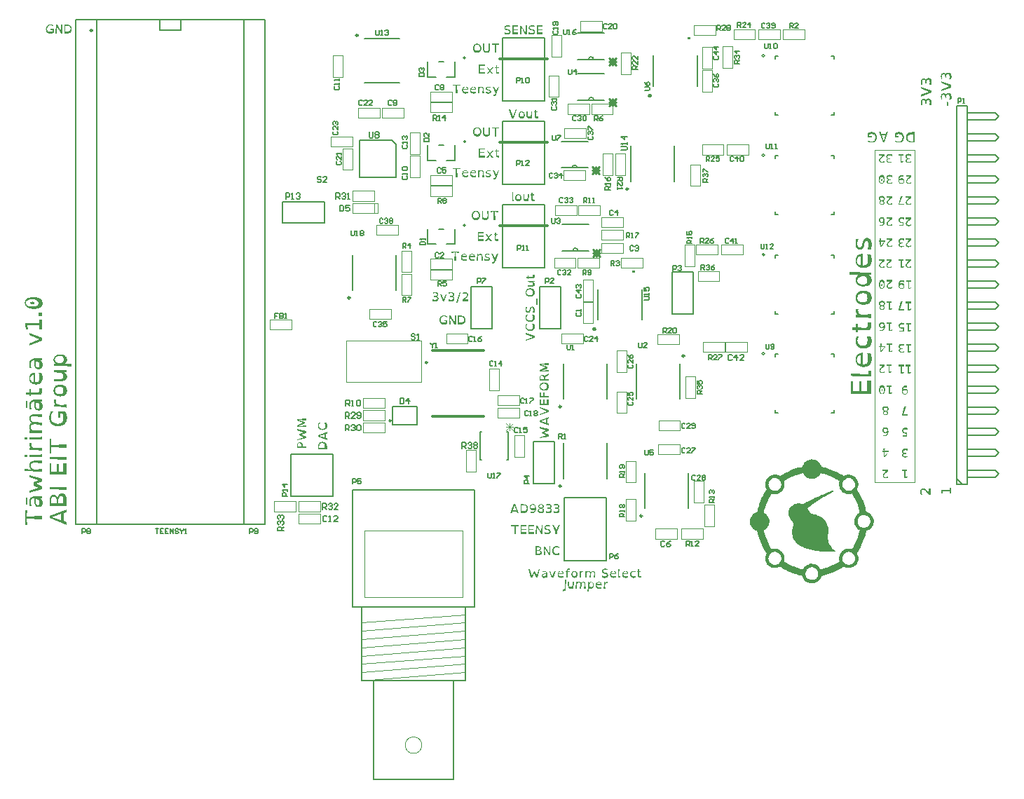
<source format=gto>
G04*
G04 #@! TF.GenerationSoftware,Altium Limited,Altium Designer,21.3.2 (30)*
G04*
G04 Layer_Color=65535*
%FSLAX25Y25*%
%MOIN*%
G70*
G04*
G04 #@! TF.SameCoordinates,35EDE252-B6D9-4C08-81A6-3FFBFD5BE296*
G04*
G04*
G04 #@! TF.FilePolarity,Positive*
G04*
G01*
G75*
%ADD10C,0.00984*%
%ADD11C,0.00787*%
%ADD12C,0.00600*%
%ADD13C,0.01000*%
%ADD14C,0.00098*%
%ADD15C,0.00394*%
%ADD16C,0.00500*%
%ADD17C,0.01181*%
%ADD18C,0.00098*%
%ADD19C,0.00591*%
%ADD20C,0.00300*%
G36*
X265490Y-117306D02*
Y-116305D01*
X266990D01*
Y-117306D01*
X265490D01*
D02*
G37*
G36*
X291868Y-6282D02*
Y-5282D01*
X293368D01*
Y-6282D01*
X291868D01*
D02*
G37*
G36*
X183273Y-107720D02*
X181761Y-107663D01*
X181881Y-111490D01*
X181072D01*
X181185Y-107663D01*
X179673Y-107720D01*
Y-107237D01*
X183273D01*
Y-107720D01*
D02*
G37*
G36*
X193447Y-108231D02*
X193539Y-108238D01*
X193710Y-108280D01*
X193852Y-108344D01*
X193980Y-108430D01*
X194093Y-108536D01*
X194185Y-108650D01*
X194264Y-108770D01*
X194327Y-108891D01*
X194377Y-109019D01*
X194413Y-109140D01*
X194441Y-109253D01*
X194462Y-109353D01*
X194477Y-109445D01*
X194484Y-109509D01*
X194491Y-109551D01*
Y-109558D01*
Y-109565D01*
X194576Y-111490D01*
X193823D01*
X193937Y-109551D01*
X193930Y-109388D01*
X193916Y-109246D01*
X193887Y-109132D01*
X193859Y-109033D01*
X193831Y-108962D01*
X193802Y-108912D01*
X193788Y-108877D01*
X193781Y-108870D01*
X193717Y-108799D01*
X193639Y-108742D01*
X193561Y-108706D01*
X193475Y-108678D01*
X193404Y-108664D01*
X193341Y-108650D01*
X193284D01*
X193121Y-108664D01*
X192979Y-108692D01*
X192851Y-108735D01*
X192751Y-108784D01*
X192673Y-108834D01*
X192616Y-108877D01*
X192588Y-108905D01*
X192574Y-108919D01*
X192496Y-109026D01*
X192439Y-109147D01*
X192396Y-109267D01*
X192368Y-109388D01*
X192354Y-109494D01*
X192347Y-109537D01*
Y-109580D01*
X192340Y-109615D01*
Y-109636D01*
Y-109651D01*
Y-109658D01*
X192425Y-111490D01*
X191700D01*
X191786Y-108266D01*
X192311D01*
Y-108657D01*
X192411Y-108579D01*
X192510Y-108515D01*
X192609Y-108458D01*
X192702Y-108408D01*
X192794Y-108366D01*
X192879Y-108330D01*
X193035Y-108280D01*
X193106Y-108259D01*
X193163Y-108245D01*
X193220Y-108238D01*
X193263Y-108231D01*
X193298Y-108224D01*
X193348D01*
X193447Y-108231D01*
D02*
G37*
G36*
X196898D02*
X197089Y-108252D01*
X197267Y-108273D01*
X197416Y-108302D01*
X197480Y-108323D01*
X197537Y-108337D01*
X197586Y-108351D01*
X197629Y-108359D01*
X197664Y-108373D01*
X197686Y-108380D01*
X197700Y-108387D01*
X197707D01*
Y-108827D01*
X197530Y-108749D01*
X197359Y-108692D01*
X197196Y-108657D01*
X197054Y-108628D01*
X196926Y-108614D01*
X196876Y-108607D01*
X196834Y-108600D01*
X196749D01*
X196614Y-108607D01*
X196493Y-108621D01*
X196387Y-108642D01*
X196301Y-108664D01*
X196230Y-108692D01*
X196188Y-108713D01*
X196152Y-108728D01*
X196145Y-108735D01*
X196074Y-108792D01*
X196024Y-108848D01*
X195982Y-108912D01*
X195960Y-108976D01*
X195946Y-109026D01*
X195939Y-109069D01*
X195932Y-109097D01*
Y-109111D01*
X195939Y-109189D01*
X195953Y-109253D01*
X195982Y-109310D01*
X196010Y-109360D01*
X196039Y-109395D01*
X196067Y-109423D01*
X196081Y-109438D01*
X196088Y-109445D01*
X196159Y-109487D01*
X196245Y-109523D01*
X196344Y-109558D01*
X196436Y-109587D01*
X196521Y-109615D01*
X196599Y-109636D01*
X196628Y-109644D01*
X196642D01*
X196656Y-109651D01*
X196663D01*
X196848Y-109693D01*
X196947Y-109715D01*
X197047Y-109743D01*
X197132Y-109764D01*
X197210Y-109793D01*
X197281Y-109821D01*
X197345Y-109850D01*
X197459Y-109899D01*
X197537Y-109949D01*
X197601Y-109984D01*
X197629Y-110013D01*
X197643Y-110020D01*
X197721Y-110105D01*
X197778Y-110197D01*
X197821Y-110297D01*
X197849Y-110389D01*
X197863Y-110474D01*
X197878Y-110545D01*
Y-110574D01*
Y-110595D01*
Y-110602D01*
Y-110609D01*
X197870Y-110694D01*
X197863Y-110773D01*
X197821Y-110915D01*
X197764Y-111035D01*
X197700Y-111135D01*
X197636Y-111213D01*
X197579Y-111269D01*
X197537Y-111305D01*
X197530Y-111319D01*
X197522D01*
X197380Y-111404D01*
X197224Y-111461D01*
X197061Y-111504D01*
X196912Y-111539D01*
X196770Y-111554D01*
X196713Y-111561D01*
X196656D01*
X196614Y-111568D01*
X196557D01*
X196365Y-111561D01*
X196166Y-111539D01*
X195975Y-111504D01*
X195804Y-111468D01*
X195726Y-111454D01*
X195655Y-111440D01*
X195591Y-111419D01*
X195542Y-111404D01*
X195492Y-111390D01*
X195464Y-111383D01*
X195442Y-111376D01*
X195435D01*
Y-110602D01*
X195542Y-110659D01*
X195648Y-110702D01*
X195854Y-110780D01*
X196046Y-110829D01*
X196216Y-110872D01*
X196294Y-110879D01*
X196358Y-110893D01*
X196422Y-110900D01*
X196472D01*
X196507Y-110907D01*
X196564D01*
X196692Y-110900D01*
X196798Y-110886D01*
X196898Y-110865D01*
X196976Y-110844D01*
X197047Y-110808D01*
X197104Y-110773D01*
X197153Y-110737D01*
X197189Y-110694D01*
X197224Y-110652D01*
X197246Y-110616D01*
X197267Y-110545D01*
X197274Y-110524D01*
X197281Y-110503D01*
Y-110488D01*
Y-110481D01*
X197246Y-110417D01*
X197217Y-110368D01*
X197189Y-110325D01*
X197160Y-110290D01*
X197146Y-110261D01*
X197132Y-110247D01*
X197118Y-110233D01*
X197104Y-110219D01*
X197075Y-110205D01*
X197047Y-110190D01*
X197004Y-110176D01*
X196919Y-110141D01*
X196820Y-110112D01*
X196720Y-110084D01*
X196635Y-110063D01*
X196607Y-110055D01*
X196578Y-110048D01*
X196564Y-110041D01*
X196557D01*
X196379Y-110006D01*
X196209Y-109963D01*
X196060Y-109913D01*
X195939Y-109864D01*
X195840Y-109821D01*
X195762Y-109778D01*
X195712Y-109743D01*
X195677Y-109722D01*
X195669Y-109715D01*
X195598Y-109636D01*
X195549Y-109544D01*
X195506Y-109452D01*
X195485Y-109367D01*
X195471Y-109289D01*
X195464Y-109218D01*
X195456Y-109175D01*
Y-109168D01*
Y-109161D01*
X195464Y-109076D01*
X195471Y-109005D01*
X195506Y-108863D01*
X195556Y-108749D01*
X195620Y-108650D01*
X195677Y-108572D01*
X195726Y-108515D01*
X195762Y-108486D01*
X195776Y-108472D01*
X195904Y-108387D01*
X196053Y-108330D01*
X196202Y-108288D01*
X196351Y-108252D01*
X196479Y-108238D01*
X196536Y-108231D01*
X196585D01*
X196628Y-108224D01*
X196685D01*
X196898Y-108231D01*
D02*
G37*
G36*
X200490Y-111781D02*
X200441Y-111887D01*
X200391Y-111987D01*
X200341Y-112072D01*
X200299Y-112157D01*
X200256Y-112228D01*
X200213Y-112292D01*
X200171Y-112349D01*
X200135Y-112398D01*
X200071Y-112477D01*
X200029Y-112526D01*
X200000Y-112562D01*
X199986Y-112569D01*
X199894Y-112633D01*
X199794Y-112682D01*
X199695Y-112711D01*
X199596Y-112739D01*
X199511Y-112753D01*
X199447Y-112760D01*
X198900D01*
Y-112065D01*
X199269D01*
X199361Y-112058D01*
X199440Y-112036D01*
X199468Y-112022D01*
X199489Y-112015D01*
X199503Y-112008D01*
X199511D01*
X199589Y-111965D01*
X199645Y-111923D01*
X199674Y-111894D01*
X199688Y-111887D01*
X199716Y-111859D01*
X199745Y-111823D01*
X199802Y-111759D01*
X199830Y-111724D01*
X199851Y-111696D01*
X199865Y-111681D01*
X199873Y-111674D01*
X200093Y-111227D01*
X198730Y-108295D01*
X199283D01*
X200412Y-110155D01*
X201278Y-108295D01*
X201832D01*
X200490Y-111781D01*
D02*
G37*
G36*
X189606Y-108231D02*
X189713Y-108245D01*
X189812Y-108266D01*
X189911Y-108288D01*
X189997Y-108316D01*
X190075Y-108344D01*
X190153Y-108380D01*
X190217Y-108408D01*
X190273Y-108437D01*
X190323Y-108472D01*
X190366Y-108493D01*
X190394Y-108522D01*
X190422Y-108543D01*
X190444Y-108557D01*
X190451Y-108564D01*
X190458Y-108572D01*
X190515Y-108635D01*
X190572Y-108706D01*
X190657Y-108855D01*
X190728Y-109026D01*
X190778Y-109182D01*
X190813Y-109331D01*
X190827Y-109395D01*
X190834Y-109452D01*
X190841Y-109502D01*
X190849Y-109537D01*
Y-109558D01*
Y-109565D01*
Y-109764D01*
X188463D01*
X188470Y-109871D01*
X188477Y-109970D01*
X188491Y-110063D01*
X188505Y-110141D01*
X188527Y-110212D01*
X188548Y-110283D01*
X188576Y-110339D01*
X188598Y-110389D01*
X188647Y-110467D01*
X188690Y-110524D01*
X188718Y-110559D01*
X188733Y-110567D01*
X188789Y-110602D01*
X188846Y-110631D01*
X188981Y-110687D01*
X189123Y-110730D01*
X189265Y-110758D01*
X189393Y-110780D01*
X189450Y-110787D01*
X189492Y-110794D01*
X189535D01*
X189563Y-110801D01*
X189840D01*
X189897Y-110794D01*
X189997D01*
X190053Y-110787D01*
X190110Y-110780D01*
X190224Y-110765D01*
X190273Y-110758D01*
X190316Y-110751D01*
X190344Y-110744D01*
X190351D01*
X190430Y-110723D01*
X190508Y-110702D01*
X190572Y-110680D01*
X190636Y-110659D01*
X190678Y-110638D01*
X190721Y-110616D01*
X190742Y-110609D01*
X190749Y-110602D01*
X190756Y-111326D01*
X190543Y-111404D01*
X190337Y-111468D01*
X190131Y-111511D01*
X189954Y-111539D01*
X189869Y-111546D01*
X189798Y-111554D01*
X189734Y-111561D01*
X189677D01*
X189634Y-111568D01*
X189570D01*
X189428Y-111561D01*
X189301Y-111539D01*
X189173Y-111518D01*
X189059Y-111483D01*
X188953Y-111447D01*
X188846Y-111411D01*
X188761Y-111369D01*
X188676Y-111326D01*
X188605Y-111291D01*
X188541Y-111248D01*
X188484Y-111213D01*
X188442Y-111177D01*
X188406Y-111156D01*
X188378Y-111135D01*
X188364Y-111120D01*
X188356Y-111113D01*
X188278Y-111028D01*
X188214Y-110936D01*
X188151Y-110844D01*
X188101Y-110744D01*
X188058Y-110645D01*
X188023Y-110545D01*
X187973Y-110361D01*
X187952Y-110268D01*
X187937Y-110190D01*
X187930Y-110112D01*
X187923Y-110048D01*
X187916Y-109999D01*
Y-109963D01*
Y-109935D01*
Y-109928D01*
X187923Y-109786D01*
X187945Y-109644D01*
X187966Y-109516D01*
X187994Y-109395D01*
X188030Y-109289D01*
X188065Y-109182D01*
X188108Y-109090D01*
X188151Y-109005D01*
X188186Y-108926D01*
X188222Y-108863D01*
X188257Y-108806D01*
X188293Y-108763D01*
X188321Y-108728D01*
X188342Y-108699D01*
X188349Y-108685D01*
X188356Y-108678D01*
X188442Y-108600D01*
X188527Y-108529D01*
X188619Y-108465D01*
X188711Y-108415D01*
X188804Y-108373D01*
X188896Y-108337D01*
X189081Y-108280D01*
X189159Y-108259D01*
X189237Y-108245D01*
X189308Y-108238D01*
X189365Y-108231D01*
X189414Y-108224D01*
X189485D01*
X189606Y-108231D01*
D02*
G37*
G36*
X185822D02*
X185928Y-108245D01*
X186028Y-108266D01*
X186127Y-108288D01*
X186212Y-108316D01*
X186290Y-108344D01*
X186368Y-108380D01*
X186432Y-108408D01*
X186489Y-108437D01*
X186539Y-108472D01*
X186581Y-108493D01*
X186610Y-108522D01*
X186638Y-108543D01*
X186660Y-108557D01*
X186667Y-108564D01*
X186674Y-108572D01*
X186731Y-108635D01*
X186787Y-108706D01*
X186872Y-108855D01*
X186943Y-109026D01*
X186993Y-109182D01*
X187029Y-109331D01*
X187043Y-109395D01*
X187050Y-109452D01*
X187057Y-109502D01*
X187064Y-109537D01*
Y-109558D01*
Y-109565D01*
Y-109764D01*
X184679D01*
X184686Y-109871D01*
X184693Y-109970D01*
X184707Y-110063D01*
X184721Y-110141D01*
X184742Y-110212D01*
X184764Y-110283D01*
X184792Y-110339D01*
X184813Y-110389D01*
X184863Y-110467D01*
X184906Y-110524D01*
X184934Y-110559D01*
X184948Y-110567D01*
X185005Y-110602D01*
X185062Y-110631D01*
X185197Y-110687D01*
X185339Y-110730D01*
X185481Y-110758D01*
X185609Y-110780D01*
X185666Y-110787D01*
X185708Y-110794D01*
X185751D01*
X185779Y-110801D01*
X186056D01*
X186113Y-110794D01*
X186212D01*
X186269Y-110787D01*
X186326Y-110780D01*
X186439Y-110765D01*
X186489Y-110758D01*
X186532Y-110751D01*
X186560Y-110744D01*
X186567D01*
X186645Y-110723D01*
X186723Y-110702D01*
X186787Y-110680D01*
X186851Y-110659D01*
X186894Y-110638D01*
X186936Y-110616D01*
X186958Y-110609D01*
X186965Y-110602D01*
X186972Y-111326D01*
X186759Y-111404D01*
X186553Y-111468D01*
X186347Y-111511D01*
X186170Y-111539D01*
X186084Y-111546D01*
X186013Y-111554D01*
X185950Y-111561D01*
X185893D01*
X185850Y-111568D01*
X185786D01*
X185644Y-111561D01*
X185516Y-111539D01*
X185389Y-111518D01*
X185275Y-111483D01*
X185169Y-111447D01*
X185062Y-111411D01*
X184977Y-111369D01*
X184892Y-111326D01*
X184821Y-111291D01*
X184757Y-111248D01*
X184700Y-111213D01*
X184657Y-111177D01*
X184622Y-111156D01*
X184593Y-111135D01*
X184579Y-111120D01*
X184572Y-111113D01*
X184494Y-111028D01*
X184430Y-110936D01*
X184366Y-110844D01*
X184317Y-110744D01*
X184274Y-110645D01*
X184238Y-110545D01*
X184189Y-110361D01*
X184167Y-110268D01*
X184153Y-110190D01*
X184146Y-110112D01*
X184139Y-110048D01*
X184132Y-109999D01*
Y-109963D01*
Y-109935D01*
Y-109928D01*
X184139Y-109786D01*
X184160Y-109644D01*
X184182Y-109516D01*
X184210Y-109395D01*
X184246Y-109289D01*
X184281Y-109182D01*
X184324Y-109090D01*
X184366Y-109005D01*
X184402Y-108926D01*
X184437Y-108863D01*
X184473Y-108806D01*
X184508Y-108763D01*
X184537Y-108728D01*
X184558Y-108699D01*
X184565Y-108685D01*
X184572Y-108678D01*
X184657Y-108600D01*
X184742Y-108529D01*
X184835Y-108465D01*
X184927Y-108415D01*
X185019Y-108373D01*
X185112Y-108337D01*
X185296Y-108280D01*
X185374Y-108259D01*
X185452Y-108245D01*
X185523Y-108238D01*
X185580Y-108231D01*
X185630Y-108224D01*
X185701D01*
X185822Y-108231D01*
D02*
G37*
G36*
X384482Y-80677D02*
X384598Y-80684D01*
X384714Y-80697D01*
X384817Y-80718D01*
X384912Y-80745D01*
X385001Y-80772D01*
X385076Y-80800D01*
X385151Y-80827D01*
X385213Y-80854D01*
X385274Y-80882D01*
X385322Y-80909D01*
X385356Y-80936D01*
X385390Y-80957D01*
X385411Y-80971D01*
X385424Y-80984D01*
X385431D01*
X385500Y-81046D01*
X385554Y-81114D01*
X385609Y-81189D01*
X385650Y-81264D01*
X385718Y-81414D01*
X385766Y-81558D01*
X385793Y-81688D01*
X385800Y-81749D01*
X385807Y-81797D01*
X385814Y-81838D01*
Y-81865D01*
Y-81886D01*
Y-81893D01*
X385800Y-82036D01*
X385773Y-82159D01*
X385739Y-82275D01*
X385691Y-82371D01*
X385643Y-82446D01*
X385609Y-82507D01*
X385581Y-82541D01*
X385568Y-82555D01*
X385472Y-82651D01*
X385363Y-82726D01*
X385254Y-82794D01*
X385144Y-82842D01*
X385056Y-82876D01*
X384980Y-82903D01*
X384953Y-82910D01*
X384933Y-82917D01*
X384919Y-82924D01*
X384912D01*
X385035Y-82965D01*
X385144Y-83013D01*
X385233Y-83074D01*
X385315Y-83142D01*
X385383Y-83218D01*
X385438Y-83293D01*
X385486Y-83375D01*
X385520Y-83450D01*
X385547Y-83532D01*
X385575Y-83607D01*
X385588Y-83675D01*
X385595Y-83730D01*
X385602Y-83785D01*
X385609Y-83819D01*
Y-83846D01*
Y-83853D01*
X385602Y-83935D01*
X385595Y-84010D01*
X385554Y-84153D01*
X385506Y-84276D01*
X385445Y-84379D01*
X385383Y-84467D01*
X385329Y-84529D01*
X385295Y-84563D01*
X385288Y-84577D01*
X385281D01*
X385144Y-84672D01*
X385001Y-84741D01*
X384844Y-84789D01*
X384694Y-84823D01*
X384564Y-84843D01*
X384509Y-84850D01*
X384454D01*
X384414Y-84857D01*
X384359D01*
X384147Y-84843D01*
X383963Y-84816D01*
X383874Y-84795D01*
X383799Y-84768D01*
X383731Y-84741D01*
X383669Y-84720D01*
X383614Y-84693D01*
X383567Y-84666D01*
X383526Y-84645D01*
X383491Y-84618D01*
X383464Y-84604D01*
X383444Y-84590D01*
X383437Y-84577D01*
X383430D01*
X383375Y-84522D01*
X383321Y-84467D01*
X383239Y-84345D01*
X383184Y-84222D01*
X383143Y-84112D01*
X383116Y-84010D01*
X383109Y-83962D01*
Y-83928D01*
X383102Y-83894D01*
Y-83873D01*
Y-83860D01*
Y-83853D01*
X383109Y-83716D01*
X383130Y-83593D01*
X383164Y-83484D01*
X383211Y-83388D01*
X383266Y-83299D01*
X383321Y-83224D01*
X383382Y-83163D01*
X383451Y-83101D01*
X383512Y-83054D01*
X383580Y-83020D01*
X383635Y-82985D01*
X383690Y-82965D01*
X383737Y-82944D01*
X383771Y-82931D01*
X383792Y-82924D01*
X383799D01*
X383655Y-82883D01*
X383526Y-82828D01*
X383410Y-82767D01*
X383314Y-82705D01*
X383246Y-82644D01*
X383191Y-82603D01*
X383157Y-82569D01*
X383143Y-82555D01*
X383061Y-82446D01*
X383000Y-82336D01*
X382952Y-82227D01*
X382925Y-82125D01*
X382904Y-82029D01*
X382897Y-81961D01*
X382891Y-81933D01*
Y-81913D01*
Y-81899D01*
Y-81893D01*
X382897Y-81783D01*
X382904Y-81688D01*
X382925Y-81592D01*
X382952Y-81503D01*
X383013Y-81346D01*
X383048Y-81278D01*
X383082Y-81216D01*
X383123Y-81162D01*
X383157Y-81114D01*
X383191Y-81080D01*
X383218Y-81046D01*
X383246Y-81018D01*
X383266Y-80998D01*
X383273Y-80991D01*
X383280Y-80984D01*
X383355Y-80929D01*
X383437Y-80882D01*
X383614Y-80800D01*
X383792Y-80745D01*
X383963Y-80711D01*
X384045Y-80697D01*
X384120Y-80684D01*
X384188Y-80677D01*
X384243D01*
X384291Y-80670D01*
X384359D01*
X384482Y-80677D01*
D02*
G37*
G36*
X389235Y-81537D02*
X389044Y-81688D01*
X388874Y-81831D01*
X388716Y-81954D01*
X388580Y-82063D01*
X388518Y-82111D01*
X388471Y-82152D01*
X388423Y-82186D01*
X388382Y-82213D01*
X388354Y-82234D01*
X388334Y-82254D01*
X388320Y-82268D01*
X388314D01*
X388156Y-82391D01*
X388020Y-82507D01*
X387904Y-82603D01*
X387815Y-82685D01*
X387740Y-82753D01*
X387692Y-82801D01*
X387658Y-82835D01*
X387651Y-82842D01*
X387576Y-82924D01*
X387508Y-83013D01*
X387453Y-83088D01*
X387405Y-83156D01*
X387364Y-83218D01*
X387337Y-83265D01*
X387323Y-83293D01*
X387316Y-83306D01*
X387282Y-83381D01*
X387255Y-83450D01*
X387241Y-83518D01*
X387228Y-83579D01*
X387221Y-83634D01*
X387214Y-83675D01*
Y-83702D01*
Y-83709D01*
X387221Y-83825D01*
X387248Y-83928D01*
X387289Y-84023D01*
X387330Y-84099D01*
X387371Y-84160D01*
X387412Y-84208D01*
X387439Y-84235D01*
X387446Y-84242D01*
X387535Y-84310D01*
X387631Y-84358D01*
X387733Y-84399D01*
X387828Y-84420D01*
X387911Y-84433D01*
X387979Y-84447D01*
X388040D01*
X388143Y-84440D01*
X388238Y-84433D01*
X388443Y-84392D01*
X388641Y-84331D01*
X388819Y-84263D01*
X388901Y-84228D01*
X388976Y-84194D01*
X389044Y-84167D01*
X389099Y-84133D01*
X389147Y-84112D01*
X389181Y-84092D01*
X389201Y-84085D01*
X389208Y-84078D01*
Y-84645D01*
X388969Y-84734D01*
X388744Y-84802D01*
X388641Y-84823D01*
X388546Y-84850D01*
X388464Y-84864D01*
X388382Y-84877D01*
X388307Y-84891D01*
X388245Y-84898D01*
X388184Y-84905D01*
X388143D01*
X388102Y-84911D01*
X387938D01*
X387828Y-84898D01*
X387631Y-84864D01*
X387535Y-84836D01*
X387453Y-84809D01*
X387378Y-84782D01*
X387310Y-84754D01*
X387248Y-84720D01*
X387193Y-84693D01*
X387152Y-84666D01*
X387111Y-84638D01*
X387084Y-84618D01*
X387064Y-84604D01*
X387050Y-84597D01*
X387043Y-84590D01*
X386975Y-84529D01*
X386913Y-84461D01*
X386865Y-84399D01*
X386824Y-84324D01*
X386756Y-84187D01*
X386708Y-84051D01*
X386681Y-83928D01*
X386674Y-83880D01*
X386667Y-83832D01*
X386661Y-83798D01*
Y-83764D01*
Y-83750D01*
Y-83744D01*
X386667Y-83648D01*
X386674Y-83559D01*
X386688Y-83477D01*
X386708Y-83402D01*
X386729Y-83341D01*
X386743Y-83299D01*
X386749Y-83272D01*
X386756Y-83258D01*
X386797Y-83170D01*
X386852Y-83081D01*
X386907Y-82992D01*
X386961Y-82910D01*
X387016Y-82842D01*
X387057Y-82780D01*
X387084Y-82746D01*
X387098Y-82740D01*
Y-82733D01*
X387152Y-82671D01*
X387221Y-82603D01*
X387364Y-82446D01*
X387426Y-82377D01*
X387480Y-82323D01*
X387521Y-82282D01*
X387528Y-82275D01*
X387535Y-82268D01*
X387658Y-82132D01*
X387760Y-81995D01*
X387842Y-81872D01*
X387904Y-81763D01*
X387945Y-81667D01*
X387979Y-81599D01*
X387986Y-81572D01*
X387993Y-81551D01*
X387999Y-81544D01*
Y-81537D01*
X386633D01*
Y-80745D01*
X389235D01*
Y-81537D01*
D02*
G37*
G36*
X229776Y-227239D02*
X229982Y-227274D01*
X230074Y-227296D01*
X230159Y-227317D01*
X230238Y-227345D01*
X230309Y-227374D01*
X230365Y-227402D01*
X230422Y-227431D01*
X230472Y-227452D01*
X230507Y-227473D01*
X230536Y-227495D01*
X230564Y-227509D01*
X230571Y-227516D01*
X230578Y-227523D01*
X230649Y-227580D01*
X230706Y-227644D01*
X230756Y-227708D01*
X230799Y-227771D01*
X230870Y-227906D01*
X230912Y-228034D01*
X230941Y-228148D01*
X230948Y-228198D01*
X230955Y-228240D01*
X230962Y-228276D01*
Y-228304D01*
Y-228318D01*
Y-228325D01*
X230955Y-228453D01*
X230933Y-228567D01*
X230898Y-228673D01*
X230862Y-228758D01*
X230820Y-228829D01*
X230791Y-228886D01*
X230763Y-228915D01*
X230756Y-228929D01*
X230678Y-229014D01*
X230586Y-229085D01*
X230486Y-229142D01*
X230394Y-229184D01*
X230309Y-229220D01*
X230245Y-229241D01*
X230216Y-229255D01*
X230195D01*
X230188Y-229262D01*
X230181D01*
X230323Y-229284D01*
X230451Y-229319D01*
X230564Y-229369D01*
X230649Y-229426D01*
X230728Y-229475D01*
X230777Y-229525D01*
X230813Y-229554D01*
X230820Y-229568D01*
X230898Y-229674D01*
X230962Y-229795D01*
X231004Y-229909D01*
X231033Y-230022D01*
X231047Y-230115D01*
X231061Y-230193D01*
Y-230221D01*
Y-230242D01*
Y-230257D01*
Y-230264D01*
X231054Y-230384D01*
X231040Y-230505D01*
X231019Y-230611D01*
X230997Y-230711D01*
X230962Y-230803D01*
X230926Y-230888D01*
X230884Y-230966D01*
X230848Y-231030D01*
X230806Y-231094D01*
X230763Y-231144D01*
X230728Y-231194D01*
X230699Y-231229D01*
X230671Y-231258D01*
X230649Y-231279D01*
X230635Y-231286D01*
X230628Y-231293D01*
X230543Y-231350D01*
X230451Y-231407D01*
X230259Y-231492D01*
X230053Y-231549D01*
X229854Y-231591D01*
X229755Y-231606D01*
X229670Y-231613D01*
X229591Y-231627D01*
X229528D01*
X229471Y-231634D01*
X229393D01*
X229187Y-231627D01*
X228988Y-231598D01*
X228796Y-231570D01*
X228626Y-231527D01*
X228548Y-231513D01*
X228477Y-231492D01*
X228413Y-231478D01*
X228356Y-231456D01*
X228313Y-231449D01*
X228285Y-231435D01*
X228264Y-231428D01*
X228257D01*
Y-230533D01*
X228448Y-230626D01*
X228640Y-230697D01*
X228825Y-230746D01*
X229002Y-230782D01*
X229080Y-230796D01*
X229151Y-230803D01*
X229215Y-230810D01*
X229272D01*
X229315Y-230817D01*
X229379D01*
X229570Y-230803D01*
X229733Y-230775D01*
X229875Y-230739D01*
X229996Y-230690D01*
X230081Y-230647D01*
X230152Y-230604D01*
X230188Y-230576D01*
X230202Y-230569D01*
X230294Y-230484D01*
X230365Y-230406D01*
X230415Y-230342D01*
X230451Y-230285D01*
X230472Y-230235D01*
X230479Y-230207D01*
X230486Y-230186D01*
Y-230178D01*
X230472Y-230072D01*
X230444Y-229973D01*
X230401Y-229880D01*
X230351Y-229809D01*
X230294Y-229745D01*
X230252Y-229703D01*
X230223Y-229674D01*
X230209Y-229667D01*
X230103Y-229596D01*
X229982Y-229546D01*
X229861Y-229511D01*
X229748Y-229490D01*
X229641Y-229468D01*
X229563Y-229461D01*
X228988D01*
Y-228986D01*
X229513D01*
X229662Y-228978D01*
X229797Y-228957D01*
X229904Y-228936D01*
X229996Y-228900D01*
X230067Y-228872D01*
X230117Y-228851D01*
X230152Y-228829D01*
X230159Y-228822D01*
X230238Y-228751D01*
X230294Y-228673D01*
X230330Y-228588D01*
X230358Y-228510D01*
X230373Y-228439D01*
X230387Y-228382D01*
Y-228340D01*
Y-228325D01*
X230380Y-228212D01*
X230351Y-228112D01*
X230316Y-228027D01*
X230273Y-227956D01*
X230223Y-227899D01*
X230188Y-227857D01*
X230159Y-227835D01*
X230152Y-227828D01*
X230060Y-227771D01*
X229946Y-227729D01*
X229840Y-227693D01*
X229733Y-227672D01*
X229634Y-227658D01*
X229556Y-227651D01*
X229485D01*
X229300Y-227658D01*
X229116Y-227686D01*
X228931Y-227715D01*
X228754Y-227757D01*
X228676Y-227779D01*
X228605Y-227793D01*
X228541Y-227814D01*
X228491Y-227828D01*
X228448Y-227842D01*
X228413Y-227857D01*
X228392Y-227864D01*
X228384D01*
Y-227402D01*
X228619Y-227345D01*
X228839Y-227303D01*
X229038Y-227267D01*
X229123Y-227253D01*
X229208Y-227246D01*
X229279Y-227239D01*
X229343Y-227232D01*
X229407D01*
X229450Y-227225D01*
X229542D01*
X229776Y-227239D01*
D02*
G37*
G36*
X226120D02*
X226325Y-227274D01*
X226418Y-227296D01*
X226503Y-227317D01*
X226581Y-227345D01*
X226652Y-227374D01*
X226709Y-227402D01*
X226766Y-227431D01*
X226815Y-227452D01*
X226851Y-227473D01*
X226879Y-227495D01*
X226908Y-227509D01*
X226915Y-227516D01*
X226922Y-227523D01*
X226993Y-227580D01*
X227050Y-227644D01*
X227099Y-227708D01*
X227142Y-227771D01*
X227213Y-227906D01*
X227256Y-228034D01*
X227284Y-228148D01*
X227291Y-228198D01*
X227298Y-228240D01*
X227305Y-228276D01*
Y-228304D01*
Y-228318D01*
Y-228325D01*
X227298Y-228453D01*
X227277Y-228567D01*
X227241Y-228673D01*
X227206Y-228758D01*
X227163Y-228829D01*
X227135Y-228886D01*
X227106Y-228915D01*
X227099Y-228929D01*
X227021Y-229014D01*
X226929Y-229085D01*
X226830Y-229142D01*
X226737Y-229184D01*
X226652Y-229220D01*
X226588Y-229241D01*
X226560Y-229255D01*
X226538D01*
X226531Y-229262D01*
X226524D01*
X226666Y-229284D01*
X226794Y-229319D01*
X226908Y-229369D01*
X226993Y-229426D01*
X227071Y-229475D01*
X227121Y-229525D01*
X227156Y-229554D01*
X227163Y-229568D01*
X227241Y-229674D01*
X227305Y-229795D01*
X227348Y-229909D01*
X227376Y-230022D01*
X227391Y-230115D01*
X227405Y-230193D01*
Y-230221D01*
Y-230242D01*
Y-230257D01*
Y-230264D01*
X227398Y-230384D01*
X227383Y-230505D01*
X227362Y-230611D01*
X227341Y-230711D01*
X227305Y-230803D01*
X227270Y-230888D01*
X227227Y-230966D01*
X227192Y-231030D01*
X227149Y-231094D01*
X227106Y-231144D01*
X227071Y-231194D01*
X227043Y-231229D01*
X227014Y-231258D01*
X226993Y-231279D01*
X226979Y-231286D01*
X226972Y-231293D01*
X226886Y-231350D01*
X226794Y-231407D01*
X226602Y-231492D01*
X226396Y-231549D01*
X226198Y-231591D01*
X226098Y-231606D01*
X226013Y-231613D01*
X225935Y-231627D01*
X225871D01*
X225814Y-231634D01*
X225736D01*
X225530Y-231627D01*
X225331Y-231598D01*
X225140Y-231570D01*
X224969Y-231527D01*
X224891Y-231513D01*
X224820Y-231492D01*
X224756Y-231478D01*
X224700Y-231456D01*
X224657Y-231449D01*
X224629Y-231435D01*
X224607Y-231428D01*
X224600D01*
Y-230533D01*
X224792Y-230626D01*
X224984Y-230697D01*
X225168Y-230746D01*
X225346Y-230782D01*
X225424Y-230796D01*
X225495Y-230803D01*
X225559Y-230810D01*
X225616D01*
X225658Y-230817D01*
X225722D01*
X225914Y-230803D01*
X226077Y-230775D01*
X226219Y-230739D01*
X226340Y-230690D01*
X226425Y-230647D01*
X226496Y-230604D01*
X226531Y-230576D01*
X226546Y-230569D01*
X226638Y-230484D01*
X226709Y-230406D01*
X226759Y-230342D01*
X226794Y-230285D01*
X226815Y-230235D01*
X226822Y-230207D01*
X226830Y-230186D01*
Y-230178D01*
X226815Y-230072D01*
X226787Y-229973D01*
X226744Y-229880D01*
X226695Y-229809D01*
X226638Y-229745D01*
X226595Y-229703D01*
X226567Y-229674D01*
X226553Y-229667D01*
X226446Y-229596D01*
X226325Y-229546D01*
X226205Y-229511D01*
X226091Y-229490D01*
X225985Y-229468D01*
X225907Y-229461D01*
X225331D01*
Y-228986D01*
X225857D01*
X226006Y-228978D01*
X226141Y-228957D01*
X226247Y-228936D01*
X226340Y-228900D01*
X226411Y-228872D01*
X226460Y-228851D01*
X226496Y-228829D01*
X226503Y-228822D01*
X226581Y-228751D01*
X226638Y-228673D01*
X226673Y-228588D01*
X226702Y-228510D01*
X226716Y-228439D01*
X226730Y-228382D01*
Y-228340D01*
Y-228325D01*
X226723Y-228212D01*
X226695Y-228112D01*
X226659Y-228027D01*
X226617Y-227956D01*
X226567Y-227899D01*
X226531Y-227857D01*
X226503Y-227835D01*
X226496Y-227828D01*
X226404Y-227771D01*
X226290Y-227729D01*
X226184Y-227693D01*
X226077Y-227672D01*
X225978Y-227658D01*
X225900Y-227651D01*
X225829D01*
X225644Y-227658D01*
X225459Y-227686D01*
X225275Y-227715D01*
X225097Y-227757D01*
X225019Y-227779D01*
X224948Y-227793D01*
X224884Y-227814D01*
X224834Y-227828D01*
X224792Y-227842D01*
X224756Y-227857D01*
X224735Y-227864D01*
X224728D01*
Y-227402D01*
X224962Y-227345D01*
X225182Y-227303D01*
X225381Y-227267D01*
X225466Y-227253D01*
X225552Y-227246D01*
X225623Y-227239D01*
X225687Y-227232D01*
X225750D01*
X225793Y-227225D01*
X225885D01*
X226120Y-227239D01*
D02*
G37*
G36*
X218473Y-227232D02*
X218601Y-227246D01*
X218714Y-227274D01*
X218828Y-227310D01*
X218927Y-227360D01*
X219020Y-227402D01*
X219105Y-227459D01*
X219183Y-227509D01*
X219247Y-227558D01*
X219304Y-227615D01*
X219353Y-227658D01*
X219396Y-227700D01*
X219424Y-227743D01*
X219446Y-227771D01*
X219460Y-227786D01*
X219467Y-227793D01*
X219538Y-227906D01*
X219595Y-228027D01*
X219652Y-228155D01*
X219694Y-228283D01*
X219765Y-228560D01*
X219808Y-228822D01*
X219822Y-228950D01*
X219836Y-229064D01*
X219843Y-229163D01*
X219850Y-229255D01*
X219857Y-229326D01*
Y-229383D01*
Y-229419D01*
Y-229433D01*
X219850Y-229618D01*
X219836Y-229788D01*
X219815Y-229958D01*
X219779Y-230107D01*
X219744Y-230249D01*
X219708Y-230384D01*
X219659Y-230505D01*
X219616Y-230611D01*
X219573Y-230711D01*
X219531Y-230796D01*
X219488Y-230867D01*
X219453Y-230931D01*
X219417Y-230974D01*
X219396Y-231009D01*
X219382Y-231030D01*
X219375Y-231037D01*
X219282Y-231144D01*
X219183Y-231236D01*
X219076Y-231314D01*
X218970Y-231385D01*
X218863Y-231442D01*
X218757Y-231485D01*
X218657Y-231527D01*
X218551Y-231556D01*
X218459Y-231584D01*
X218373Y-231606D01*
X218295Y-231613D01*
X218224Y-231627D01*
X218168D01*
X218125Y-231634D01*
X218090D01*
X217933Y-231627D01*
X217777Y-231606D01*
X217621Y-231584D01*
X217486Y-231549D01*
X217365Y-231520D01*
X217316Y-231506D01*
X217273Y-231499D01*
X217237Y-231485D01*
X217209Y-231478D01*
X217195Y-231471D01*
X217188D01*
Y-230604D01*
X217351Y-230675D01*
X217514Y-230725D01*
X217664Y-230768D01*
X217798Y-230789D01*
X217905Y-230803D01*
X217955Y-230810D01*
X217997D01*
X218026Y-230817D01*
X218175D01*
X218274Y-230810D01*
X218359Y-230803D01*
X218430Y-230796D01*
X218487Y-230789D01*
X218530Y-230782D01*
X218558Y-230775D01*
X218565D01*
X218636Y-230753D01*
X218707Y-230732D01*
X218764Y-230704D01*
X218821Y-230675D01*
X218863Y-230647D01*
X218899Y-230626D01*
X218920Y-230611D01*
X218927Y-230604D01*
X218984Y-230555D01*
X219041Y-230491D01*
X219083Y-230434D01*
X219119Y-230370D01*
X219140Y-230320D01*
X219162Y-230278D01*
X219176Y-230242D01*
Y-230235D01*
X219204Y-230136D01*
X219226Y-230036D01*
X219247Y-229930D01*
X219261Y-229831D01*
X219268Y-229745D01*
X219275Y-229674D01*
X219282Y-229646D01*
Y-229625D01*
Y-229618D01*
Y-229610D01*
X219211Y-229696D01*
X219140Y-229774D01*
X219062Y-229845D01*
X218984Y-229902D01*
X218899Y-229951D01*
X218821Y-229994D01*
X218743Y-230022D01*
X218665Y-230051D01*
X218523Y-230086D01*
X218459Y-230100D01*
X218409Y-230107D01*
X218366Y-230115D01*
X218302D01*
X218182Y-230107D01*
X218075Y-230100D01*
X217869Y-230058D01*
X217784Y-230022D01*
X217699Y-229994D01*
X217621Y-229958D01*
X217550Y-229923D01*
X217493Y-229887D01*
X217436Y-229852D01*
X217394Y-229816D01*
X217358Y-229788D01*
X217323Y-229767D01*
X217301Y-229745D01*
X217294Y-229738D01*
X217287Y-229731D01*
X217223Y-229653D01*
X217166Y-229575D01*
X217117Y-229490D01*
X217074Y-229404D01*
X217010Y-229227D01*
X216968Y-229057D01*
X216946Y-228978D01*
X216939Y-228907D01*
X216932Y-228844D01*
X216925Y-228787D01*
X216918Y-228737D01*
Y-228702D01*
Y-228680D01*
Y-228673D01*
X216925Y-228553D01*
X216932Y-228439D01*
X216975Y-228233D01*
X217010Y-228134D01*
X217039Y-228048D01*
X217074Y-227970D01*
X217110Y-227899D01*
X217145Y-227835D01*
X217181Y-227779D01*
X217216Y-227736D01*
X217245Y-227693D01*
X217266Y-227665D01*
X217287Y-227644D01*
X217294Y-227629D01*
X217301Y-227622D01*
X217379Y-227551D01*
X217458Y-227487D01*
X217543Y-227438D01*
X217628Y-227395D01*
X217798Y-227324D01*
X217969Y-227274D01*
X218040Y-227260D01*
X218111Y-227246D01*
X218175Y-227239D01*
X218232Y-227232D01*
X218274Y-227225D01*
X218338D01*
X218473Y-227232D01*
D02*
G37*
G36*
X213893Y-227310D02*
X214099Y-227324D01*
X214291Y-227353D01*
X214469Y-227381D01*
X214632Y-227424D01*
X214781Y-227466D01*
X214916Y-227509D01*
X215037Y-227558D01*
X215143Y-227608D01*
X215228Y-227651D01*
X215306Y-227693D01*
X215370Y-227736D01*
X215413Y-227764D01*
X215448Y-227793D01*
X215470Y-227807D01*
X215477Y-227814D01*
X215576Y-227913D01*
X215668Y-228027D01*
X215746Y-228155D01*
X215810Y-228283D01*
X215867Y-228418D01*
X215917Y-228545D01*
X215952Y-228680D01*
X215988Y-228808D01*
X216009Y-228936D01*
X216031Y-229049D01*
X216045Y-229156D01*
X216052Y-229248D01*
Y-229319D01*
X216059Y-229376D01*
Y-229412D01*
Y-229426D01*
X216052Y-229625D01*
X216038Y-229809D01*
X216002Y-229987D01*
X215967Y-230143D01*
X215924Y-230292D01*
X215874Y-230420D01*
X215825Y-230540D01*
X215768Y-230647D01*
X215711Y-230739D01*
X215661Y-230824D01*
X215612Y-230888D01*
X215569Y-230945D01*
X215533Y-230988D01*
X215505Y-231023D01*
X215484Y-231037D01*
X215477Y-231045D01*
X215363Y-231137D01*
X215235Y-231215D01*
X215093Y-231279D01*
X214951Y-231343D01*
X214802Y-231393D01*
X214646Y-231428D01*
X214497Y-231464D01*
X214355Y-231492D01*
X214213Y-231513D01*
X214085Y-231527D01*
X213971Y-231542D01*
X213865Y-231549D01*
X213787D01*
X213723Y-231556D01*
X212480D01*
Y-227303D01*
X213666D01*
X213893Y-227310D01*
D02*
G37*
G36*
X211621Y-231556D02*
X210798D01*
X210634Y-230867D01*
X208717D01*
X208505Y-231556D01*
X207723D01*
X209406Y-227303D01*
X209946D01*
X211621Y-231556D01*
D02*
G37*
G36*
X222442Y-227296D02*
X222634Y-227324D01*
X222726Y-227345D01*
X222804Y-227374D01*
X222875Y-227402D01*
X222939Y-227424D01*
X222996Y-227452D01*
X223045Y-227480D01*
X223088Y-227502D01*
X223123Y-227530D01*
X223152Y-227544D01*
X223173Y-227558D01*
X223180Y-227573D01*
X223187D01*
X223244Y-227629D01*
X223301Y-227686D01*
X223386Y-227814D01*
X223443Y-227942D01*
X223485Y-228056D01*
X223514Y-228162D01*
X223521Y-228212D01*
Y-228247D01*
X223528Y-228283D01*
Y-228304D01*
Y-228318D01*
Y-228325D01*
X223521Y-228467D01*
X223500Y-228595D01*
X223464Y-228709D01*
X223414Y-228808D01*
X223358Y-228900D01*
X223301Y-228978D01*
X223237Y-229042D01*
X223166Y-229106D01*
X223102Y-229156D01*
X223031Y-229191D01*
X222974Y-229227D01*
X222918Y-229248D01*
X222868Y-229270D01*
X222832Y-229284D01*
X222811Y-229291D01*
X222804D01*
X222953Y-229333D01*
X223088Y-229390D01*
X223209Y-229454D01*
X223308Y-229518D01*
X223379Y-229582D01*
X223436Y-229625D01*
X223471Y-229660D01*
X223485Y-229674D01*
X223571Y-229788D01*
X223635Y-229902D01*
X223684Y-230015D01*
X223713Y-230122D01*
X223734Y-230221D01*
X223741Y-230292D01*
X223748Y-230320D01*
Y-230342D01*
Y-230356D01*
Y-230363D01*
X223741Y-230477D01*
X223734Y-230576D01*
X223713Y-230675D01*
X223684Y-230768D01*
X223620Y-230931D01*
X223585Y-231002D01*
X223549Y-231066D01*
X223507Y-231123D01*
X223471Y-231172D01*
X223436Y-231208D01*
X223407Y-231243D01*
X223379Y-231272D01*
X223358Y-231293D01*
X223351Y-231300D01*
X223343Y-231307D01*
X223265Y-231364D01*
X223180Y-231414D01*
X222996Y-231499D01*
X222811Y-231556D01*
X222634Y-231591D01*
X222548Y-231606D01*
X222470Y-231620D01*
X222399Y-231627D01*
X222342D01*
X222293Y-231634D01*
X222222D01*
X222094Y-231627D01*
X221973Y-231620D01*
X221852Y-231606D01*
X221746Y-231584D01*
X221647Y-231556D01*
X221554Y-231527D01*
X221476Y-231499D01*
X221398Y-231471D01*
X221334Y-231442D01*
X221270Y-231414D01*
X221221Y-231385D01*
X221185Y-231357D01*
X221150Y-231336D01*
X221128Y-231322D01*
X221114Y-231307D01*
X221107D01*
X221036Y-231243D01*
X220979Y-231172D01*
X220922Y-231094D01*
X220880Y-231016D01*
X220809Y-230860D01*
X220759Y-230711D01*
X220731Y-230576D01*
X220724Y-230512D01*
X220717Y-230462D01*
X220709Y-230420D01*
Y-230391D01*
Y-230370D01*
Y-230363D01*
X220724Y-230214D01*
X220752Y-230086D01*
X220788Y-229965D01*
X220837Y-229866D01*
X220887Y-229788D01*
X220922Y-229724D01*
X220951Y-229689D01*
X220965Y-229674D01*
X221064Y-229575D01*
X221178Y-229497D01*
X221292Y-229426D01*
X221405Y-229376D01*
X221498Y-229341D01*
X221576Y-229312D01*
X221604Y-229305D01*
X221625Y-229298D01*
X221639Y-229291D01*
X221647D01*
X221519Y-229248D01*
X221405Y-229199D01*
X221313Y-229135D01*
X221228Y-229064D01*
X221157Y-228986D01*
X221100Y-228907D01*
X221050Y-228822D01*
X221015Y-228744D01*
X220986Y-228659D01*
X220958Y-228581D01*
X220944Y-228510D01*
X220937Y-228453D01*
X220930Y-228396D01*
X220922Y-228361D01*
Y-228332D01*
Y-228325D01*
X220930Y-228240D01*
X220937Y-228162D01*
X220979Y-228013D01*
X221029Y-227885D01*
X221093Y-227779D01*
X221157Y-227686D01*
X221214Y-227622D01*
X221249Y-227587D01*
X221256Y-227573D01*
X221263D01*
X221405Y-227473D01*
X221554Y-227402D01*
X221718Y-227353D01*
X221874Y-227317D01*
X222009Y-227296D01*
X222065Y-227289D01*
X222122D01*
X222165Y-227282D01*
X222222D01*
X222442Y-227296D01*
D02*
G37*
G36*
X389075Y-111545D02*
X388884Y-111695D01*
X388713Y-111838D01*
X388556Y-111961D01*
X388419Y-112071D01*
X388358Y-112118D01*
X388310Y-112159D01*
X388262Y-112194D01*
X388221Y-112221D01*
X388194Y-112241D01*
X388174Y-112262D01*
X388160Y-112275D01*
X388153D01*
X387996Y-112398D01*
X387859Y-112514D01*
X387743Y-112610D01*
X387654Y-112692D01*
X387579Y-112760D01*
X387531Y-112808D01*
X387497Y-112842D01*
X387491Y-112849D01*
X387415Y-112931D01*
X387347Y-113020D01*
X387292Y-113095D01*
X387245Y-113163D01*
X387204Y-113225D01*
X387176Y-113273D01*
X387163Y-113300D01*
X387156Y-113314D01*
X387122Y-113389D01*
X387094Y-113457D01*
X387081Y-113525D01*
X387067Y-113587D01*
X387060Y-113641D01*
X387053Y-113682D01*
Y-113710D01*
Y-113716D01*
X387060Y-113833D01*
X387087Y-113935D01*
X387128Y-114031D01*
X387170Y-114106D01*
X387210Y-114167D01*
X387251Y-114215D01*
X387279Y-114242D01*
X387286Y-114249D01*
X387374Y-114318D01*
X387470Y-114365D01*
X387572Y-114406D01*
X387668Y-114427D01*
X387750Y-114441D01*
X387818Y-114454D01*
X387880D01*
X387982Y-114447D01*
X388078Y-114441D01*
X388283Y-114400D01*
X388481Y-114338D01*
X388658Y-114270D01*
X388740Y-114236D01*
X388815Y-114201D01*
X388884Y-114174D01*
X388938Y-114140D01*
X388986Y-114120D01*
X389020Y-114099D01*
X389041Y-114092D01*
X389048Y-114085D01*
Y-114652D01*
X388809Y-114741D01*
X388583Y-114809D01*
X388481Y-114830D01*
X388385Y-114857D01*
X388303Y-114871D01*
X388221Y-114884D01*
X388146Y-114898D01*
X388085Y-114905D01*
X388023Y-114912D01*
X387982D01*
X387941Y-114919D01*
X387777D01*
X387668Y-114905D01*
X387470Y-114871D01*
X387374Y-114843D01*
X387292Y-114816D01*
X387217Y-114789D01*
X387149Y-114761D01*
X387087Y-114727D01*
X387033Y-114700D01*
X386992Y-114673D01*
X386951Y-114645D01*
X386924Y-114625D01*
X386903Y-114611D01*
X386889Y-114604D01*
X386883Y-114598D01*
X386814Y-114536D01*
X386753Y-114468D01*
X386705Y-114406D01*
X386664Y-114331D01*
X386596Y-114195D01*
X386548Y-114058D01*
X386521Y-113935D01*
X386514Y-113887D01*
X386507Y-113839D01*
X386500Y-113805D01*
Y-113771D01*
Y-113758D01*
Y-113751D01*
X386507Y-113655D01*
X386514Y-113566D01*
X386527Y-113484D01*
X386548Y-113409D01*
X386568Y-113348D01*
X386582Y-113307D01*
X386589Y-113279D01*
X386596Y-113266D01*
X386637Y-113177D01*
X386691Y-113088D01*
X386746Y-112999D01*
X386801Y-112917D01*
X386855Y-112849D01*
X386896Y-112788D01*
X386924Y-112753D01*
X386937Y-112747D01*
Y-112740D01*
X386992Y-112678D01*
X387060Y-112610D01*
X387204Y-112453D01*
X387265Y-112385D01*
X387320Y-112330D01*
X387361Y-112289D01*
X387368Y-112282D01*
X387374Y-112275D01*
X387497Y-112139D01*
X387600Y-112002D01*
X387682Y-111879D01*
X387743Y-111770D01*
X387784Y-111674D01*
X387818Y-111606D01*
X387825Y-111579D01*
X387832Y-111558D01*
X387839Y-111551D01*
Y-111545D01*
X386473D01*
Y-110752D01*
X389075D01*
Y-111545D01*
D02*
G37*
G36*
X385653D02*
X385462Y-111695D01*
X385291Y-111838D01*
X385134Y-111961D01*
X384998Y-112071D01*
X384936Y-112118D01*
X384888Y-112159D01*
X384840Y-112194D01*
X384799Y-112221D01*
X384772Y-112241D01*
X384752Y-112262D01*
X384738Y-112275D01*
X384731D01*
X384574Y-112398D01*
X384437Y-112514D01*
X384321Y-112610D01*
X384232Y-112692D01*
X384157Y-112760D01*
X384110Y-112808D01*
X384075Y-112842D01*
X384069Y-112849D01*
X383994Y-112931D01*
X383925Y-113020D01*
X383871Y-113095D01*
X383823Y-113163D01*
X383782Y-113225D01*
X383754Y-113273D01*
X383741Y-113300D01*
X383734Y-113314D01*
X383700Y-113389D01*
X383672Y-113457D01*
X383659Y-113525D01*
X383645Y-113587D01*
X383638Y-113641D01*
X383631Y-113682D01*
Y-113710D01*
Y-113716D01*
X383638Y-113833D01*
X383666Y-113935D01*
X383707Y-114031D01*
X383748Y-114106D01*
X383789Y-114167D01*
X383830Y-114215D01*
X383857Y-114242D01*
X383864Y-114249D01*
X383952Y-114318D01*
X384048Y-114365D01*
X384151Y-114406D01*
X384246Y-114427D01*
X384328Y-114441D01*
X384397Y-114454D01*
X384458D01*
X384560Y-114447D01*
X384656Y-114441D01*
X384861Y-114400D01*
X385059Y-114338D01*
X385237Y-114270D01*
X385318Y-114236D01*
X385394Y-114201D01*
X385462Y-114174D01*
X385517Y-114140D01*
X385564Y-114120D01*
X385598Y-114099D01*
X385619Y-114092D01*
X385626Y-114085D01*
Y-114652D01*
X385387Y-114741D01*
X385161Y-114809D01*
X385059Y-114830D01*
X384963Y-114857D01*
X384881Y-114871D01*
X384799Y-114884D01*
X384724Y-114898D01*
X384663Y-114905D01*
X384601Y-114912D01*
X384560D01*
X384519Y-114919D01*
X384355D01*
X384246Y-114905D01*
X384048Y-114871D01*
X383952Y-114843D01*
X383871Y-114816D01*
X383795Y-114789D01*
X383727Y-114761D01*
X383666Y-114727D01*
X383611Y-114700D01*
X383570Y-114673D01*
X383529Y-114645D01*
X383502Y-114625D01*
X383481Y-114611D01*
X383468Y-114604D01*
X383461Y-114598D01*
X383393Y-114536D01*
X383331Y-114468D01*
X383283Y-114406D01*
X383242Y-114331D01*
X383174Y-114195D01*
X383126Y-114058D01*
X383099Y-113935D01*
X383092Y-113887D01*
X383085Y-113839D01*
X383078Y-113805D01*
Y-113771D01*
Y-113758D01*
Y-113751D01*
X383085Y-113655D01*
X383092Y-113566D01*
X383106Y-113484D01*
X383126Y-113409D01*
X383147Y-113348D01*
X383160Y-113307D01*
X383167Y-113279D01*
X383174Y-113266D01*
X383215Y-113177D01*
X383270Y-113088D01*
X383324Y-112999D01*
X383379Y-112917D01*
X383433Y-112849D01*
X383474Y-112788D01*
X383502Y-112753D01*
X383515Y-112747D01*
Y-112740D01*
X383570Y-112678D01*
X383638Y-112610D01*
X383782Y-112453D01*
X383843Y-112385D01*
X383898Y-112330D01*
X383939Y-112289D01*
X383946Y-112282D01*
X383952Y-112275D01*
X384075Y-112139D01*
X384178Y-112002D01*
X384260Y-111879D01*
X384321Y-111770D01*
X384362Y-111674D01*
X384397Y-111606D01*
X384403Y-111579D01*
X384410Y-111558D01*
X384417Y-111551D01*
Y-111545D01*
X383051D01*
Y-110752D01*
X385653D01*
Y-111545D01*
D02*
G37*
G36*
X235791Y-257960D02*
Y-258393D01*
X235315Y-258343D01*
X235244Y-258350D01*
X235187Y-258358D01*
X235138Y-258372D01*
X235102Y-258386D01*
X235074Y-258407D01*
X235052Y-258421D01*
X235045Y-258429D01*
X235038Y-258436D01*
X235010Y-258478D01*
X234996Y-258528D01*
X234981Y-258592D01*
X234967Y-258656D01*
Y-258713D01*
X234960Y-258762D01*
Y-258798D01*
Y-258812D01*
X234988Y-259089D01*
X235819D01*
Y-259614D01*
X234988D01*
X235074Y-262284D01*
X234321D01*
X234399Y-259614D01*
X233931D01*
Y-259089D01*
X234399D01*
X234428Y-258869D01*
X234435Y-258691D01*
X234463Y-258542D01*
X234506Y-258414D01*
X234548Y-258315D01*
X234591Y-258237D01*
X234633Y-258180D01*
X234662Y-258144D01*
X234669Y-258137D01*
X234768Y-258059D01*
X234875Y-258002D01*
X234988Y-257960D01*
X235088Y-257931D01*
X235180Y-257917D01*
X235258Y-257903D01*
X235322D01*
X235791Y-257960D01*
D02*
G37*
G36*
X252923D02*
X253143Y-257988D01*
X253356Y-258017D01*
X253548Y-258059D01*
X253633Y-258081D01*
X253711Y-258095D01*
X253775Y-258116D01*
X253832Y-258130D01*
X253882Y-258144D01*
X253917Y-258159D01*
X253938Y-258166D01*
X253945D01*
Y-258727D01*
X253825Y-258670D01*
X253711Y-258627D01*
X253491Y-258549D01*
X253292Y-258492D01*
X253200Y-258478D01*
X253115Y-258457D01*
X253037Y-258450D01*
X252966Y-258436D01*
X252909Y-258429D01*
X252852D01*
X252817Y-258421D01*
X252760D01*
X252596Y-258429D01*
X252447Y-258450D01*
X252327Y-258478D01*
X252220Y-258514D01*
X252142Y-258549D01*
X252085Y-258578D01*
X252050Y-258599D01*
X252036Y-258606D01*
X251950Y-258677D01*
X251887Y-258762D01*
X251844Y-258847D01*
X251816Y-258926D01*
X251794Y-259004D01*
X251787Y-259060D01*
X251780Y-259103D01*
Y-259110D01*
Y-259117D01*
X251787Y-259217D01*
X251808Y-259309D01*
X251837Y-259380D01*
X251865Y-259444D01*
X251894Y-259486D01*
X251922Y-259522D01*
X251943Y-259543D01*
X251950Y-259550D01*
X252028Y-259600D01*
X252128Y-259643D01*
X252234Y-259685D01*
X252341Y-259714D01*
X252440Y-259742D01*
X252518Y-259763D01*
X252554Y-259770D01*
X252575D01*
X252589Y-259777D01*
X252596D01*
X252944Y-259848D01*
X253058Y-259877D01*
X253172Y-259905D01*
X253271Y-259934D01*
X253363Y-259969D01*
X253449Y-260005D01*
X253527Y-260040D01*
X253598Y-260083D01*
X253654Y-260118D01*
X253711Y-260154D01*
X253761Y-260182D01*
X253796Y-260211D01*
X253832Y-260239D01*
X253853Y-260260D01*
X253874Y-260275D01*
X253889Y-260282D01*
Y-260289D01*
X253945Y-260346D01*
X253995Y-260409D01*
X254066Y-260544D01*
X254123Y-260686D01*
X254166Y-260814D01*
X254187Y-260935D01*
X254194Y-260984D01*
Y-261027D01*
X254201Y-261063D01*
Y-261091D01*
Y-261105D01*
Y-261112D01*
X254194Y-261226D01*
X254180Y-261332D01*
X254166Y-261425D01*
X254137Y-261517D01*
X254102Y-261602D01*
X254066Y-261680D01*
X254031Y-261751D01*
X253995Y-261815D01*
X253953Y-261865D01*
X253917Y-261915D01*
X253882Y-261957D01*
X253846Y-261993D01*
X253818Y-262014D01*
X253803Y-262035D01*
X253789Y-262042D01*
X253782Y-262050D01*
X253704Y-262106D01*
X253612Y-262149D01*
X253420Y-262227D01*
X253214Y-262284D01*
X253023Y-262319D01*
X252930Y-262333D01*
X252845Y-262348D01*
X252767Y-262355D01*
X252703D01*
X252646Y-262362D01*
X252568D01*
X252334Y-262348D01*
X252099Y-262319D01*
X251872Y-262277D01*
X251766Y-262255D01*
X251659Y-262227D01*
X251567Y-262206D01*
X251482Y-262184D01*
X251411Y-262163D01*
X251340Y-262142D01*
X251290Y-262121D01*
X251255Y-262113D01*
X251226Y-262099D01*
X251219D01*
Y-261190D01*
X251354Y-261261D01*
X251482Y-261318D01*
X251610Y-261375D01*
X251730Y-261418D01*
X251958Y-261489D01*
X252064Y-261517D01*
X252163Y-261538D01*
X252249Y-261553D01*
X252327Y-261567D01*
X252398Y-261574D01*
X252454Y-261581D01*
X252504Y-261588D01*
X252568D01*
X252731Y-261581D01*
X252881Y-261560D01*
X253008Y-261531D01*
X253115Y-261496D01*
X253200Y-261467D01*
X253264Y-261439D01*
X253299Y-261418D01*
X253314Y-261410D01*
X253406Y-261339D01*
X253477Y-261268D01*
X253527Y-261205D01*
X253562Y-261141D01*
X253583Y-261091D01*
X253590Y-261048D01*
X253598Y-261020D01*
Y-261013D01*
X253590Y-260942D01*
X253569Y-260878D01*
X253534Y-260821D01*
X253498Y-260764D01*
X253456Y-260722D01*
X253427Y-260686D01*
X253399Y-260665D01*
X253392Y-260658D01*
X253307Y-260594D01*
X253207Y-260544D01*
X253108Y-260502D01*
X253008Y-260466D01*
X252916Y-260438D01*
X252845Y-260417D01*
X252817Y-260409D01*
X252795Y-260402D01*
X252774D01*
X252426Y-260331D01*
X252312Y-260303D01*
X252199Y-260275D01*
X252099Y-260246D01*
X252007Y-260211D01*
X251922Y-260182D01*
X251844Y-260147D01*
X251780Y-260111D01*
X251716Y-260083D01*
X251659Y-260047D01*
X251617Y-260019D01*
X251574Y-259998D01*
X251546Y-259969D01*
X251517Y-259955D01*
X251503Y-259941D01*
X251489Y-259927D01*
X251397Y-259813D01*
X251326Y-259692D01*
X251276Y-259564D01*
X251240Y-259444D01*
X251219Y-259337D01*
X251212Y-259288D01*
Y-259245D01*
X251205Y-259217D01*
Y-259188D01*
Y-259174D01*
Y-259167D01*
X251212Y-259060D01*
X251219Y-258968D01*
X251269Y-258791D01*
X251333Y-258634D01*
X251404Y-258507D01*
X251475Y-258407D01*
X251539Y-258336D01*
X251567Y-258315D01*
X251588Y-258294D01*
X251595Y-258279D01*
X251603D01*
X251681Y-258223D01*
X251766Y-258173D01*
X251943Y-258088D01*
X252121Y-258031D01*
X252298Y-257995D01*
X252376Y-257981D01*
X252454Y-257967D01*
X252525Y-257960D01*
X252582D01*
X252632Y-257953D01*
X252696D01*
X252923Y-257960D01*
D02*
G37*
G36*
X242252Y-259082D02*
X242323Y-259089D01*
X242358Y-259096D01*
X242380D01*
X242394Y-259103D01*
X242401D01*
X242408Y-259643D01*
X242358Y-259621D01*
X242294Y-259600D01*
X242167Y-259579D01*
X242103Y-259572D01*
X242010D01*
X241861Y-259586D01*
X241734Y-259621D01*
X241620Y-259678D01*
X241528Y-259749D01*
X241442Y-259834D01*
X241378Y-259927D01*
X241322Y-260026D01*
X241279Y-260133D01*
X241244Y-260239D01*
X241215Y-260338D01*
X241201Y-260431D01*
X241187Y-260516D01*
X241180Y-260587D01*
X241173Y-260644D01*
Y-260679D01*
Y-260693D01*
X241293Y-262284D01*
X240470D01*
X240498Y-262106D01*
X240527Y-261936D01*
X240555Y-261780D01*
X240576Y-261631D01*
X240598Y-261489D01*
X240612Y-261361D01*
X240626Y-261247D01*
X240640Y-261141D01*
X240654Y-261041D01*
X240661Y-260963D01*
X240669Y-260892D01*
X240676Y-260835D01*
Y-260786D01*
X240683Y-260757D01*
Y-260736D01*
Y-260729D01*
X240690Y-260615D01*
X240697Y-260495D01*
X240704Y-260232D01*
Y-259969D01*
Y-259706D01*
Y-259586D01*
X240697Y-259472D01*
Y-259373D01*
Y-259288D01*
X240690Y-259217D01*
Y-259160D01*
Y-259131D01*
Y-259117D01*
X241173D01*
Y-259451D01*
X241265Y-259387D01*
X241357Y-259323D01*
X241442Y-259273D01*
X241535Y-259231D01*
X241698Y-259167D01*
X241854Y-259124D01*
X241918Y-259103D01*
X241982Y-259096D01*
X242032Y-259089D01*
X242081Y-259082D01*
X242117Y-259075D01*
X242167D01*
X242252Y-259082D01*
D02*
G37*
G36*
X266413Y-259025D02*
X266583Y-259046D01*
X266740Y-259082D01*
X266882Y-259117D01*
X266995Y-259153D01*
X267038Y-259167D01*
X267080Y-259188D01*
X267109Y-259195D01*
X267130Y-259209D01*
X267144Y-259217D01*
X267151D01*
Y-259678D01*
X266981Y-259593D01*
X266825Y-259536D01*
X266669Y-259493D01*
X266534Y-259458D01*
X266420Y-259444D01*
X266371Y-259437D01*
X266328D01*
X266292Y-259430D01*
X266250D01*
X266158Y-259437D01*
X266072Y-259444D01*
X265916Y-259479D01*
X265781Y-259536D01*
X265675Y-259600D01*
X265589Y-259664D01*
X265526Y-259714D01*
X265490Y-259756D01*
X265476Y-259763D01*
Y-259770D01*
X265384Y-259905D01*
X265320Y-260054D01*
X265270Y-260211D01*
X265242Y-260360D01*
X265220Y-260488D01*
X265213Y-260544D01*
Y-260594D01*
X265206Y-260637D01*
Y-260665D01*
Y-260686D01*
Y-260693D01*
X265227Y-260835D01*
X265270Y-260956D01*
X265313Y-261055D01*
X265355Y-261134D01*
X265405Y-261190D01*
X265440Y-261233D01*
X265469Y-261261D01*
X265476Y-261268D01*
X265575Y-261325D01*
X265696Y-261368D01*
X265817Y-261403D01*
X265937Y-261425D01*
X266051Y-261439D01*
X266101Y-261446D01*
X266143Y-261453D01*
X266179D01*
X266207Y-261460D01*
X266335D01*
X266363Y-261467D01*
X266605D01*
X266654Y-261460D01*
X266711D01*
X266754Y-261453D01*
X266768D01*
X266846Y-261446D01*
X266903Y-261432D01*
X266946Y-261425D01*
X266953Y-261418D01*
X266960D01*
X267024Y-261396D01*
X267080Y-261368D01*
X267123Y-261347D01*
X267130Y-261339D01*
X267137D01*
X267151Y-262163D01*
X266981Y-262227D01*
X266811Y-262277D01*
X266654Y-262312D01*
X266505Y-262333D01*
X266378Y-262348D01*
X266328Y-262355D01*
X266278Y-262362D01*
X266193D01*
X266065Y-262355D01*
X265937Y-262341D01*
X265824Y-262319D01*
X265710Y-262291D01*
X265611Y-262255D01*
X265518Y-262220D01*
X265433Y-262177D01*
X265355Y-262135D01*
X265284Y-262099D01*
X265220Y-262057D01*
X265171Y-262021D01*
X265128Y-261986D01*
X265092Y-261957D01*
X265071Y-261936D01*
X265057Y-261922D01*
X265050Y-261915D01*
X264972Y-261822D01*
X264908Y-261730D01*
X264851Y-261631D01*
X264801Y-261531D01*
X264766Y-261432D01*
X264730Y-261325D01*
X264681Y-261134D01*
X264659Y-261041D01*
X264645Y-260963D01*
X264638Y-260885D01*
X264631Y-260821D01*
X264624Y-260764D01*
Y-260729D01*
Y-260700D01*
Y-260693D01*
X264631Y-260551D01*
X264645Y-260417D01*
X264667Y-260289D01*
X264688Y-260175D01*
X264723Y-260062D01*
X264759Y-259962D01*
X264794Y-259870D01*
X264837Y-259785D01*
X264879Y-259714D01*
X264915Y-259650D01*
X264950Y-259593D01*
X264986Y-259550D01*
X265007Y-259515D01*
X265029Y-259486D01*
X265043Y-259472D01*
X265050Y-259465D01*
X265135Y-259387D01*
X265227Y-259316D01*
X265320Y-259259D01*
X265419Y-259209D01*
X265518Y-259160D01*
X265611Y-259124D01*
X265803Y-259075D01*
X265888Y-259053D01*
X265973Y-259039D01*
X266044Y-259032D01*
X266108Y-259025D01*
X266158Y-259018D01*
X266229D01*
X266413Y-259025D01*
D02*
G37*
G36*
X247059D02*
X247144Y-259032D01*
X247293Y-259075D01*
X247428Y-259124D01*
X247534Y-259188D01*
X247619Y-259252D01*
X247683Y-259309D01*
X247719Y-259351D01*
X247733Y-259359D01*
Y-259366D01*
X247825Y-259508D01*
X247896Y-259671D01*
X247946Y-259834D01*
X247974Y-259991D01*
X247996Y-260140D01*
X248003Y-260196D01*
Y-260253D01*
X248010Y-260296D01*
Y-260331D01*
Y-260353D01*
Y-260360D01*
X248067Y-262284D01*
X247286D01*
X247484Y-260289D01*
X247477Y-260125D01*
X247463Y-259983D01*
X247442Y-259863D01*
X247421Y-259763D01*
X247399Y-259692D01*
X247378Y-259643D01*
X247364Y-259607D01*
X247357Y-259600D01*
X247300Y-259529D01*
X247236Y-259472D01*
X247158Y-259437D01*
X247087Y-259408D01*
X247016Y-259394D01*
X246959Y-259380D01*
X246838D01*
X246767Y-259394D01*
X246647Y-259430D01*
X246540Y-259479D01*
X246455Y-259529D01*
X246384Y-259586D01*
X246334Y-259635D01*
X246299Y-259671D01*
X246292Y-259678D01*
Y-259685D01*
X246221Y-259806D01*
X246164Y-259941D01*
X246121Y-260069D01*
X246093Y-260196D01*
X246079Y-260310D01*
X246072Y-260360D01*
X246064Y-260402D01*
Y-260431D01*
X246057Y-260459D01*
Y-260473D01*
Y-260480D01*
X245965Y-262284D01*
X245241D01*
X245504Y-260260D01*
X245497Y-260104D01*
X245475Y-259962D01*
X245440Y-259841D01*
X245397Y-259742D01*
X245347Y-259650D01*
X245291Y-259579D01*
X245234Y-259522D01*
X245170Y-259472D01*
X245106Y-259437D01*
X245049Y-259408D01*
X244992Y-259387D01*
X244943Y-259373D01*
X244900Y-259366D01*
X244865Y-259359D01*
X244765D01*
X244694Y-259373D01*
X244566Y-259408D01*
X244453Y-259465D01*
X244360Y-259522D01*
X244282Y-259579D01*
X244233Y-259635D01*
X244197Y-259671D01*
X244183Y-259678D01*
Y-259685D01*
X244098Y-259813D01*
X244034Y-259948D01*
X243991Y-260083D01*
X243963Y-260204D01*
X243942Y-260317D01*
X243934Y-260360D01*
Y-260402D01*
X243927Y-260438D01*
Y-260459D01*
Y-260473D01*
Y-260480D01*
X243984Y-262284D01*
X243260D01*
X243402Y-259089D01*
X243927D01*
X243871Y-259586D01*
X243942Y-259486D01*
X244013Y-259401D01*
X244098Y-259323D01*
X244176Y-259259D01*
X244261Y-259202D01*
X244346Y-259153D01*
X244431Y-259117D01*
X244517Y-259089D01*
X244666Y-259046D01*
X244730Y-259032D01*
X244787Y-259025D01*
X244836Y-259018D01*
X244900D01*
X245028Y-259025D01*
X245149Y-259046D01*
X245255Y-259075D01*
X245347Y-259103D01*
X245418Y-259138D01*
X245475Y-259167D01*
X245511Y-259188D01*
X245525Y-259195D01*
X245617Y-259266D01*
X245702Y-259351D01*
X245766Y-259437D01*
X245816Y-259515D01*
X245859Y-259593D01*
X245887Y-259650D01*
X245901Y-259692D01*
X245908Y-259699D01*
Y-259706D01*
X245986Y-259579D01*
X246064Y-259472D01*
X246135Y-259387D01*
X246206Y-259316D01*
X246263Y-259259D01*
X246313Y-259217D01*
X246341Y-259195D01*
X246356Y-259188D01*
X246455Y-259131D01*
X246554Y-259089D01*
X246661Y-259060D01*
X246753Y-259039D01*
X246838Y-259025D01*
X246909Y-259018D01*
X246966D01*
X247059Y-259025D01*
D02*
G37*
G36*
X220703Y-262284D02*
X219858D01*
X219077Y-259983D01*
X218225Y-262284D01*
X217331D01*
X216379Y-258031D01*
X216933D01*
X217799Y-261084D01*
X218808Y-259117D01*
X219312D01*
X220235Y-261141D01*
X221215Y-258031D01*
X221768D01*
X220703Y-262284D01*
D02*
G37*
G36*
X228116D02*
X227342D01*
X226177Y-259089D01*
X226731D01*
X227732Y-261432D01*
X228726Y-259089D01*
X229280D01*
X228116Y-262284D01*
D02*
G37*
G36*
X268941Y-259089D02*
X269686D01*
Y-259501D01*
X268941D01*
X268912Y-260892D01*
X268919Y-261020D01*
X268927Y-261134D01*
X268948Y-261219D01*
X268969Y-261283D01*
X268983Y-261332D01*
X269005Y-261368D01*
X269012Y-261382D01*
X269019Y-261389D01*
X269069Y-261425D01*
X269132Y-261453D01*
X269203Y-261474D01*
X269282Y-261489D01*
X269345Y-261496D01*
X269402Y-261503D01*
X269999D01*
Y-262284D01*
X269345D01*
X269246Y-262277D01*
X269154Y-262263D01*
X269061Y-262248D01*
X268983Y-262234D01*
X268919Y-262213D01*
X268856Y-262192D01*
X268799Y-262170D01*
X268749Y-262149D01*
X268706Y-262128D01*
X268650Y-262092D01*
X268614Y-262064D01*
X268600Y-262057D01*
X268557Y-262007D01*
X268522Y-261957D01*
X268458Y-261829D01*
X268415Y-261695D01*
X268387Y-261560D01*
X268373Y-261432D01*
X268366Y-261375D01*
Y-261332D01*
X268358Y-261290D01*
Y-261261D01*
Y-261240D01*
Y-261233D01*
X268387Y-259501D01*
X268004D01*
Y-259089D01*
X268387D01*
X268415Y-258294D01*
X268969D01*
X268941Y-259089D01*
D02*
G37*
G36*
X259448Y-258776D02*
X259434Y-259103D01*
X259427Y-259422D01*
X259413Y-259728D01*
X259405Y-260019D01*
X259398Y-260296D01*
X259391Y-260551D01*
X259384Y-260786D01*
X259377Y-260999D01*
Y-261091D01*
Y-261183D01*
Y-261268D01*
Y-261339D01*
X259370Y-261410D01*
Y-261467D01*
Y-261517D01*
Y-261560D01*
Y-261595D01*
Y-261616D01*
Y-261631D01*
Y-261638D01*
X259988D01*
Y-262284D01*
X258844D01*
X258852Y-261886D01*
X258859Y-261489D01*
X258873Y-261098D01*
X258880Y-260729D01*
X258894Y-260367D01*
X258908Y-260019D01*
X258915Y-259692D01*
X258930Y-259387D01*
X258944Y-259110D01*
Y-258982D01*
X258951Y-258862D01*
X258958Y-258748D01*
Y-258642D01*
X258965Y-258542D01*
X258972Y-258457D01*
Y-258372D01*
X258979Y-258301D01*
Y-258244D01*
Y-258194D01*
X258986Y-258152D01*
Y-258123D01*
Y-258109D01*
Y-258102D01*
X259484D01*
X259448Y-258776D01*
D02*
G37*
G36*
X224076Y-259025D02*
X224189Y-259032D01*
X224303Y-259053D01*
X224402Y-259082D01*
X224587Y-259153D01*
X224743Y-259245D01*
X224878Y-259351D01*
X224992Y-259479D01*
X225084Y-259607D01*
X225155Y-259742D01*
X225212Y-259877D01*
X225254Y-260005D01*
X225283Y-260133D01*
X225304Y-260239D01*
X225318Y-260331D01*
X225325Y-260402D01*
Y-260431D01*
Y-260452D01*
Y-260459D01*
Y-260466D01*
Y-262284D01*
X224800D01*
Y-261829D01*
X224729Y-261922D01*
X224644Y-262007D01*
X224559Y-262078D01*
X224473Y-262135D01*
X224381Y-262192D01*
X224289Y-262234D01*
X224197Y-262270D01*
X224111Y-262298D01*
X224026Y-262319D01*
X223948Y-262333D01*
X223877Y-262348D01*
X223813Y-262355D01*
X223763D01*
X223728Y-262362D01*
X223692D01*
X223522Y-262348D01*
X223366Y-262319D01*
X223238Y-262277D01*
X223124Y-262227D01*
X223039Y-262177D01*
X222975Y-262135D01*
X222933Y-262106D01*
X222919Y-262092D01*
X222819Y-261986D01*
X222748Y-261865D01*
X222698Y-261744D01*
X222663Y-261624D01*
X222642Y-261524D01*
X222635Y-261439D01*
X222627Y-261403D01*
Y-261382D01*
Y-261368D01*
Y-261361D01*
X222635Y-261261D01*
X222642Y-261169D01*
X222663Y-261084D01*
X222691Y-260999D01*
X222762Y-260857D01*
X222855Y-260736D01*
X222961Y-260630D01*
X223082Y-260537D01*
X223210Y-260466D01*
X223344Y-260409D01*
X223479Y-260367D01*
X223607Y-260331D01*
X223728Y-260310D01*
X223834Y-260289D01*
X223927Y-260282D01*
X223998Y-260275D01*
X224800D01*
Y-260218D01*
X224793Y-260083D01*
X224764Y-259962D01*
X224715Y-259863D01*
X224658Y-259770D01*
X224587Y-259692D01*
X224516Y-259628D01*
X224431Y-259572D01*
X224346Y-259522D01*
X224260Y-259486D01*
X224182Y-259458D01*
X224104Y-259437D01*
X224033Y-259422D01*
X223976Y-259408D01*
X223934D01*
X223898Y-259401D01*
X223891D01*
X223692Y-259415D01*
X223501Y-259444D01*
X223323Y-259486D01*
X223174Y-259529D01*
X223103Y-259557D01*
X223046Y-259579D01*
X222990Y-259600D01*
X222947Y-259621D01*
X222911Y-259643D01*
X222883Y-259650D01*
X222869Y-259664D01*
X222862D01*
Y-259238D01*
X223075Y-259167D01*
X223281Y-259110D01*
X223458Y-259075D01*
X223621Y-259046D01*
X223692Y-259039D01*
X223756Y-259032D01*
X223813Y-259025D01*
X223863Y-259018D01*
X223948D01*
X224076Y-259025D01*
D02*
G37*
G36*
X262529D02*
X262636Y-259039D01*
X262735Y-259060D01*
X262835Y-259082D01*
X262920Y-259110D01*
X262998Y-259138D01*
X263076Y-259174D01*
X263140Y-259202D01*
X263197Y-259231D01*
X263246Y-259266D01*
X263289Y-259288D01*
X263317Y-259316D01*
X263346Y-259337D01*
X263367Y-259351D01*
X263374Y-259359D01*
X263381Y-259366D01*
X263438Y-259430D01*
X263495Y-259501D01*
X263580Y-259650D01*
X263651Y-259820D01*
X263701Y-259976D01*
X263736Y-260125D01*
X263751Y-260189D01*
X263758Y-260246D01*
X263765Y-260296D01*
X263772Y-260331D01*
Y-260353D01*
Y-260360D01*
Y-260559D01*
X261386D01*
X261393Y-260665D01*
X261401Y-260764D01*
X261415Y-260857D01*
X261429Y-260935D01*
X261450Y-261006D01*
X261472Y-261077D01*
X261500Y-261134D01*
X261521Y-261183D01*
X261571Y-261261D01*
X261613Y-261318D01*
X261642Y-261354D01*
X261656Y-261361D01*
X261713Y-261396D01*
X261770Y-261425D01*
X261905Y-261481D01*
X262047Y-261524D01*
X262189Y-261553D01*
X262316Y-261574D01*
X262373Y-261581D01*
X262416Y-261588D01*
X262458D01*
X262487Y-261595D01*
X262764D01*
X262821Y-261588D01*
X262920D01*
X262977Y-261581D01*
X263034Y-261574D01*
X263147Y-261560D01*
X263197Y-261553D01*
X263239Y-261545D01*
X263268Y-261538D01*
X263275D01*
X263353Y-261517D01*
X263431Y-261496D01*
X263495Y-261474D01*
X263559Y-261453D01*
X263601Y-261432D01*
X263644Y-261410D01*
X263665Y-261403D01*
X263672Y-261396D01*
X263680Y-262121D01*
X263467Y-262199D01*
X263261Y-262263D01*
X263055Y-262305D01*
X262877Y-262333D01*
X262792Y-262341D01*
X262721Y-262348D01*
X262657Y-262355D01*
X262600D01*
X262558Y-262362D01*
X262494D01*
X262352Y-262355D01*
X262224Y-262333D01*
X262096Y-262312D01*
X261983Y-262277D01*
X261876Y-262241D01*
X261770Y-262206D01*
X261684Y-262163D01*
X261599Y-262121D01*
X261528Y-262085D01*
X261464Y-262042D01*
X261408Y-262007D01*
X261365Y-261971D01*
X261330Y-261950D01*
X261301Y-261929D01*
X261287Y-261915D01*
X261280Y-261908D01*
X261202Y-261822D01*
X261138Y-261730D01*
X261074Y-261638D01*
X261024Y-261538D01*
X260982Y-261439D01*
X260946Y-261339D01*
X260896Y-261155D01*
X260875Y-261063D01*
X260861Y-260984D01*
X260854Y-260906D01*
X260847Y-260842D01*
X260840Y-260793D01*
Y-260757D01*
Y-260729D01*
Y-260722D01*
X260847Y-260580D01*
X260868Y-260438D01*
X260889Y-260310D01*
X260918Y-260189D01*
X260953Y-260083D01*
X260989Y-259976D01*
X261031Y-259884D01*
X261074Y-259799D01*
X261109Y-259721D01*
X261145Y-259657D01*
X261180Y-259600D01*
X261216Y-259557D01*
X261244Y-259522D01*
X261266Y-259493D01*
X261273Y-259479D01*
X261280Y-259472D01*
X261365Y-259394D01*
X261450Y-259323D01*
X261543Y-259259D01*
X261635Y-259209D01*
X261727Y-259167D01*
X261819Y-259131D01*
X262004Y-259075D01*
X262082Y-259053D01*
X262160Y-259039D01*
X262231Y-259032D01*
X262288Y-259025D01*
X262338Y-259018D01*
X262409D01*
X262529Y-259025D01*
D02*
G37*
G36*
X256750D02*
X256856Y-259039D01*
X256956Y-259060D01*
X257055Y-259082D01*
X257140Y-259110D01*
X257219Y-259138D01*
X257297Y-259174D01*
X257361Y-259202D01*
X257417Y-259231D01*
X257467Y-259266D01*
X257510Y-259288D01*
X257538Y-259316D01*
X257566Y-259337D01*
X257588Y-259351D01*
X257595Y-259359D01*
X257602Y-259366D01*
X257659Y-259430D01*
X257716Y-259501D01*
X257801Y-259650D01*
X257872Y-259820D01*
X257922Y-259976D01*
X257957Y-260125D01*
X257971Y-260189D01*
X257978Y-260246D01*
X257985Y-260296D01*
X257993Y-260331D01*
Y-260353D01*
Y-260360D01*
Y-260559D01*
X255607D01*
X255614Y-260665D01*
X255621Y-260764D01*
X255635Y-260857D01*
X255649Y-260935D01*
X255671Y-261006D01*
X255692Y-261077D01*
X255720Y-261134D01*
X255742Y-261183D01*
X255791Y-261261D01*
X255834Y-261318D01*
X255862Y-261354D01*
X255877Y-261361D01*
X255933Y-261396D01*
X255990Y-261425D01*
X256125Y-261481D01*
X256267Y-261524D01*
X256409Y-261553D01*
X256537Y-261574D01*
X256594Y-261581D01*
X256636Y-261588D01*
X256679D01*
X256707Y-261595D01*
X256984D01*
X257041Y-261588D01*
X257140D01*
X257197Y-261581D01*
X257254Y-261574D01*
X257368Y-261560D01*
X257417Y-261553D01*
X257460Y-261545D01*
X257488Y-261538D01*
X257495D01*
X257574Y-261517D01*
X257652Y-261496D01*
X257716Y-261474D01*
X257780Y-261453D01*
X257822Y-261432D01*
X257865Y-261410D01*
X257886Y-261403D01*
X257893Y-261396D01*
X257900Y-262121D01*
X257687Y-262199D01*
X257481Y-262263D01*
X257275Y-262305D01*
X257098Y-262333D01*
X257013Y-262341D01*
X256942Y-262348D01*
X256878Y-262355D01*
X256821D01*
X256778Y-262362D01*
X256715D01*
X256573Y-262355D01*
X256445Y-262333D01*
X256317Y-262312D01*
X256203Y-262277D01*
X256097Y-262241D01*
X255990Y-262206D01*
X255905Y-262163D01*
X255820Y-262121D01*
X255749Y-262085D01*
X255685Y-262042D01*
X255628Y-262007D01*
X255586Y-261971D01*
X255550Y-261950D01*
X255522Y-261929D01*
X255507Y-261915D01*
X255500Y-261908D01*
X255422Y-261822D01*
X255358Y-261730D01*
X255294Y-261638D01*
X255245Y-261538D01*
X255202Y-261439D01*
X255167Y-261339D01*
X255117Y-261155D01*
X255096Y-261063D01*
X255082Y-260984D01*
X255074Y-260906D01*
X255067Y-260842D01*
X255060Y-260793D01*
Y-260757D01*
Y-260729D01*
Y-260722D01*
X255067Y-260580D01*
X255089Y-260438D01*
X255110Y-260310D01*
X255138Y-260189D01*
X255174Y-260083D01*
X255209Y-259976D01*
X255252Y-259884D01*
X255294Y-259799D01*
X255330Y-259721D01*
X255365Y-259657D01*
X255401Y-259600D01*
X255436Y-259557D01*
X255465Y-259522D01*
X255486Y-259493D01*
X255493Y-259479D01*
X255500Y-259472D01*
X255586Y-259394D01*
X255671Y-259323D01*
X255763Y-259259D01*
X255855Y-259209D01*
X255948Y-259167D01*
X256040Y-259131D01*
X256225Y-259075D01*
X256303Y-259053D01*
X256381Y-259039D01*
X256452Y-259032D01*
X256509Y-259025D01*
X256558Y-259018D01*
X256629D01*
X256750Y-259025D01*
D02*
G37*
G36*
X238276D02*
X238389Y-259039D01*
X238503Y-259060D01*
X238602Y-259089D01*
X238702Y-259124D01*
X238787Y-259160D01*
X238865Y-259202D01*
X238943Y-259238D01*
X239007Y-259280D01*
X239064Y-259323D01*
X239106Y-259359D01*
X239149Y-259394D01*
X239177Y-259422D01*
X239199Y-259444D01*
X239213Y-259458D01*
X239220Y-259465D01*
X239291Y-259550D01*
X239355Y-259643D01*
X239405Y-259742D01*
X239447Y-259841D01*
X239518Y-260047D01*
X239568Y-260246D01*
X239582Y-260338D01*
X239596Y-260424D01*
X239603Y-260495D01*
X239611Y-260566D01*
X239618Y-260615D01*
Y-260658D01*
Y-260686D01*
Y-260693D01*
X239611Y-260835D01*
X239603Y-260970D01*
X239582Y-261098D01*
X239554Y-261212D01*
X239525Y-261325D01*
X239490Y-261425D01*
X239454Y-261517D01*
X239419Y-261602D01*
X239383Y-261673D01*
X239348Y-261737D01*
X239312Y-261794D01*
X239284Y-261837D01*
X239256Y-261872D01*
X239234Y-261900D01*
X239227Y-261915D01*
X239220Y-261922D01*
X239142Y-262000D01*
X239064Y-262064D01*
X238979Y-262128D01*
X238886Y-262177D01*
X238801Y-262220D01*
X238709Y-262255D01*
X238539Y-262305D01*
X238460Y-262326D01*
X238382Y-262341D01*
X238318Y-262348D01*
X238262Y-262355D01*
X238212Y-262362D01*
X238148D01*
X238020Y-262355D01*
X237907Y-262341D01*
X237793Y-262319D01*
X237686Y-262291D01*
X237594Y-262263D01*
X237502Y-262220D01*
X237424Y-262184D01*
X237353Y-262142D01*
X237289Y-262099D01*
X237232Y-262064D01*
X237182Y-262021D01*
X237140Y-261993D01*
X237111Y-261964D01*
X237090Y-261943D01*
X237076Y-261929D01*
X237069Y-261922D01*
X237005Y-261837D01*
X236941Y-261737D01*
X236891Y-261645D01*
X236849Y-261538D01*
X236778Y-261339D01*
X236735Y-261141D01*
X236721Y-261048D01*
X236707Y-260963D01*
X236700Y-260885D01*
X236693Y-260821D01*
X236685Y-260771D01*
Y-260729D01*
Y-260700D01*
Y-260693D01*
X236693Y-260551D01*
X236700Y-260417D01*
X236721Y-260289D01*
X236742Y-260168D01*
X236778Y-260062D01*
X236806Y-259955D01*
X236842Y-259870D01*
X236877Y-259785D01*
X236913Y-259706D01*
X236948Y-259643D01*
X236984Y-259593D01*
X237012Y-259543D01*
X237033Y-259508D01*
X237055Y-259486D01*
X237062Y-259472D01*
X237069Y-259465D01*
X237147Y-259387D01*
X237225Y-259316D01*
X237310Y-259259D01*
X237403Y-259209D01*
X237495Y-259160D01*
X237580Y-259124D01*
X237757Y-259075D01*
X237836Y-259053D01*
X237907Y-259039D01*
X237978Y-259032D01*
X238034Y-259025D01*
X238084Y-259018D01*
X238148D01*
X238276Y-259025D01*
D02*
G37*
G36*
X231836D02*
X231943Y-259039D01*
X232042Y-259060D01*
X232141Y-259082D01*
X232227Y-259110D01*
X232305Y-259138D01*
X232383Y-259174D01*
X232447Y-259202D01*
X232504Y-259231D01*
X232553Y-259266D01*
X232596Y-259288D01*
X232624Y-259316D01*
X232653Y-259337D01*
X232674Y-259351D01*
X232681Y-259359D01*
X232688Y-259366D01*
X232745Y-259430D01*
X232802Y-259501D01*
X232887Y-259650D01*
X232958Y-259820D01*
X233008Y-259976D01*
X233043Y-260125D01*
X233057Y-260189D01*
X233064Y-260246D01*
X233071Y-260296D01*
X233079Y-260331D01*
Y-260353D01*
Y-260360D01*
Y-260559D01*
X230693D01*
X230700Y-260665D01*
X230707Y-260764D01*
X230721Y-260857D01*
X230736Y-260935D01*
X230757Y-261006D01*
X230778Y-261077D01*
X230807Y-261134D01*
X230828Y-261183D01*
X230878Y-261261D01*
X230920Y-261318D01*
X230949Y-261354D01*
X230963Y-261361D01*
X231020Y-261396D01*
X231076Y-261425D01*
X231211Y-261481D01*
X231353Y-261524D01*
X231495Y-261553D01*
X231623Y-261574D01*
X231680Y-261581D01*
X231722Y-261588D01*
X231765D01*
X231793Y-261595D01*
X232070D01*
X232127Y-261588D01*
X232227D01*
X232283Y-261581D01*
X232340Y-261574D01*
X232454Y-261560D01*
X232504Y-261553D01*
X232546Y-261545D01*
X232575Y-261538D01*
X232582D01*
X232660Y-261517D01*
X232738Y-261496D01*
X232802Y-261474D01*
X232866Y-261453D01*
X232908Y-261432D01*
X232951Y-261410D01*
X232972Y-261403D01*
X232979Y-261396D01*
X232986Y-262121D01*
X232773Y-262199D01*
X232567Y-262263D01*
X232362Y-262305D01*
X232184Y-262333D01*
X232099Y-262341D01*
X232028Y-262348D01*
X231964Y-262355D01*
X231907D01*
X231865Y-262362D01*
X231801D01*
X231659Y-262355D01*
X231531Y-262333D01*
X231403Y-262312D01*
X231289Y-262277D01*
X231183Y-262241D01*
X231076Y-262206D01*
X230991Y-262163D01*
X230906Y-262121D01*
X230835Y-262085D01*
X230771Y-262042D01*
X230714Y-262007D01*
X230672Y-261971D01*
X230636Y-261950D01*
X230608Y-261929D01*
X230594Y-261915D01*
X230587Y-261908D01*
X230508Y-261822D01*
X230445Y-261730D01*
X230381Y-261638D01*
X230331Y-261538D01*
X230288Y-261439D01*
X230253Y-261339D01*
X230203Y-261155D01*
X230182Y-261063D01*
X230168Y-260984D01*
X230160Y-260906D01*
X230153Y-260842D01*
X230146Y-260793D01*
Y-260757D01*
Y-260729D01*
Y-260722D01*
X230153Y-260580D01*
X230175Y-260438D01*
X230196Y-260310D01*
X230224Y-260189D01*
X230260Y-260083D01*
X230295Y-259976D01*
X230338Y-259884D01*
X230381Y-259799D01*
X230416Y-259721D01*
X230452Y-259657D01*
X230487Y-259600D01*
X230523Y-259557D01*
X230551Y-259522D01*
X230572Y-259493D01*
X230579Y-259479D01*
X230587Y-259472D01*
X230672Y-259394D01*
X230757Y-259323D01*
X230849Y-259259D01*
X230942Y-259209D01*
X231034Y-259167D01*
X231126Y-259131D01*
X231311Y-259075D01*
X231389Y-259053D01*
X231467Y-259039D01*
X231538Y-259032D01*
X231595Y-259025D01*
X231644Y-259018D01*
X231715D01*
X231836Y-259025D01*
D02*
G37*
G36*
X253761Y-264270D02*
X253832Y-264278D01*
X253867Y-264285D01*
X253889D01*
X253903Y-264292D01*
X253910D01*
X253917Y-264831D01*
X253867Y-264810D01*
X253803Y-264789D01*
X253676Y-264767D01*
X253612Y-264760D01*
X253520D01*
X253370Y-264774D01*
X253243Y-264810D01*
X253129Y-264867D01*
X253037Y-264938D01*
X252952Y-265023D01*
X252888Y-265115D01*
X252831Y-265215D01*
X252788Y-265321D01*
X252753Y-265428D01*
X252724Y-265527D01*
X252710Y-265619D01*
X252696Y-265705D01*
X252689Y-265776D01*
X252682Y-265832D01*
Y-265868D01*
Y-265882D01*
X252802Y-267473D01*
X251979D01*
X252007Y-267295D01*
X252036Y-267125D01*
X252064Y-266968D01*
X252085Y-266819D01*
X252107Y-266677D01*
X252121Y-266549D01*
X252135Y-266436D01*
X252149Y-266329D01*
X252163Y-266230D01*
X252170Y-266152D01*
X252178Y-266081D01*
X252185Y-266024D01*
Y-265974D01*
X252192Y-265946D01*
Y-265925D01*
Y-265918D01*
X252199Y-265804D01*
X252206Y-265683D01*
X252213Y-265421D01*
Y-265158D01*
Y-264895D01*
Y-264774D01*
X252206Y-264661D01*
Y-264562D01*
Y-264476D01*
X252199Y-264405D01*
Y-264349D01*
Y-264320D01*
Y-264306D01*
X252682D01*
Y-264640D01*
X252774Y-264576D01*
X252866Y-264512D01*
X252952Y-264462D01*
X253044Y-264420D01*
X253207Y-264356D01*
X253363Y-264313D01*
X253427Y-264292D01*
X253491Y-264285D01*
X253541Y-264278D01*
X253590Y-264270D01*
X253626Y-264263D01*
X253676D01*
X253761Y-264270D01*
D02*
G37*
G36*
X246143Y-264214D02*
X246242Y-264228D01*
X246341Y-264249D01*
X246427Y-264278D01*
X246590Y-264356D01*
X246725Y-264434D01*
X246782Y-264483D01*
X246838Y-264519D01*
X246881Y-264562D01*
X246917Y-264597D01*
X246945Y-264625D01*
X246966Y-264647D01*
X246973Y-264661D01*
X246980Y-264668D01*
X247044Y-264760D01*
X247101Y-264853D01*
X247151Y-264952D01*
X247193Y-265051D01*
X247257Y-265257D01*
X247300Y-265449D01*
X247314Y-265534D01*
X247321Y-265619D01*
X247328Y-265690D01*
X247335Y-265754D01*
X247342Y-265811D01*
Y-265847D01*
Y-265875D01*
Y-265882D01*
X247335Y-266017D01*
X247328Y-266152D01*
X247307Y-266273D01*
X247286Y-266386D01*
X247257Y-266500D01*
X247229Y-266599D01*
X247193Y-266691D01*
X247165Y-266770D01*
X247130Y-266848D01*
X247094Y-266912D01*
X247066Y-266968D01*
X247037Y-267011D01*
X247016Y-267046D01*
X246995Y-267075D01*
X246988Y-267089D01*
X246980Y-267096D01*
X246909Y-267174D01*
X246838Y-267245D01*
X246760Y-267309D01*
X246682Y-267359D01*
X246604Y-267402D01*
X246526Y-267437D01*
X246370Y-267494D01*
X246242Y-267529D01*
X246185Y-267536D01*
X246135Y-267544D01*
X246093Y-267551D01*
X246036D01*
X245908Y-267544D01*
X245788Y-267529D01*
X245681Y-267501D01*
X245582Y-267465D01*
X245489Y-267423D01*
X245404Y-267373D01*
X245326Y-267323D01*
X245262Y-267274D01*
X245205Y-267224D01*
X245149Y-267174D01*
X245106Y-267125D01*
X245078Y-267082D01*
X245049Y-267046D01*
X245028Y-267018D01*
X245021Y-267004D01*
X245014Y-266997D01*
X244985Y-268687D01*
X244318D01*
X244573Y-266734D01*
Y-264327D01*
X245099D01*
X245014Y-264767D01*
X245078Y-264668D01*
X245149Y-264583D01*
X245227Y-264505D01*
X245312Y-264441D01*
X245390Y-264391D01*
X245475Y-264341D01*
X245560Y-264306D01*
X245646Y-264278D01*
X245795Y-264235D01*
X245866Y-264221D01*
X245922Y-264214D01*
X245972Y-264207D01*
X246036D01*
X246143Y-264214D01*
D02*
G37*
G36*
X242458D02*
X242543Y-264221D01*
X242692Y-264263D01*
X242827Y-264313D01*
X242933Y-264377D01*
X243019Y-264441D01*
X243082Y-264498D01*
X243118Y-264540D01*
X243132Y-264547D01*
Y-264554D01*
X243225Y-264696D01*
X243296Y-264860D01*
X243345Y-265023D01*
X243374Y-265179D01*
X243395Y-265328D01*
X243402Y-265385D01*
Y-265442D01*
X243409Y-265484D01*
Y-265520D01*
Y-265541D01*
Y-265548D01*
X243466Y-267473D01*
X242685D01*
X242884Y-265477D01*
X242877Y-265314D01*
X242862Y-265172D01*
X242841Y-265051D01*
X242820Y-264952D01*
X242798Y-264881D01*
X242777Y-264831D01*
X242763Y-264796D01*
X242756Y-264789D01*
X242699Y-264718D01*
X242635Y-264661D01*
X242557Y-264625D01*
X242486Y-264597D01*
X242415Y-264583D01*
X242358Y-264569D01*
X242238D01*
X242167Y-264583D01*
X242046Y-264618D01*
X241939Y-264668D01*
X241854Y-264718D01*
X241783Y-264774D01*
X241734Y-264824D01*
X241698Y-264860D01*
X241691Y-264867D01*
Y-264874D01*
X241620Y-264995D01*
X241563Y-265129D01*
X241521Y-265257D01*
X241492Y-265385D01*
X241478Y-265499D01*
X241471Y-265548D01*
X241464Y-265591D01*
Y-265619D01*
X241457Y-265648D01*
Y-265662D01*
Y-265669D01*
X241364Y-267473D01*
X240640D01*
X240903Y-265449D01*
X240896Y-265293D01*
X240874Y-265151D01*
X240839Y-265030D01*
X240796Y-264931D01*
X240747Y-264838D01*
X240690Y-264767D01*
X240633Y-264711D01*
X240569Y-264661D01*
X240505Y-264625D01*
X240448Y-264597D01*
X240392Y-264576D01*
X240342Y-264562D01*
X240299Y-264554D01*
X240264Y-264547D01*
X240164D01*
X240093Y-264562D01*
X239966Y-264597D01*
X239852Y-264654D01*
X239760Y-264711D01*
X239682Y-264767D01*
X239632Y-264824D01*
X239596Y-264860D01*
X239582Y-264867D01*
Y-264874D01*
X239497Y-265002D01*
X239433Y-265137D01*
X239390Y-265271D01*
X239362Y-265392D01*
X239341Y-265506D01*
X239334Y-265548D01*
Y-265591D01*
X239327Y-265627D01*
Y-265648D01*
Y-265662D01*
Y-265669D01*
X239383Y-267473D01*
X238659D01*
X238801Y-264278D01*
X239327D01*
X239270Y-264774D01*
X239341Y-264675D01*
X239412Y-264590D01*
X239497Y-264512D01*
X239575Y-264448D01*
X239660Y-264391D01*
X239745Y-264341D01*
X239831Y-264306D01*
X239916Y-264278D01*
X240065Y-264235D01*
X240129Y-264221D01*
X240186Y-264214D01*
X240235Y-264207D01*
X240299D01*
X240427Y-264214D01*
X240548Y-264235D01*
X240654Y-264263D01*
X240747Y-264292D01*
X240818Y-264327D01*
X240874Y-264356D01*
X240910Y-264377D01*
X240924Y-264384D01*
X241016Y-264455D01*
X241102Y-264540D01*
X241165Y-264625D01*
X241215Y-264703D01*
X241258Y-264782D01*
X241286Y-264838D01*
X241300Y-264881D01*
X241307Y-264888D01*
Y-264895D01*
X241386Y-264767D01*
X241464Y-264661D01*
X241535Y-264576D01*
X241606Y-264505D01*
X241663Y-264448D01*
X241712Y-264405D01*
X241741Y-264384D01*
X241755Y-264377D01*
X241854Y-264320D01*
X241954Y-264278D01*
X242060Y-264249D01*
X242152Y-264228D01*
X242238Y-264214D01*
X242309Y-264207D01*
X242365D01*
X242458Y-264214D01*
D02*
G37*
G36*
X237743Y-267473D02*
X237225D01*
X237246Y-266983D01*
X237175Y-267082D01*
X237097Y-267167D01*
X237012Y-267245D01*
X236934Y-267309D01*
X236849Y-267366D01*
X236764Y-267409D01*
X236678Y-267451D01*
X236600Y-267480D01*
X236451Y-267522D01*
X236387Y-267536D01*
X236330Y-267544D01*
X236288D01*
X236252Y-267551D01*
X236224D01*
X236124Y-267544D01*
X236032Y-267536D01*
X235862Y-267501D01*
X235713Y-267444D01*
X235599Y-267380D01*
X235507Y-267323D01*
X235443Y-267267D01*
X235400Y-267231D01*
X235386Y-267217D01*
X235336Y-267146D01*
X235294Y-267075D01*
X235223Y-266919D01*
X235173Y-266748D01*
X235138Y-266585D01*
X235116Y-266443D01*
X235109Y-266379D01*
Y-266322D01*
X235102Y-266280D01*
Y-266244D01*
Y-266223D01*
Y-266216D01*
Y-264278D01*
X235535D01*
Y-265740D01*
X235549Y-265903D01*
X235578Y-266045D01*
X235613Y-266159D01*
X235649Y-266258D01*
X235677Y-266329D01*
X235706Y-266386D01*
X235727Y-266415D01*
X235734Y-266429D01*
X235805Y-266500D01*
X235890Y-266557D01*
X235975Y-266592D01*
X236061Y-266620D01*
X236132Y-266635D01*
X236195Y-266642D01*
X236238Y-266649D01*
X236252D01*
X236401Y-266635D01*
X236529Y-266606D01*
X236643Y-266564D01*
X236735Y-266514D01*
X236806Y-266471D01*
X236863Y-266429D01*
X236891Y-266400D01*
X236906Y-266386D01*
X236984Y-266280D01*
X237048Y-266152D01*
X237090Y-266031D01*
X237126Y-265911D01*
X237147Y-265797D01*
X237154Y-265754D01*
X237161Y-265712D01*
Y-265676D01*
X237168Y-265655D01*
Y-265641D01*
Y-265634D01*
X237225Y-264278D01*
X237807D01*
X237743Y-267473D01*
D02*
G37*
G36*
X249884Y-264214D02*
X249991Y-264228D01*
X250090Y-264249D01*
X250190Y-264270D01*
X250275Y-264299D01*
X250353Y-264327D01*
X250431Y-264363D01*
X250495Y-264391D01*
X250552Y-264420D01*
X250601Y-264455D01*
X250644Y-264476D01*
X250672Y-264505D01*
X250701Y-264526D01*
X250722Y-264540D01*
X250729Y-264547D01*
X250736Y-264554D01*
X250793Y-264618D01*
X250850Y-264689D01*
X250935Y-264838D01*
X251006Y-265009D01*
X251056Y-265165D01*
X251091Y-265314D01*
X251105Y-265378D01*
X251113Y-265435D01*
X251120Y-265484D01*
X251127Y-265520D01*
Y-265541D01*
Y-265548D01*
Y-265747D01*
X248741D01*
X248748Y-265854D01*
X248755Y-265953D01*
X248770Y-266045D01*
X248784Y-266124D01*
X248805Y-266195D01*
X248826Y-266266D01*
X248855Y-266322D01*
X248876Y-266372D01*
X248926Y-266450D01*
X248968Y-266507D01*
X248997Y-266542D01*
X249011Y-266549D01*
X249068Y-266585D01*
X249125Y-266613D01*
X249259Y-266670D01*
X249401Y-266713D01*
X249543Y-266741D01*
X249671Y-266762D01*
X249728Y-266770D01*
X249771Y-266777D01*
X249813D01*
X249842Y-266784D01*
X250119D01*
X250175Y-266777D01*
X250275D01*
X250332Y-266770D01*
X250388Y-266762D01*
X250502Y-266748D01*
X250552Y-266741D01*
X250594Y-266734D01*
X250623Y-266727D01*
X250630D01*
X250708Y-266706D01*
X250786Y-266684D01*
X250850Y-266663D01*
X250914Y-266642D01*
X250956Y-266620D01*
X250999Y-266599D01*
X251020Y-266592D01*
X251027Y-266585D01*
X251034Y-267309D01*
X250821Y-267387D01*
X250616Y-267451D01*
X250410Y-267494D01*
X250232Y-267522D01*
X250147Y-267529D01*
X250076Y-267536D01*
X250012Y-267544D01*
X249955D01*
X249913Y-267551D01*
X249849D01*
X249707Y-267544D01*
X249579Y-267522D01*
X249451Y-267501D01*
X249338Y-267465D01*
X249231Y-267430D01*
X249125Y-267394D01*
X249039Y-267352D01*
X248954Y-267309D01*
X248883Y-267274D01*
X248819Y-267231D01*
X248762Y-267196D01*
X248720Y-267160D01*
X248684Y-267139D01*
X248656Y-267118D01*
X248642Y-267103D01*
X248635Y-267096D01*
X248557Y-267011D01*
X248493Y-266919D01*
X248429Y-266826D01*
X248379Y-266727D01*
X248337Y-266628D01*
X248301Y-266528D01*
X248251Y-266344D01*
X248230Y-266251D01*
X248216Y-266173D01*
X248209Y-266095D01*
X248202Y-266031D01*
X248195Y-265982D01*
Y-265946D01*
Y-265918D01*
Y-265911D01*
X248202Y-265769D01*
X248223Y-265627D01*
X248244Y-265499D01*
X248273Y-265378D01*
X248308Y-265271D01*
X248344Y-265165D01*
X248386Y-265073D01*
X248429Y-264987D01*
X248464Y-264909D01*
X248500Y-264845D01*
X248535Y-264789D01*
X248571Y-264746D01*
X248599Y-264711D01*
X248621Y-264682D01*
X248628Y-264668D01*
X248635Y-264661D01*
X248720Y-264583D01*
X248805Y-264512D01*
X248897Y-264448D01*
X248990Y-264398D01*
X249082Y-264356D01*
X249174Y-264320D01*
X249359Y-264263D01*
X249437Y-264242D01*
X249515Y-264228D01*
X249586Y-264221D01*
X249643Y-264214D01*
X249693Y-264207D01*
X249764D01*
X249884Y-264214D01*
D02*
G37*
G36*
X234243Y-263248D02*
X234094Y-267295D01*
X234087Y-267430D01*
X234080Y-267558D01*
X234058Y-267678D01*
X234037Y-267785D01*
X234016Y-267884D01*
X233987Y-267969D01*
X233959Y-268048D01*
X233931Y-268119D01*
X233902Y-268182D01*
X233874Y-268232D01*
X233853Y-268275D01*
X233831Y-268310D01*
X233810Y-268339D01*
X233796Y-268360D01*
X233789Y-268367D01*
X233782Y-268374D01*
X233725Y-268431D01*
X233654Y-268481D01*
X233505Y-268559D01*
X233341Y-268616D01*
X233178Y-268658D01*
X233036Y-268679D01*
X232972Y-268687D01*
X232915Y-268694D01*
X232866Y-268701D01*
X232802D01*
X232468Y-268665D01*
X232461Y-267728D01*
X232752Y-267792D01*
X232880Y-267778D01*
X232986Y-267757D01*
X233079Y-267728D01*
X233157Y-267693D01*
X233213Y-267664D01*
X233256Y-267636D01*
X233284Y-267622D01*
X233292Y-267615D01*
X233355Y-267558D01*
X233405Y-267494D01*
X233434Y-267437D01*
X233462Y-267380D01*
X233476Y-267331D01*
X233483Y-267295D01*
Y-267267D01*
Y-267260D01*
X233640Y-263212D01*
X234243Y-263248D01*
D02*
G37*
G36*
X-10953Y859D02*
X-10803Y852D01*
X-10654Y830D01*
X-10520Y802D01*
X-10392Y773D01*
X-10271Y738D01*
X-10157Y703D01*
X-10051Y667D01*
X-9959Y624D01*
X-9873Y589D01*
X-9795Y553D01*
X-9738Y525D01*
X-9689Y497D01*
X-9653Y475D01*
X-9632Y468D01*
X-9625Y461D01*
Y-93D01*
X-9746Y7D01*
X-9866Y85D01*
X-9994Y163D01*
X-10115Y227D01*
X-10243Y277D01*
X-10356Y319D01*
X-10477Y355D01*
X-10583Y383D01*
X-10683Y411D01*
X-10775Y426D01*
X-10853Y440D01*
X-10924Y447D01*
X-10981Y454D01*
X-11059D01*
X-11201Y447D01*
X-11336Y433D01*
X-11457Y411D01*
X-11577Y383D01*
X-11684Y340D01*
X-11783Y291D01*
X-11883Y241D01*
X-11968Y184D01*
X-12117Y49D01*
X-12245Y-93D01*
X-12351Y-256D01*
X-12429Y-412D01*
X-12493Y-575D01*
X-12543Y-732D01*
X-12578Y-881D01*
X-12607Y-1016D01*
X-12621Y-1122D01*
Y-1172D01*
X-12628Y-1207D01*
Y-1243D01*
Y-1264D01*
Y-1278D01*
Y-1285D01*
X-12621Y-1420D01*
X-12600Y-1548D01*
X-12578Y-1669D01*
X-12557Y-1775D01*
X-12522Y-1868D01*
X-12493Y-1953D01*
X-12458Y-2031D01*
X-12422Y-2095D01*
X-12387Y-2159D01*
X-12351Y-2208D01*
X-12323Y-2244D01*
X-12295Y-2279D01*
X-12273Y-2308D01*
X-12252Y-2322D01*
X-12245Y-2329D01*
X-12238Y-2336D01*
X-12167Y-2386D01*
X-12082Y-2429D01*
X-11904Y-2500D01*
X-11705Y-2549D01*
X-11513Y-2585D01*
X-11421Y-2599D01*
X-11336Y-2606D01*
X-11258Y-2613D01*
X-11194D01*
X-11137Y-2620D01*
X-10938D01*
X-10825Y-2613D01*
X-10725Y-2599D01*
X-10633Y-2585D01*
X-10548Y-2571D01*
X-10477Y-2549D01*
X-10413Y-2535D01*
X-10356Y-2514D01*
X-10306Y-2492D01*
X-10271Y-2471D01*
X-10236Y-2457D01*
X-10207Y-2443D01*
X-10172Y-2414D01*
X-10165Y-2407D01*
Y-1946D01*
X-11088D01*
Y-1328D01*
X-9511D01*
Y-3075D01*
X-9639Y-3160D01*
X-9774Y-3231D01*
X-9909Y-3295D01*
X-10044Y-3345D01*
X-10179Y-3394D01*
X-10314Y-3430D01*
X-10441Y-3458D01*
X-10562Y-3486D01*
X-10676Y-3501D01*
X-10782Y-3515D01*
X-10875Y-3529D01*
X-10953Y-3536D01*
X-11016Y-3543D01*
X-11109D01*
X-11293Y-3536D01*
X-11464Y-3515D01*
X-11627Y-3486D01*
X-11776Y-3451D01*
X-11911Y-3408D01*
X-12046Y-3359D01*
X-12160Y-3309D01*
X-12266Y-3252D01*
X-12358Y-3195D01*
X-12444Y-3146D01*
X-12507Y-3096D01*
X-12564Y-3053D01*
X-12614Y-3018D01*
X-12642Y-2982D01*
X-12664Y-2968D01*
X-12671Y-2961D01*
X-12770Y-2847D01*
X-12855Y-2727D01*
X-12934Y-2592D01*
X-12997Y-2464D01*
X-13047Y-2329D01*
X-13097Y-2194D01*
X-13132Y-2059D01*
X-13161Y-1932D01*
X-13182Y-1811D01*
X-13203Y-1697D01*
X-13217Y-1598D01*
X-13225Y-1513D01*
Y-1442D01*
X-13232Y-1385D01*
Y-1357D01*
Y-1342D01*
X-13225Y-1151D01*
X-13210Y-973D01*
X-13182Y-803D01*
X-13147Y-647D01*
X-13104Y-504D01*
X-13054Y-370D01*
X-13004Y-249D01*
X-12948Y-135D01*
X-12898Y-43D01*
X-12848Y42D01*
X-12799Y120D01*
X-12756Y177D01*
X-12720Y220D01*
X-12692Y255D01*
X-12678Y277D01*
X-12671Y284D01*
X-12557Y383D01*
X-12444Y475D01*
X-12316Y553D01*
X-12188Y617D01*
X-12060Y674D01*
X-11932Y724D01*
X-11805Y759D01*
X-11677Y795D01*
X-11563Y816D01*
X-11457Y837D01*
X-11357Y852D01*
X-11272Y859D01*
X-11208D01*
X-11151Y866D01*
X-11109D01*
X-10953Y859D01*
D02*
G37*
G36*
X-5379Y-3465D02*
X-6217D01*
X-8098Y99D01*
X-7935Y-3465D01*
X-8659D01*
X-8546Y703D01*
X-7829D01*
X-5997Y-2656D01*
X-5912Y788D01*
X-5379D01*
Y-3465D01*
D02*
G37*
G36*
X-3107Y781D02*
X-2901Y766D01*
X-2709Y738D01*
X-2532Y710D01*
X-2369Y667D01*
X-2220Y624D01*
X-2085Y582D01*
X-1964Y532D01*
X-1857Y482D01*
X-1772Y440D01*
X-1694Y397D01*
X-1630Y355D01*
X-1588Y326D01*
X-1552Y298D01*
X-1531Y284D01*
X-1524Y277D01*
X-1424Y177D01*
X-1332Y64D01*
X-1254Y-64D01*
X-1190Y-192D01*
X-1133Y-327D01*
X-1084Y-455D01*
X-1048Y-590D01*
X-1013Y-717D01*
X-991Y-845D01*
X-970Y-959D01*
X-956Y-1065D01*
X-949Y-1158D01*
Y-1229D01*
X-942Y-1285D01*
Y-1321D01*
Y-1335D01*
X-949Y-1534D01*
X-963Y-1719D01*
X-998Y-1896D01*
X-1034Y-2052D01*
X-1077Y-2201D01*
X-1126Y-2329D01*
X-1176Y-2450D01*
X-1233Y-2556D01*
X-1290Y-2649D01*
X-1339Y-2734D01*
X-1389Y-2798D01*
X-1431Y-2855D01*
X-1467Y-2897D01*
X-1495Y-2933D01*
X-1517Y-2947D01*
X-1524Y-2954D01*
X-1637Y-3046D01*
X-1765Y-3124D01*
X-1907Y-3188D01*
X-2049Y-3252D01*
X-2198Y-3302D01*
X-2355Y-3337D01*
X-2504Y-3373D01*
X-2646Y-3401D01*
X-2788Y-3423D01*
X-2915Y-3437D01*
X-3029Y-3451D01*
X-3136Y-3458D01*
X-3214D01*
X-3277Y-3465D01*
X-4520D01*
Y788D01*
X-3334D01*
X-3107Y781D01*
D02*
G37*
G36*
X-18619Y-128774D02*
X-18263Y-128815D01*
X-17935Y-128856D01*
X-17635Y-128911D01*
X-17347Y-128966D01*
X-17088Y-129034D01*
X-16855Y-129102D01*
X-16650Y-129171D01*
X-16459Y-129253D01*
X-16295Y-129321D01*
X-16158Y-129376D01*
X-16049Y-129430D01*
X-15953Y-129485D01*
X-15898Y-129526D01*
X-15857Y-129540D01*
X-15844Y-129553D01*
X-15652Y-129690D01*
X-15488Y-129854D01*
X-15338Y-130018D01*
X-15215Y-130182D01*
X-15119Y-130360D01*
X-15023Y-130538D01*
X-14955Y-130715D01*
X-14900Y-130879D01*
X-14860Y-131030D01*
X-14818Y-131180D01*
X-14791Y-131317D01*
X-14777Y-131426D01*
Y-131522D01*
X-14764Y-131604D01*
Y-131659D01*
X-14777Y-131905D01*
X-14805Y-132137D01*
X-14860Y-132356D01*
X-14928Y-132561D01*
X-15010Y-132739D01*
X-15105Y-132916D01*
X-15201Y-133067D01*
X-15311Y-133203D01*
X-15406Y-133326D01*
X-15502Y-133436D01*
X-15598Y-133518D01*
X-15680Y-133586D01*
X-15748Y-133654D01*
X-15803Y-133695D01*
X-15830Y-133709D01*
X-15844Y-133723D01*
X-16062Y-133846D01*
X-16295Y-133955D01*
X-16541Y-134051D01*
X-16787Y-134119D01*
X-17320Y-134256D01*
X-17826Y-134338D01*
X-18072Y-134365D01*
X-18291Y-134379D01*
X-18482Y-134393D01*
X-18660Y-134406D01*
X-18796Y-134420D01*
X-18906D01*
X-18974D01*
X-19002D01*
X-19384Y-134406D01*
X-19740Y-134365D01*
X-20068Y-134324D01*
X-20369Y-134270D01*
X-20656Y-134215D01*
X-20915Y-134147D01*
X-21148Y-134078D01*
X-21366Y-134010D01*
X-21544Y-133941D01*
X-21708Y-133873D01*
X-21845Y-133805D01*
X-21954Y-133750D01*
X-22050Y-133709D01*
X-22105Y-133668D01*
X-22146Y-133654D01*
X-22159Y-133641D01*
X-22351Y-133490D01*
X-22515Y-133340D01*
X-22665Y-133176D01*
X-22788Y-132998D01*
X-22897Y-132821D01*
X-22993Y-132657D01*
X-23062Y-132479D01*
X-23116Y-132315D01*
X-23157Y-132151D01*
X-23198Y-132000D01*
X-23225Y-131877D01*
X-23239Y-131754D01*
X-23253Y-131672D01*
Y-131536D01*
X-23239Y-131290D01*
X-23212Y-131044D01*
X-23157Y-130825D01*
X-23089Y-130633D01*
X-23007Y-130442D01*
X-22911Y-130264D01*
X-22815Y-130114D01*
X-22720Y-129977D01*
X-22610Y-129854D01*
X-22515Y-129745D01*
X-22419Y-129663D01*
X-22337Y-129595D01*
X-22269Y-129526D01*
X-22214Y-129485D01*
X-22187Y-129471D01*
X-22173Y-129458D01*
X-21954Y-129335D01*
X-21722Y-129225D01*
X-21476Y-129130D01*
X-21216Y-129048D01*
X-20683Y-128925D01*
X-20177Y-128843D01*
X-19945Y-128815D01*
X-19712Y-128802D01*
X-19521Y-128788D01*
X-19343Y-128774D01*
X-19207Y-128761D01*
X-19097D01*
X-19029D01*
X-19002D01*
X-18619Y-128774D01*
D02*
G37*
G36*
X-14914Y-137701D02*
X-16691D01*
Y-136060D01*
X-14914D01*
Y-137701D01*
D02*
G37*
G36*
Y-144085D02*
X-16445D01*
Y-142267D01*
X-22091D01*
X-21708Y-144235D01*
X-22720D01*
X-23102Y-142267D01*
Y-141173D01*
X-16445D01*
Y-139355D01*
X-14914D01*
Y-144085D01*
D02*
G37*
G36*
Y-148145D02*
Y-149635D01*
X-21066Y-151877D01*
Y-150810D01*
X-16555Y-148883D01*
X-21066Y-146969D01*
Y-145903D01*
X-14914Y-148145D01*
D02*
G37*
G36*
Y-158930D02*
X-15789D01*
X-15611Y-159067D01*
X-15447Y-159231D01*
X-15311Y-159395D01*
X-15201Y-159559D01*
X-15092Y-159737D01*
X-15010Y-159915D01*
X-14942Y-160092D01*
X-14887Y-160256D01*
X-14846Y-160420D01*
X-14818Y-160571D01*
X-14791Y-160707D01*
X-14777Y-160830D01*
Y-160926D01*
X-14764Y-160995D01*
Y-161063D01*
X-14791Y-161391D01*
X-14846Y-161692D01*
X-14928Y-161938D01*
X-15023Y-162156D01*
X-15119Y-162320D01*
X-15201Y-162443D01*
X-15256Y-162525D01*
X-15283Y-162553D01*
X-15488Y-162744D01*
X-15721Y-162881D01*
X-15953Y-162977D01*
X-16185Y-163045D01*
X-16377Y-163086D01*
X-16541Y-163100D01*
X-16609Y-163113D01*
X-16650D01*
X-16678D01*
X-16691D01*
X-16883Y-163100D01*
X-17060Y-163086D01*
X-17224Y-163045D01*
X-17388Y-162990D01*
X-17662Y-162854D01*
X-17894Y-162676D01*
X-18099Y-162471D01*
X-18277Y-162238D01*
X-18414Y-161992D01*
X-18523Y-161733D01*
X-18605Y-161473D01*
X-18673Y-161227D01*
X-18714Y-160995D01*
X-18755Y-160789D01*
X-18769Y-160612D01*
X-18783Y-160475D01*
Y-158930D01*
X-18892D01*
X-19152Y-158944D01*
X-19384Y-158999D01*
X-19576Y-159094D01*
X-19753Y-159204D01*
X-19904Y-159340D01*
X-20027Y-159477D01*
X-20136Y-159641D01*
X-20232Y-159805D01*
X-20300Y-159969D01*
X-20355Y-160120D01*
X-20396Y-160270D01*
X-20423Y-160407D01*
X-20450Y-160516D01*
Y-160598D01*
X-20464Y-160666D01*
Y-160680D01*
X-20437Y-161063D01*
X-20382Y-161432D01*
X-20300Y-161774D01*
X-20218Y-162061D01*
X-20163Y-162197D01*
X-20122Y-162307D01*
X-20081Y-162416D01*
X-20040Y-162498D01*
X-19999Y-162566D01*
X-19986Y-162621D01*
X-19958Y-162648D01*
Y-162662D01*
X-20779D01*
X-20915Y-162252D01*
X-21025Y-161856D01*
X-21093Y-161514D01*
X-21148Y-161199D01*
X-21161Y-161063D01*
X-21175Y-160940D01*
X-21189Y-160830D01*
X-21202Y-160735D01*
Y-160571D01*
X-21189Y-160325D01*
X-21175Y-160106D01*
X-21134Y-159887D01*
X-21079Y-159696D01*
X-20943Y-159340D01*
X-20765Y-159040D01*
X-20560Y-158780D01*
X-20314Y-158561D01*
X-20068Y-158384D01*
X-19808Y-158247D01*
X-19548Y-158137D01*
X-19302Y-158055D01*
X-19056Y-158001D01*
X-18851Y-157960D01*
X-18673Y-157932D01*
X-18537Y-157919D01*
X-18482D01*
X-18441D01*
X-18427D01*
X-18414D01*
X-14914D01*
Y-158930D01*
D02*
G37*
G36*
X-18236Y-169347D02*
X-18031Y-169333D01*
X-17840Y-169319D01*
X-17662Y-169292D01*
X-17512Y-169265D01*
X-17375Y-169224D01*
X-17238Y-169183D01*
X-17129Y-169128D01*
X-17033Y-169087D01*
X-16883Y-168991D01*
X-16773Y-168909D01*
X-16705Y-168855D01*
X-16691Y-168827D01*
X-16623Y-168718D01*
X-16568Y-168609D01*
X-16459Y-168349D01*
X-16377Y-168076D01*
X-16322Y-167802D01*
X-16281Y-167556D01*
X-16267Y-167447D01*
X-16254Y-167365D01*
Y-167283D01*
X-16240Y-167228D01*
Y-166695D01*
X-16254Y-166586D01*
Y-166394D01*
X-16267Y-166285D01*
X-16281Y-166175D01*
X-16308Y-165957D01*
X-16322Y-165861D01*
X-16336Y-165779D01*
X-16350Y-165724D01*
Y-165711D01*
X-16390Y-165560D01*
X-16432Y-165410D01*
X-16473Y-165287D01*
X-16514Y-165164D01*
X-16555Y-165082D01*
X-16596Y-165000D01*
X-16609Y-164959D01*
X-16623Y-164945D01*
X-15229Y-164931D01*
X-15078Y-165341D01*
X-14955Y-165738D01*
X-14873Y-166134D01*
X-14818Y-166476D01*
X-14805Y-166640D01*
X-14791Y-166777D01*
X-14777Y-166900D01*
Y-167009D01*
X-14764Y-167091D01*
Y-167214D01*
X-14777Y-167488D01*
X-14818Y-167734D01*
X-14860Y-167980D01*
X-14928Y-168199D01*
X-14996Y-168404D01*
X-15065Y-168609D01*
X-15146Y-168773D01*
X-15229Y-168937D01*
X-15297Y-169073D01*
X-15379Y-169196D01*
X-15447Y-169306D01*
X-15516Y-169388D01*
X-15557Y-169456D01*
X-15598Y-169511D01*
X-15625Y-169538D01*
X-15639Y-169552D01*
X-15803Y-169702D01*
X-15980Y-169825D01*
X-16158Y-169948D01*
X-16350Y-170044D01*
X-16541Y-170126D01*
X-16732Y-170194D01*
X-17088Y-170290D01*
X-17265Y-170331D01*
X-17416Y-170358D01*
X-17566Y-170372D01*
X-17689Y-170386D01*
X-17785Y-170399D01*
X-17853D01*
X-17908D01*
X-17922D01*
X-18195Y-170386D01*
X-18468Y-170345D01*
X-18714Y-170304D01*
X-18947Y-170249D01*
X-19152Y-170181D01*
X-19357Y-170112D01*
X-19535Y-170030D01*
X-19699Y-169948D01*
X-19849Y-169880D01*
X-19972Y-169812D01*
X-20081Y-169743D01*
X-20163Y-169675D01*
X-20232Y-169620D01*
X-20287Y-169579D01*
X-20314Y-169566D01*
X-20327Y-169552D01*
X-20478Y-169388D01*
X-20615Y-169224D01*
X-20738Y-169046D01*
X-20833Y-168868D01*
X-20915Y-168691D01*
X-20984Y-168513D01*
X-21093Y-168157D01*
X-21134Y-168007D01*
X-21161Y-167857D01*
X-21175Y-167720D01*
X-21189Y-167611D01*
X-21202Y-167515D01*
Y-167378D01*
X-21189Y-167146D01*
X-21161Y-166941D01*
X-21120Y-166750D01*
X-21079Y-166558D01*
X-21025Y-166394D01*
X-20970Y-166244D01*
X-20902Y-166093D01*
X-20847Y-165970D01*
X-20792Y-165861D01*
X-20724Y-165765D01*
X-20683Y-165683D01*
X-20628Y-165629D01*
X-20587Y-165574D01*
X-20560Y-165533D01*
X-20546Y-165519D01*
X-20533Y-165506D01*
X-20410Y-165396D01*
X-20273Y-165287D01*
X-19986Y-165123D01*
X-19658Y-164986D01*
X-19357Y-164890D01*
X-19070Y-164822D01*
X-18947Y-164795D01*
X-18837Y-164781D01*
X-18742Y-164767D01*
X-18673Y-164754D01*
X-18632D01*
X-18619D01*
X-18236D01*
Y-169347D01*
D02*
G37*
G36*
X-14914Y-173311D02*
X-14928Y-173503D01*
X-14955Y-173680D01*
X-14983Y-173858D01*
X-15010Y-174008D01*
X-15051Y-174131D01*
X-15092Y-174254D01*
X-15133Y-174364D01*
X-15174Y-174459D01*
X-15215Y-174541D01*
X-15283Y-174651D01*
X-15338Y-174719D01*
X-15352Y-174747D01*
X-15447Y-174829D01*
X-15543Y-174897D01*
X-15789Y-175020D01*
X-16049Y-175102D01*
X-16308Y-175157D01*
X-16555Y-175184D01*
X-16664Y-175198D01*
X-16746D01*
X-16828Y-175211D01*
X-16883D01*
X-16924D01*
X-16937D01*
X-20273Y-175157D01*
Y-175895D01*
X-21066D01*
Y-175157D01*
X-22597Y-175102D01*
Y-174036D01*
X-21066Y-174090D01*
Y-172655D01*
X-20273D01*
Y-174090D01*
X-17594Y-174145D01*
X-17347Y-174131D01*
X-17129Y-174118D01*
X-16965Y-174077D01*
X-16842Y-174036D01*
X-16746Y-174008D01*
X-16678Y-173967D01*
X-16650Y-173954D01*
X-16637Y-173940D01*
X-16568Y-173844D01*
X-16514Y-173721D01*
X-16473Y-173584D01*
X-16445Y-173434D01*
X-16432Y-173311D01*
X-16418Y-173202D01*
Y-172054D01*
X-14914D01*
Y-173311D01*
D02*
G37*
G36*
X-22036Y-181623D02*
X-22856D01*
Y-178342D01*
X-22036D01*
Y-181623D01*
D02*
G37*
G36*
X-14914Y-178547D02*
X-15789D01*
X-15611Y-178683D01*
X-15447Y-178848D01*
X-15311Y-179011D01*
X-15201Y-179176D01*
X-15092Y-179353D01*
X-15010Y-179531D01*
X-14942Y-179709D01*
X-14887Y-179873D01*
X-14846Y-180037D01*
X-14818Y-180187D01*
X-14791Y-180324D01*
X-14777Y-180447D01*
Y-180543D01*
X-14764Y-180611D01*
Y-180679D01*
X-14791Y-181007D01*
X-14846Y-181308D01*
X-14928Y-181554D01*
X-15023Y-181773D01*
X-15119Y-181937D01*
X-15201Y-182060D01*
X-15256Y-182142D01*
X-15283Y-182169D01*
X-15488Y-182361D01*
X-15721Y-182497D01*
X-15953Y-182593D01*
X-16185Y-182661D01*
X-16377Y-182702D01*
X-16541Y-182716D01*
X-16609Y-182730D01*
X-16650D01*
X-16678D01*
X-16691D01*
X-16883Y-182716D01*
X-17060Y-182702D01*
X-17224Y-182661D01*
X-17388Y-182607D01*
X-17662Y-182470D01*
X-17894Y-182292D01*
X-18099Y-182087D01*
X-18277Y-181855D01*
X-18414Y-181609D01*
X-18523Y-181349D01*
X-18605Y-181089D01*
X-18673Y-180843D01*
X-18714Y-180611D01*
X-18755Y-180406D01*
X-18769Y-180228D01*
X-18783Y-180092D01*
Y-178547D01*
X-18892D01*
X-19152Y-178560D01*
X-19384Y-178615D01*
X-19576Y-178711D01*
X-19753Y-178820D01*
X-19904Y-178957D01*
X-20027Y-179094D01*
X-20136Y-179258D01*
X-20232Y-179422D01*
X-20300Y-179586D01*
X-20355Y-179736D01*
X-20396Y-179886D01*
X-20423Y-180023D01*
X-20450Y-180132D01*
Y-180215D01*
X-20464Y-180283D01*
Y-180297D01*
X-20437Y-180679D01*
X-20382Y-181048D01*
X-20300Y-181390D01*
X-20218Y-181677D01*
X-20163Y-181814D01*
X-20122Y-181923D01*
X-20081Y-182033D01*
X-20040Y-182115D01*
X-19999Y-182183D01*
X-19986Y-182238D01*
X-19958Y-182265D01*
Y-182279D01*
X-20779D01*
X-20915Y-181869D01*
X-21025Y-181472D01*
X-21093Y-181130D01*
X-21148Y-180816D01*
X-21161Y-180679D01*
X-21175Y-180556D01*
X-21189Y-180447D01*
X-21202Y-180351D01*
Y-180187D01*
X-21189Y-179941D01*
X-21175Y-179722D01*
X-21134Y-179504D01*
X-21079Y-179312D01*
X-20943Y-178957D01*
X-20765Y-178656D01*
X-20560Y-178396D01*
X-20314Y-178178D01*
X-20068Y-178000D01*
X-19808Y-177863D01*
X-19548Y-177754D01*
X-19302Y-177672D01*
X-19056Y-177617D01*
X-18851Y-177576D01*
X-18673Y-177549D01*
X-18537Y-177535D01*
X-18482D01*
X-18441D01*
X-18427D01*
X-18414D01*
X-14914D01*
Y-178547D01*
D02*
G37*
G36*
Y-185874D02*
X-18755Y-185491D01*
X-19070Y-185505D01*
X-19343Y-185532D01*
X-19576Y-185573D01*
X-19767Y-185614D01*
X-19904Y-185655D01*
X-19999Y-185696D01*
X-20068Y-185723D01*
X-20081Y-185737D01*
X-20218Y-185846D01*
X-20327Y-185970D01*
X-20396Y-186120D01*
X-20450Y-186257D01*
X-20478Y-186393D01*
X-20505Y-186503D01*
Y-186735D01*
X-20478Y-186872D01*
X-20410Y-187104D01*
X-20314Y-187309D01*
X-20218Y-187473D01*
X-20109Y-187610D01*
X-20013Y-187706D01*
X-19945Y-187774D01*
X-19931Y-187788D01*
X-19917D01*
X-19685Y-187924D01*
X-19425Y-188034D01*
X-19179Y-188116D01*
X-18933Y-188170D01*
X-18714Y-188198D01*
X-18619Y-188211D01*
X-18537Y-188225D01*
X-18482D01*
X-18427Y-188239D01*
X-18400D01*
X-18386D01*
X-14914Y-188417D01*
Y-189811D01*
X-18810Y-189305D01*
X-19111Y-189319D01*
X-19384Y-189360D01*
X-19617Y-189428D01*
X-19808Y-189510D01*
X-19986Y-189606D01*
X-20122Y-189715D01*
X-20232Y-189824D01*
X-20327Y-189947D01*
X-20396Y-190071D01*
X-20450Y-190180D01*
X-20492Y-190289D01*
X-20519Y-190385D01*
X-20533Y-190467D01*
X-20546Y-190535D01*
Y-190727D01*
X-20519Y-190863D01*
X-20450Y-191110D01*
X-20341Y-191328D01*
X-20232Y-191506D01*
X-20122Y-191656D01*
X-20013Y-191752D01*
X-19945Y-191820D01*
X-19931Y-191848D01*
X-19917D01*
X-19671Y-192012D01*
X-19412Y-192135D01*
X-19152Y-192217D01*
X-18920Y-192271D01*
X-18701Y-192312D01*
X-18619Y-192326D01*
X-18537D01*
X-18468Y-192340D01*
X-18427D01*
X-18400D01*
X-18386D01*
X-14914Y-192230D01*
Y-193625D01*
X-21066Y-193351D01*
Y-192340D01*
X-20109Y-192449D01*
X-20300Y-192312D01*
X-20464Y-192176D01*
X-20615Y-192012D01*
X-20738Y-191861D01*
X-20847Y-191697D01*
X-20943Y-191533D01*
X-21011Y-191369D01*
X-21066Y-191205D01*
X-21148Y-190918D01*
X-21175Y-190795D01*
X-21189Y-190686D01*
X-21202Y-190590D01*
Y-190467D01*
X-21189Y-190221D01*
X-21148Y-189989D01*
X-21093Y-189784D01*
X-21038Y-189606D01*
X-20970Y-189469D01*
X-20915Y-189360D01*
X-20874Y-189291D01*
X-20861Y-189264D01*
X-20724Y-189086D01*
X-20560Y-188922D01*
X-20396Y-188799D01*
X-20245Y-188704D01*
X-20095Y-188621D01*
X-19986Y-188567D01*
X-19904Y-188540D01*
X-19890Y-188526D01*
X-19876D01*
X-20122Y-188375D01*
X-20327Y-188225D01*
X-20492Y-188088D01*
X-20628Y-187952D01*
X-20738Y-187842D01*
X-20820Y-187747D01*
X-20861Y-187692D01*
X-20874Y-187665D01*
X-20984Y-187473D01*
X-21066Y-187282D01*
X-21120Y-187077D01*
X-21161Y-186899D01*
X-21189Y-186735D01*
X-21202Y-186598D01*
Y-186489D01*
X-21189Y-186311D01*
X-21175Y-186147D01*
X-21093Y-185860D01*
X-20997Y-185600D01*
X-20874Y-185395D01*
X-20751Y-185231D01*
X-20642Y-185108D01*
X-20560Y-185040D01*
X-20546Y-185013D01*
X-20533D01*
X-20259Y-184835D01*
X-19945Y-184698D01*
X-19630Y-184602D01*
X-19330Y-184548D01*
X-19042Y-184507D01*
X-18933Y-184493D01*
X-18824D01*
X-18742Y-184479D01*
X-18673D01*
X-18632D01*
X-18619D01*
X-14914Y-184370D01*
Y-185874D01*
D02*
G37*
G36*
Y-196564D02*
X-15447Y-196537D01*
X-15980Y-196495D01*
X-17047Y-196454D01*
X-17566Y-196441D01*
X-18086Y-196427D01*
X-18564Y-196413D01*
X-19029D01*
X-19466Y-196400D01*
X-19849D01*
X-20204D01*
X-20355D01*
X-20492D01*
X-20628D01*
X-20738D01*
X-20833D01*
X-20915D01*
X-20984D01*
X-21025D01*
X-21052D01*
X-21066D01*
Y-195498D01*
X-19945Y-195525D01*
X-19398Y-195511D01*
X-18851D01*
X-18318Y-195498D01*
X-17812Y-195470D01*
X-17320Y-195457D01*
X-16869Y-195429D01*
X-16459Y-195402D01*
X-16076Y-195375D01*
X-15734Y-195347D01*
X-15461Y-195334D01*
X-15338Y-195320D01*
X-15229Y-195306D01*
X-15133D01*
X-15051Y-195292D01*
X-14996D01*
X-14955Y-195279D01*
X-14928D01*
X-14914D01*
Y-196564D01*
D02*
G37*
G36*
X-22173Y-196454D02*
X-23458Y-196400D01*
Y-195498D01*
X-22173Y-195443D01*
Y-196454D01*
D02*
G37*
G36*
X-20040Y-198300D02*
X-20081Y-198423D01*
X-20122Y-198669D01*
X-20136Y-198792D01*
Y-198970D01*
X-20109Y-199257D01*
X-20040Y-199503D01*
X-19931Y-199722D01*
X-19794Y-199899D01*
X-19630Y-200063D01*
X-19453Y-200186D01*
X-19261Y-200296D01*
X-19056Y-200378D01*
X-18851Y-200446D01*
X-18660Y-200501D01*
X-18482Y-200528D01*
X-18318Y-200555D01*
X-18181Y-200569D01*
X-18072Y-200583D01*
X-18004D01*
X-17976D01*
X-14914Y-200350D01*
Y-201936D01*
X-15256Y-201881D01*
X-15584Y-201827D01*
X-15885Y-201772D01*
X-16172Y-201731D01*
X-16445Y-201690D01*
X-16691Y-201663D01*
X-16910Y-201635D01*
X-17115Y-201608D01*
X-17306Y-201581D01*
X-17457Y-201567D01*
X-17594Y-201553D01*
X-17703Y-201540D01*
X-17798D01*
X-17853Y-201526D01*
X-17894D01*
X-17908D01*
X-18127Y-201512D01*
X-18359Y-201499D01*
X-18865Y-201485D01*
X-19371D01*
X-19876D01*
X-20109D01*
X-20327Y-201499D01*
X-20519D01*
X-20683D01*
X-20820Y-201512D01*
X-20929D01*
X-20984D01*
X-21011D01*
Y-200583D01*
X-20369D01*
X-20492Y-200405D01*
X-20615Y-200227D01*
X-20710Y-200063D01*
X-20792Y-199886D01*
X-20915Y-199571D01*
X-20997Y-199270D01*
X-21038Y-199147D01*
X-21052Y-199024D01*
X-21066Y-198929D01*
X-21079Y-198833D01*
X-21093Y-198765D01*
Y-198669D01*
X-21079Y-198505D01*
X-21066Y-198368D01*
X-21052Y-198300D01*
Y-198259D01*
X-21038Y-198231D01*
Y-198218D01*
X-19999Y-198204D01*
X-20040Y-198300D01*
D02*
G37*
G36*
X-14914Y-204875D02*
X-15447Y-204848D01*
X-15980Y-204807D01*
X-17047Y-204766D01*
X-17566Y-204752D01*
X-18086Y-204738D01*
X-18564Y-204725D01*
X-19029D01*
X-19466Y-204711D01*
X-19849D01*
X-20204D01*
X-20355D01*
X-20492D01*
X-20628D01*
X-20738D01*
X-20833D01*
X-20915D01*
X-20984D01*
X-21025D01*
X-21052D01*
X-21066D01*
Y-203809D01*
X-19945Y-203836D01*
X-19398Y-203823D01*
X-18851D01*
X-18318Y-203809D01*
X-17812Y-203782D01*
X-17320Y-203768D01*
X-16869Y-203741D01*
X-16459Y-203713D01*
X-16076Y-203686D01*
X-15734Y-203659D01*
X-15461Y-203645D01*
X-15338Y-203631D01*
X-15229Y-203618D01*
X-15133D01*
X-15051Y-203604D01*
X-14996D01*
X-14955Y-203590D01*
X-14928D01*
X-14914D01*
Y-204875D01*
D02*
G37*
G36*
X-22173Y-204766D02*
X-23458Y-204711D01*
Y-203809D01*
X-22173Y-203754D01*
Y-204766D01*
D02*
G37*
G36*
X-14914Y-207801D02*
X-18591Y-207636D01*
X-18769D01*
X-18947D01*
X-19248Y-207664D01*
X-19480Y-207718D01*
X-19685Y-207773D01*
X-19835Y-207828D01*
X-19931Y-207883D01*
X-19999Y-207924D01*
X-20013Y-207937D01*
X-20150Y-208074D01*
X-20259Y-208252D01*
X-20327Y-208429D01*
X-20382Y-208593D01*
X-20410Y-208757D01*
X-20437Y-208880D01*
Y-209003D01*
X-20410Y-209291D01*
X-20341Y-209550D01*
X-20259Y-209769D01*
X-20150Y-209947D01*
X-20040Y-210097D01*
X-19958Y-210207D01*
X-19890Y-210261D01*
X-19863Y-210289D01*
X-19630Y-210453D01*
X-19384Y-210562D01*
X-19138Y-210644D01*
X-18906Y-210712D01*
X-18701Y-210740D01*
X-18619Y-210753D01*
X-18537D01*
X-18468Y-210767D01*
X-18427D01*
X-18400D01*
X-18386D01*
X-14914Y-210658D01*
Y-211888D01*
X-23458Y-211669D01*
Y-210658D01*
X-20109Y-210767D01*
X-20300Y-210630D01*
X-20464Y-210466D01*
X-20615Y-210316D01*
X-20738Y-210152D01*
X-20847Y-209988D01*
X-20943Y-209810D01*
X-21011Y-209660D01*
X-21066Y-209496D01*
X-21107Y-209345D01*
X-21148Y-209209D01*
X-21175Y-209085D01*
X-21189Y-208976D01*
X-21202Y-208894D01*
Y-208771D01*
X-21189Y-208580D01*
X-21175Y-208388D01*
X-21093Y-208060D01*
X-20970Y-207773D01*
X-20806Y-207527D01*
X-20601Y-207322D01*
X-20382Y-207144D01*
X-20150Y-207008D01*
X-19917Y-206898D01*
X-19671Y-206803D01*
X-19439Y-206734D01*
X-19220Y-206693D01*
X-19029Y-206652D01*
X-18851Y-206639D01*
X-18728Y-206625D01*
X-18646D01*
X-18632D01*
X-18619D01*
X-14914Y-206516D01*
Y-207801D01*
D02*
G37*
G36*
Y-215141D02*
Y-216549D01*
X-17703Y-217657D01*
X-14914Y-218819D01*
Y-220186D01*
X-21066Y-221785D01*
Y-220773D01*
X-16746Y-219516D01*
X-19029Y-218368D01*
Y-216959D01*
X-16746Y-215811D01*
X-21066Y-214540D01*
Y-213528D01*
X-14914Y-215141D01*
D02*
G37*
G36*
X-22036Y-227513D02*
X-22856D01*
Y-224232D01*
X-22036D01*
Y-227513D01*
D02*
G37*
G36*
X-14914Y-224437D02*
X-15789D01*
X-15611Y-224574D01*
X-15447Y-224738D01*
X-15311Y-224902D01*
X-15201Y-225066D01*
X-15092Y-225243D01*
X-15010Y-225421D01*
X-14942Y-225599D01*
X-14887Y-225763D01*
X-14846Y-225927D01*
X-14818Y-226077D01*
X-14791Y-226214D01*
X-14777Y-226337D01*
Y-226433D01*
X-14764Y-226501D01*
Y-226570D01*
X-14791Y-226898D01*
X-14846Y-227198D01*
X-14928Y-227444D01*
X-15023Y-227663D01*
X-15119Y-227827D01*
X-15201Y-227950D01*
X-15256Y-228032D01*
X-15283Y-228060D01*
X-15488Y-228251D01*
X-15721Y-228388D01*
X-15953Y-228483D01*
X-16185Y-228552D01*
X-16377Y-228593D01*
X-16541Y-228606D01*
X-16609Y-228620D01*
X-16650D01*
X-16678D01*
X-16691D01*
X-16883Y-228606D01*
X-17060Y-228593D01*
X-17224Y-228552D01*
X-17388Y-228497D01*
X-17662Y-228360D01*
X-17894Y-228183D01*
X-18099Y-227977D01*
X-18277Y-227745D01*
X-18414Y-227499D01*
X-18523Y-227239D01*
X-18605Y-226980D01*
X-18673Y-226733D01*
X-18714Y-226501D01*
X-18755Y-226296D01*
X-18769Y-226118D01*
X-18783Y-225982D01*
Y-224437D01*
X-18892D01*
X-19152Y-224451D01*
X-19384Y-224505D01*
X-19576Y-224601D01*
X-19753Y-224710D01*
X-19904Y-224847D01*
X-20027Y-224984D01*
X-20136Y-225148D01*
X-20232Y-225312D01*
X-20300Y-225476D01*
X-20355Y-225626D01*
X-20396Y-225777D01*
X-20423Y-225913D01*
X-20450Y-226023D01*
Y-226105D01*
X-20464Y-226173D01*
Y-226187D01*
X-20437Y-226570D01*
X-20382Y-226939D01*
X-20300Y-227280D01*
X-20218Y-227567D01*
X-20163Y-227704D01*
X-20122Y-227813D01*
X-20081Y-227923D01*
X-20040Y-228005D01*
X-19999Y-228073D01*
X-19986Y-228128D01*
X-19958Y-228155D01*
Y-228169D01*
X-20779D01*
X-20915Y-227759D01*
X-21025Y-227362D01*
X-21093Y-227021D01*
X-21148Y-226706D01*
X-21161Y-226570D01*
X-21175Y-226446D01*
X-21189Y-226337D01*
X-21202Y-226241D01*
Y-226077D01*
X-21189Y-225831D01*
X-21175Y-225613D01*
X-21134Y-225394D01*
X-21079Y-225202D01*
X-20943Y-224847D01*
X-20765Y-224546D01*
X-20560Y-224287D01*
X-20314Y-224068D01*
X-20068Y-223890D01*
X-19808Y-223753D01*
X-19548Y-223644D01*
X-19302Y-223562D01*
X-19056Y-223507D01*
X-18851Y-223466D01*
X-18673Y-223439D01*
X-18537Y-223425D01*
X-18482D01*
X-18441D01*
X-18427D01*
X-18414D01*
X-14914D01*
Y-224437D01*
D02*
G37*
G36*
X-22282Y-233186D02*
X-14914Y-232953D01*
Y-234512D01*
X-22282Y-234293D01*
X-22173Y-237205D01*
X-23102D01*
Y-230274D01*
X-22173D01*
X-22282Y-233186D01*
D02*
G37*
G36*
X202422Y-48590D02*
X200910Y-48533D01*
X201031Y-52360D01*
X200221D01*
X200335Y-48533D01*
X198822Y-48590D01*
Y-48107D01*
X202422D01*
Y-48590D01*
D02*
G37*
G36*
X197963Y-50762D02*
X197956Y-50911D01*
X197949Y-51054D01*
X197928Y-51188D01*
X197899Y-51309D01*
X197871Y-51423D01*
X197836Y-51522D01*
X197793Y-51622D01*
X197757Y-51700D01*
X197722Y-51778D01*
X197679Y-51842D01*
X197644Y-51891D01*
X197616Y-51941D01*
X197587Y-51977D01*
X197573Y-51998D01*
X197559Y-52012D01*
X197552Y-52019D01*
X197474Y-52090D01*
X197381Y-52154D01*
X197289Y-52211D01*
X197189Y-52261D01*
X197090Y-52303D01*
X196984Y-52339D01*
X196792Y-52388D01*
X196700Y-52403D01*
X196614Y-52417D01*
X196536Y-52424D01*
X196472Y-52431D01*
X196416Y-52438D01*
X196337D01*
X196188Y-52431D01*
X196054Y-52417D01*
X195926Y-52403D01*
X195805Y-52374D01*
X195698Y-52339D01*
X195599Y-52303D01*
X195507Y-52268D01*
X195422Y-52225D01*
X195351Y-52189D01*
X195287Y-52154D01*
X195237Y-52118D01*
X195194Y-52083D01*
X195159Y-52055D01*
X195138Y-52040D01*
X195123Y-52026D01*
X195116Y-52019D01*
X195045Y-51934D01*
X194981Y-51842D01*
X194925Y-51749D01*
X194882Y-51643D01*
X194839Y-51543D01*
X194804Y-51437D01*
X194754Y-51231D01*
X194740Y-51139D01*
X194726Y-51046D01*
X194719Y-50968D01*
X194712Y-50897D01*
X194704Y-50841D01*
Y-50798D01*
Y-50770D01*
Y-50762D01*
Y-48107D01*
X195308D01*
X195251Y-50294D01*
Y-50415D01*
X195258Y-50528D01*
X195273Y-50635D01*
X195287Y-50734D01*
X195301Y-50819D01*
X195322Y-50897D01*
X195343Y-50975D01*
X195372Y-51039D01*
X195393Y-51096D01*
X195414Y-51139D01*
X195443Y-51181D01*
X195457Y-51217D01*
X195478Y-51238D01*
X195485Y-51259D01*
X195500Y-51266D01*
Y-51274D01*
X195556Y-51330D01*
X195613Y-51373D01*
X195748Y-51451D01*
X195883Y-51501D01*
X196018Y-51543D01*
X196146Y-51565D01*
X196195Y-51572D01*
X196245D01*
X196281Y-51579D01*
X196337D01*
X196437Y-51572D01*
X196536Y-51565D01*
X196700Y-51529D01*
X196842Y-51480D01*
X196962Y-51423D01*
X197047Y-51373D01*
X197111Y-51323D01*
X197147Y-51288D01*
X197161Y-51274D01*
X197211Y-51210D01*
X197246Y-51146D01*
X197317Y-50990D01*
X197360Y-50826D01*
X197388Y-50670D01*
X197403Y-50521D01*
X197410Y-50457D01*
Y-50400D01*
Y-50358D01*
Y-50322D01*
Y-50301D01*
Y-50294D01*
X197353Y-48107D01*
X197963D01*
Y-50762D01*
D02*
G37*
G36*
X192042Y-48036D02*
X192198Y-48057D01*
X192347Y-48086D01*
X192482Y-48121D01*
X192610Y-48171D01*
X192731Y-48221D01*
X192837Y-48277D01*
X192937Y-48327D01*
X193022Y-48384D01*
X193100Y-48441D01*
X193164Y-48490D01*
X193213Y-48540D01*
X193256Y-48576D01*
X193292Y-48604D01*
X193306Y-48625D01*
X193313Y-48632D01*
X193405Y-48746D01*
X193490Y-48874D01*
X193561Y-49002D01*
X193618Y-49136D01*
X193675Y-49271D01*
X193718Y-49399D01*
X193753Y-49534D01*
X193781Y-49655D01*
X193803Y-49775D01*
X193817Y-49889D01*
X193831Y-49981D01*
X193838Y-50067D01*
X193845Y-50138D01*
Y-50194D01*
Y-50223D01*
Y-50237D01*
X193838Y-50422D01*
X193824Y-50592D01*
X193796Y-50755D01*
X193760Y-50911D01*
X193725Y-51054D01*
X193675Y-51181D01*
X193632Y-51302D01*
X193583Y-51416D01*
X193533Y-51515D01*
X193483Y-51600D01*
X193434Y-51671D01*
X193398Y-51728D01*
X193363Y-51778D01*
X193334Y-51813D01*
X193320Y-51834D01*
X193313Y-51842D01*
X193206Y-51948D01*
X193100Y-52040D01*
X192986Y-52118D01*
X192866Y-52189D01*
X192745Y-52246D01*
X192624Y-52289D01*
X192511Y-52332D01*
X192397Y-52360D01*
X192290Y-52388D01*
X192191Y-52410D01*
X192106Y-52417D01*
X192028Y-52431D01*
X191964D01*
X191921Y-52438D01*
X191879D01*
X191715Y-52431D01*
X191559Y-52410D01*
X191410Y-52381D01*
X191275Y-52346D01*
X191147Y-52296D01*
X191027Y-52246D01*
X190920Y-52197D01*
X190821Y-52140D01*
X190736Y-52083D01*
X190657Y-52033D01*
X190594Y-51977D01*
X190537Y-51934D01*
X190494Y-51898D01*
X190466Y-51870D01*
X190445Y-51849D01*
X190437Y-51842D01*
X190345Y-51728D01*
X190260Y-51600D01*
X190189Y-51472D01*
X190132Y-51337D01*
X190075Y-51203D01*
X190033Y-51075D01*
X189997Y-50940D01*
X189969Y-50812D01*
X189947Y-50699D01*
X189933Y-50585D01*
X189919Y-50485D01*
X189912Y-50400D01*
Y-50336D01*
X189905Y-50280D01*
Y-50251D01*
Y-50237D01*
X189912Y-50052D01*
X189926Y-49875D01*
X189955Y-49712D01*
X189990Y-49562D01*
X190026Y-49420D01*
X190075Y-49286D01*
X190125Y-49165D01*
X190175Y-49058D01*
X190224Y-48959D01*
X190267Y-48874D01*
X190317Y-48803D01*
X190352Y-48739D01*
X190388Y-48696D01*
X190416Y-48661D01*
X190430Y-48640D01*
X190437Y-48632D01*
X190544Y-48526D01*
X190657Y-48434D01*
X190771Y-48355D01*
X190892Y-48285D01*
X191013Y-48228D01*
X191133Y-48178D01*
X191247Y-48135D01*
X191360Y-48107D01*
X191467Y-48079D01*
X191566Y-48057D01*
X191651Y-48050D01*
X191730Y-48036D01*
X191794D01*
X191836Y-48029D01*
X191879D01*
X192042Y-48036D01*
D02*
G37*
G36*
X183859Y-28192D02*
X182346Y-28135D01*
X182467Y-31962D01*
X181658D01*
X181771Y-28135D01*
X180259Y-28192D01*
Y-27709D01*
X183859D01*
Y-28192D01*
D02*
G37*
G36*
X194033Y-28703D02*
X194125Y-28710D01*
X194296Y-28753D01*
X194438Y-28817D01*
X194565Y-28902D01*
X194679Y-29008D01*
X194771Y-29122D01*
X194850Y-29243D01*
X194913Y-29363D01*
X194963Y-29491D01*
X194999Y-29612D01*
X195027Y-29726D01*
X195048Y-29825D01*
X195062Y-29917D01*
X195070Y-29981D01*
X195077Y-30024D01*
Y-30031D01*
Y-30038D01*
X195162Y-31962D01*
X194409D01*
X194523Y-30024D01*
X194516Y-29860D01*
X194502Y-29718D01*
X194473Y-29605D01*
X194445Y-29505D01*
X194416Y-29434D01*
X194388Y-29385D01*
X194374Y-29349D01*
X194367Y-29342D01*
X194303Y-29271D01*
X194225Y-29214D01*
X194147Y-29179D01*
X194061Y-29150D01*
X193990Y-29136D01*
X193927Y-29122D01*
X193870D01*
X193706Y-29136D01*
X193564Y-29165D01*
X193437Y-29207D01*
X193337Y-29257D01*
X193259Y-29307D01*
X193202Y-29349D01*
X193174Y-29378D01*
X193160Y-29392D01*
X193082Y-29498D01*
X193025Y-29619D01*
X192982Y-29740D01*
X192954Y-29860D01*
X192940Y-29967D01*
X192932Y-30009D01*
Y-30052D01*
X192925Y-30088D01*
Y-30109D01*
Y-30123D01*
Y-30130D01*
X193011Y-31962D01*
X192286D01*
X192372Y-28739D01*
X192897D01*
Y-29129D01*
X192996Y-29051D01*
X193096Y-28987D01*
X193195Y-28930D01*
X193288Y-28881D01*
X193380Y-28838D01*
X193465Y-28802D01*
X193621Y-28753D01*
X193692Y-28732D01*
X193749Y-28717D01*
X193806Y-28710D01*
X193848Y-28703D01*
X193884Y-28696D01*
X193934D01*
X194033Y-28703D01*
D02*
G37*
G36*
X197484D02*
X197675Y-28724D01*
X197853Y-28746D01*
X198002Y-28774D01*
X198066Y-28795D01*
X198123Y-28810D01*
X198172Y-28824D01*
X198215Y-28831D01*
X198250Y-28845D01*
X198272Y-28852D01*
X198286Y-28859D01*
X198293D01*
Y-29300D01*
X198116Y-29221D01*
X197945Y-29165D01*
X197782Y-29129D01*
X197640Y-29101D01*
X197512Y-29087D01*
X197462Y-29079D01*
X197420Y-29072D01*
X197335D01*
X197200Y-29079D01*
X197079Y-29094D01*
X196972Y-29115D01*
X196887Y-29136D01*
X196816Y-29165D01*
X196774Y-29186D01*
X196738Y-29200D01*
X196731Y-29207D01*
X196660Y-29264D01*
X196610Y-29321D01*
X196568Y-29385D01*
X196546Y-29449D01*
X196532Y-29498D01*
X196525Y-29541D01*
X196518Y-29569D01*
Y-29583D01*
X196525Y-29662D01*
X196539Y-29726D01*
X196568Y-29782D01*
X196596Y-29832D01*
X196625Y-29868D01*
X196653Y-29896D01*
X196667Y-29910D01*
X196674Y-29917D01*
X196745Y-29960D01*
X196830Y-29995D01*
X196930Y-30031D01*
X197022Y-30059D01*
X197107Y-30088D01*
X197185Y-30109D01*
X197214Y-30116D01*
X197228D01*
X197242Y-30123D01*
X197249D01*
X197434Y-30166D01*
X197533Y-30187D01*
X197633Y-30215D01*
X197718Y-30237D01*
X197796Y-30265D01*
X197867Y-30294D01*
X197931Y-30322D01*
X198045Y-30372D01*
X198123Y-30421D01*
X198187Y-30457D01*
X198215Y-30485D01*
X198229Y-30492D01*
X198307Y-30577D01*
X198364Y-30670D01*
X198407Y-30769D01*
X198435Y-30861D01*
X198449Y-30947D01*
X198463Y-31018D01*
Y-31046D01*
Y-31067D01*
Y-31075D01*
Y-31082D01*
X198456Y-31167D01*
X198449Y-31245D01*
X198407Y-31387D01*
X198350Y-31508D01*
X198286Y-31607D01*
X198222Y-31685D01*
X198165Y-31742D01*
X198123Y-31777D01*
X198116Y-31792D01*
X198108D01*
X197966Y-31877D01*
X197810Y-31934D01*
X197647Y-31976D01*
X197498Y-32012D01*
X197356Y-32026D01*
X197299Y-32033D01*
X197242D01*
X197200Y-32040D01*
X197143D01*
X196951Y-32033D01*
X196752Y-32012D01*
X196561Y-31976D01*
X196390Y-31941D01*
X196312Y-31927D01*
X196241Y-31912D01*
X196177Y-31891D01*
X196127Y-31877D01*
X196078Y-31863D01*
X196049Y-31855D01*
X196028Y-31848D01*
X196021D01*
Y-31075D01*
X196127Y-31131D01*
X196234Y-31174D01*
X196440Y-31252D01*
X196632Y-31302D01*
X196802Y-31344D01*
X196880Y-31351D01*
X196944Y-31366D01*
X197008Y-31373D01*
X197058D01*
X197093Y-31380D01*
X197150D01*
X197278Y-31373D01*
X197384Y-31359D01*
X197484Y-31337D01*
X197562Y-31316D01*
X197633Y-31280D01*
X197689Y-31245D01*
X197739Y-31209D01*
X197775Y-31167D01*
X197810Y-31124D01*
X197831Y-31089D01*
X197853Y-31018D01*
X197860Y-30996D01*
X197867Y-30975D01*
Y-30961D01*
Y-30954D01*
X197831Y-30890D01*
X197803Y-30840D01*
X197775Y-30798D01*
X197746Y-30762D01*
X197732Y-30734D01*
X197718Y-30720D01*
X197704Y-30705D01*
X197689Y-30691D01*
X197661Y-30677D01*
X197633Y-30663D01*
X197590Y-30648D01*
X197505Y-30613D01*
X197406Y-30585D01*
X197306Y-30556D01*
X197221Y-30535D01*
X197193Y-30528D01*
X197164Y-30521D01*
X197150Y-30514D01*
X197143D01*
X196965Y-30478D01*
X196795Y-30435D01*
X196646Y-30386D01*
X196525Y-30336D01*
X196426Y-30294D01*
X196348Y-30251D01*
X196298Y-30215D01*
X196262Y-30194D01*
X196255Y-30187D01*
X196184Y-30109D01*
X196135Y-30017D01*
X196092Y-29924D01*
X196071Y-29839D01*
X196056Y-29761D01*
X196049Y-29690D01*
X196042Y-29647D01*
Y-29640D01*
Y-29633D01*
X196049Y-29548D01*
X196056Y-29477D01*
X196092Y-29335D01*
X196142Y-29221D01*
X196206Y-29122D01*
X196262Y-29044D01*
X196312Y-28987D01*
X196348Y-28959D01*
X196362Y-28945D01*
X196490Y-28859D01*
X196639Y-28802D01*
X196788Y-28760D01*
X196937Y-28724D01*
X197065Y-28710D01*
X197122Y-28703D01*
X197171D01*
X197214Y-28696D01*
X197271D01*
X197484Y-28703D01*
D02*
G37*
G36*
X201076Y-32253D02*
X201027Y-32360D01*
X200977Y-32459D01*
X200927Y-32544D01*
X200885Y-32629D01*
X200842Y-32700D01*
X200799Y-32764D01*
X200757Y-32821D01*
X200721Y-32871D01*
X200657Y-32949D01*
X200615Y-32999D01*
X200586Y-33034D01*
X200572Y-33041D01*
X200480Y-33105D01*
X200380Y-33155D01*
X200281Y-33183D01*
X200182Y-33212D01*
X200096Y-33226D01*
X200032Y-33233D01*
X199486D01*
Y-32537D01*
X199855D01*
X199947Y-32530D01*
X200025Y-32509D01*
X200054Y-32495D01*
X200075Y-32487D01*
X200089Y-32480D01*
X200096D01*
X200174Y-32438D01*
X200231Y-32395D01*
X200260Y-32367D01*
X200274Y-32360D01*
X200302Y-32331D01*
X200331Y-32296D01*
X200388Y-32232D01*
X200416Y-32196D01*
X200437Y-32168D01*
X200451Y-32154D01*
X200459Y-32147D01*
X200679Y-31699D01*
X199315Y-28767D01*
X199869D01*
X200998Y-30627D01*
X201864Y-28767D01*
X202418D01*
X201076Y-32253D01*
D02*
G37*
G36*
X190192Y-28703D02*
X190298Y-28717D01*
X190398Y-28739D01*
X190497Y-28760D01*
X190582Y-28788D01*
X190661Y-28817D01*
X190739Y-28852D01*
X190803Y-28881D01*
X190859Y-28909D01*
X190909Y-28945D01*
X190952Y-28966D01*
X190980Y-28994D01*
X191008Y-29015D01*
X191030Y-29030D01*
X191037Y-29037D01*
X191044Y-29044D01*
X191101Y-29108D01*
X191157Y-29179D01*
X191243Y-29328D01*
X191314Y-29498D01*
X191363Y-29654D01*
X191399Y-29804D01*
X191413Y-29868D01*
X191420Y-29924D01*
X191427Y-29974D01*
X191434Y-30009D01*
Y-30031D01*
Y-30038D01*
Y-30237D01*
X189049D01*
X189056Y-30343D01*
X189063Y-30443D01*
X189077Y-30535D01*
X189091Y-30613D01*
X189113Y-30684D01*
X189134Y-30755D01*
X189162Y-30812D01*
X189184Y-30861D01*
X189233Y-30940D01*
X189276Y-30996D01*
X189304Y-31032D01*
X189319Y-31039D01*
X189375Y-31075D01*
X189432Y-31103D01*
X189567Y-31160D01*
X189709Y-31202D01*
X189851Y-31231D01*
X189979Y-31252D01*
X190036Y-31259D01*
X190078Y-31266D01*
X190121D01*
X190149Y-31273D01*
X190426D01*
X190483Y-31266D01*
X190582D01*
X190639Y-31259D01*
X190696Y-31252D01*
X190810Y-31238D01*
X190859Y-31231D01*
X190902Y-31224D01*
X190930Y-31216D01*
X190937D01*
X191016Y-31195D01*
X191094Y-31174D01*
X191157Y-31153D01*
X191221Y-31131D01*
X191264Y-31110D01*
X191307Y-31089D01*
X191328Y-31082D01*
X191335Y-31075D01*
X191342Y-31799D01*
X191129Y-31877D01*
X190923Y-31941D01*
X190717Y-31983D01*
X190540Y-32012D01*
X190455Y-32019D01*
X190384Y-32026D01*
X190320Y-32033D01*
X190263D01*
X190220Y-32040D01*
X190156D01*
X190014Y-32033D01*
X189887Y-32012D01*
X189759Y-31990D01*
X189645Y-31955D01*
X189539Y-31919D01*
X189432Y-31884D01*
X189347Y-31841D01*
X189262Y-31799D01*
X189191Y-31763D01*
X189127Y-31721D01*
X189070Y-31685D01*
X189028Y-31650D01*
X188992Y-31628D01*
X188964Y-31607D01*
X188949Y-31593D01*
X188942Y-31586D01*
X188864Y-31501D01*
X188800Y-31408D01*
X188736Y-31316D01*
X188687Y-31216D01*
X188644Y-31117D01*
X188609Y-31018D01*
X188559Y-30833D01*
X188538Y-30741D01*
X188523Y-30663D01*
X188516Y-30585D01*
X188509Y-30521D01*
X188502Y-30471D01*
Y-30435D01*
Y-30407D01*
Y-30400D01*
X188509Y-30258D01*
X188531Y-30116D01*
X188552Y-29988D01*
X188580Y-29868D01*
X188616Y-29761D01*
X188651Y-29654D01*
X188694Y-29562D01*
X188736Y-29477D01*
X188772Y-29399D01*
X188807Y-29335D01*
X188843Y-29278D01*
X188878Y-29236D01*
X188907Y-29200D01*
X188928Y-29172D01*
X188935Y-29158D01*
X188942Y-29150D01*
X189028Y-29072D01*
X189113Y-29001D01*
X189205Y-28937D01*
X189297Y-28888D01*
X189390Y-28845D01*
X189482Y-28810D01*
X189666Y-28753D01*
X189745Y-28732D01*
X189823Y-28717D01*
X189894Y-28710D01*
X189951Y-28703D01*
X190000Y-28696D01*
X190071D01*
X190192Y-28703D01*
D02*
G37*
G36*
X186408D02*
X186514Y-28717D01*
X186614Y-28739D01*
X186713Y-28760D01*
X186798Y-28788D01*
X186876Y-28817D01*
X186954Y-28852D01*
X187018Y-28881D01*
X187075Y-28909D01*
X187125Y-28945D01*
X187167Y-28966D01*
X187196Y-28994D01*
X187224Y-29015D01*
X187245Y-29030D01*
X187252Y-29037D01*
X187260Y-29044D01*
X187316Y-29108D01*
X187373Y-29179D01*
X187458Y-29328D01*
X187529Y-29498D01*
X187579Y-29654D01*
X187615Y-29804D01*
X187629Y-29868D01*
X187636Y-29924D01*
X187643Y-29974D01*
X187650Y-30009D01*
Y-30031D01*
Y-30038D01*
Y-30237D01*
X185265D01*
X185272Y-30343D01*
X185279Y-30443D01*
X185293Y-30535D01*
X185307Y-30613D01*
X185328Y-30684D01*
X185350Y-30755D01*
X185378Y-30812D01*
X185399Y-30861D01*
X185449Y-30940D01*
X185492Y-30996D01*
X185520Y-31032D01*
X185534Y-31039D01*
X185591Y-31075D01*
X185648Y-31103D01*
X185783Y-31160D01*
X185925Y-31202D01*
X186067Y-31231D01*
X186195Y-31252D01*
X186251Y-31259D01*
X186294Y-31266D01*
X186337D01*
X186365Y-31273D01*
X186642D01*
X186699Y-31266D01*
X186798D01*
X186855Y-31259D01*
X186912Y-31252D01*
X187025Y-31238D01*
X187075Y-31231D01*
X187118Y-31224D01*
X187146Y-31216D01*
X187153D01*
X187231Y-31195D01*
X187309Y-31174D01*
X187373Y-31153D01*
X187437Y-31131D01*
X187480Y-31110D01*
X187522Y-31089D01*
X187544Y-31082D01*
X187551Y-31075D01*
X187558Y-31799D01*
X187345Y-31877D01*
X187139Y-31941D01*
X186933Y-31983D01*
X186756Y-32012D01*
X186670Y-32019D01*
X186599Y-32026D01*
X186535Y-32033D01*
X186479D01*
X186436Y-32040D01*
X186372D01*
X186230Y-32033D01*
X186102Y-32012D01*
X185975Y-31990D01*
X185861Y-31955D01*
X185754Y-31919D01*
X185648Y-31884D01*
X185563Y-31841D01*
X185477Y-31799D01*
X185406Y-31763D01*
X185343Y-31721D01*
X185286Y-31685D01*
X185243Y-31650D01*
X185208Y-31628D01*
X185179Y-31607D01*
X185165Y-31593D01*
X185158Y-31586D01*
X185080Y-31501D01*
X185016Y-31408D01*
X184952Y-31316D01*
X184902Y-31216D01*
X184860Y-31117D01*
X184824Y-31018D01*
X184775Y-30833D01*
X184753Y-30741D01*
X184739Y-30663D01*
X184732Y-30585D01*
X184725Y-30521D01*
X184718Y-30471D01*
Y-30435D01*
Y-30407D01*
Y-30400D01*
X184725Y-30258D01*
X184746Y-30116D01*
X184767Y-29988D01*
X184796Y-29868D01*
X184831Y-29761D01*
X184867Y-29654D01*
X184909Y-29562D01*
X184952Y-29477D01*
X184988Y-29399D01*
X185023Y-29335D01*
X185059Y-29278D01*
X185094Y-29236D01*
X185123Y-29200D01*
X185144Y-29172D01*
X185151Y-29158D01*
X185158Y-29150D01*
X185243Y-29072D01*
X185328Y-29001D01*
X185421Y-28937D01*
X185513Y-28888D01*
X185605Y-28845D01*
X185698Y-28810D01*
X185882Y-28753D01*
X185960Y-28732D01*
X186038Y-28717D01*
X186109Y-28710D01*
X186166Y-28703D01*
X186216Y-28696D01*
X186287D01*
X186408Y-28703D01*
D02*
G37*
G36*
X216429Y-83155D02*
X215911D01*
X215932Y-82665D01*
X215861Y-82764D01*
X215783Y-82850D01*
X215698Y-82928D01*
X215619Y-82992D01*
X215534Y-83048D01*
X215449Y-83091D01*
X215364Y-83134D01*
X215286Y-83162D01*
X215137Y-83205D01*
X215073Y-83219D01*
X215016Y-83226D01*
X214973D01*
X214938Y-83233D01*
X214909D01*
X214810Y-83226D01*
X214718Y-83219D01*
X214547Y-83183D01*
X214398Y-83126D01*
X214285Y-83063D01*
X214192Y-83006D01*
X214128Y-82949D01*
X214086Y-82914D01*
X214072Y-82899D01*
X214022Y-82828D01*
X213979Y-82757D01*
X213908Y-82601D01*
X213859Y-82431D01*
X213823Y-82267D01*
X213802Y-82125D01*
X213795Y-82061D01*
Y-82005D01*
X213788Y-81962D01*
Y-81927D01*
Y-81905D01*
Y-81898D01*
Y-79960D01*
X214221D01*
Y-81423D01*
X214235Y-81586D01*
X214263Y-81728D01*
X214299Y-81841D01*
X214334Y-81941D01*
X214363Y-82012D01*
X214391Y-82069D01*
X214412Y-82097D01*
X214420Y-82111D01*
X214491Y-82182D01*
X214576Y-82239D01*
X214661Y-82275D01*
X214746Y-82303D01*
X214817Y-82317D01*
X214881Y-82324D01*
X214924Y-82331D01*
X214938D01*
X215087Y-82317D01*
X215215Y-82289D01*
X215328Y-82246D01*
X215421Y-82196D01*
X215492Y-82154D01*
X215548Y-82111D01*
X215577Y-82083D01*
X215591Y-82069D01*
X215669Y-81962D01*
X215733Y-81834D01*
X215776Y-81714D01*
X215811Y-81593D01*
X215832Y-81479D01*
X215840Y-81437D01*
X215847Y-81394D01*
Y-81359D01*
X215854Y-81337D01*
Y-81323D01*
Y-81316D01*
X215911Y-79960D01*
X216493D01*
X216429Y-83155D01*
D02*
G37*
G36*
X218282Y-79960D02*
X219027D01*
Y-80372D01*
X218282D01*
X218253Y-81763D01*
X218261Y-81891D01*
X218268Y-82005D01*
X218289Y-82090D01*
X218310Y-82154D01*
X218324Y-82204D01*
X218346Y-82239D01*
X218353Y-82253D01*
X218360Y-82260D01*
X218410Y-82296D01*
X218474Y-82324D01*
X218545Y-82345D01*
X218623Y-82360D01*
X218687Y-82367D01*
X218743Y-82374D01*
X219340D01*
Y-83155D01*
X218687D01*
X218587Y-83148D01*
X218495Y-83134D01*
X218403Y-83119D01*
X218324Y-83105D01*
X218261Y-83084D01*
X218197Y-83063D01*
X218140Y-83041D01*
X218090Y-83020D01*
X218048Y-82999D01*
X217991Y-82963D01*
X217955Y-82935D01*
X217941Y-82928D01*
X217899Y-82878D01*
X217863Y-82828D01*
X217799Y-82701D01*
X217757Y-82566D01*
X217728Y-82431D01*
X217714Y-82303D01*
X217707Y-82246D01*
Y-82204D01*
X217700Y-82161D01*
Y-82133D01*
Y-82111D01*
Y-82104D01*
X217728Y-80372D01*
X217345D01*
Y-79960D01*
X217728D01*
X217757Y-79165D01*
X218310D01*
X218282Y-79960D01*
D02*
G37*
G36*
X209059Y-78973D02*
Y-79051D01*
X209066Y-79214D01*
Y-79385D01*
Y-79555D01*
Y-79633D01*
Y-79711D01*
Y-79775D01*
Y-79832D01*
Y-79882D01*
Y-79917D01*
Y-79939D01*
Y-79946D01*
Y-80187D01*
X209073Y-80407D01*
Y-80507D01*
Y-80599D01*
Y-80677D01*
Y-80755D01*
Y-80826D01*
Y-80883D01*
Y-80933D01*
Y-80975D01*
Y-81011D01*
Y-81032D01*
Y-81046D01*
Y-81053D01*
Y-81217D01*
X209080Y-81387D01*
Y-81557D01*
X209087Y-81721D01*
Y-81792D01*
Y-81856D01*
X209095Y-81919D01*
Y-81969D01*
Y-82012D01*
Y-82040D01*
Y-82061D01*
Y-82069D01*
X209102Y-82289D01*
X209109Y-82487D01*
X209123Y-82672D01*
X209130Y-82835D01*
Y-82906D01*
X209137Y-82970D01*
Y-83020D01*
Y-83070D01*
X209144Y-83105D01*
Y-83134D01*
Y-83148D01*
Y-83155D01*
X208455D01*
X208463Y-82970D01*
X208477Y-82779D01*
X208484Y-82594D01*
X208491Y-82431D01*
Y-82353D01*
Y-82282D01*
Y-82225D01*
X208498Y-82168D01*
Y-82125D01*
Y-82097D01*
Y-82076D01*
Y-82069D01*
X208505Y-81856D01*
X208512Y-81657D01*
X208519Y-81486D01*
Y-81337D01*
Y-81273D01*
X208526Y-81217D01*
Y-81167D01*
Y-81124D01*
Y-81096D01*
Y-81075D01*
Y-81060D01*
Y-81053D01*
X208534Y-80883D01*
Y-80698D01*
X208541Y-80514D01*
Y-80336D01*
Y-80258D01*
X208548Y-80187D01*
Y-80116D01*
Y-80059D01*
Y-80010D01*
Y-79974D01*
Y-79953D01*
Y-79946D01*
Y-79818D01*
X208555Y-79704D01*
Y-79591D01*
Y-79491D01*
X208562Y-79399D01*
Y-79314D01*
Y-79236D01*
Y-79165D01*
Y-79101D01*
X208569Y-79051D01*
Y-79009D01*
Y-78966D01*
Y-78938D01*
Y-78916D01*
Y-78909D01*
Y-78902D01*
X209059D01*
Y-78973D01*
D02*
G37*
G36*
X211594Y-79896D02*
X211707Y-79910D01*
X211821Y-79931D01*
X211920Y-79960D01*
X212020Y-79995D01*
X212105Y-80031D01*
X212183Y-80073D01*
X212261Y-80109D01*
X212325Y-80152D01*
X212382Y-80194D01*
X212424Y-80230D01*
X212467Y-80265D01*
X212495Y-80294D01*
X212517Y-80315D01*
X212531Y-80329D01*
X212538Y-80336D01*
X212609Y-80421D01*
X212673Y-80514D01*
X212723Y-80613D01*
X212765Y-80712D01*
X212836Y-80918D01*
X212886Y-81117D01*
X212900Y-81209D01*
X212914Y-81295D01*
X212921Y-81366D01*
X212929Y-81437D01*
X212936Y-81486D01*
Y-81529D01*
Y-81557D01*
Y-81564D01*
X212929Y-81707D01*
X212921Y-81841D01*
X212900Y-81969D01*
X212872Y-82083D01*
X212843Y-82196D01*
X212808Y-82296D01*
X212772Y-82388D01*
X212737Y-82473D01*
X212701Y-82544D01*
X212666Y-82608D01*
X212630Y-82665D01*
X212602Y-82708D01*
X212574Y-82743D01*
X212552Y-82771D01*
X212545Y-82786D01*
X212538Y-82793D01*
X212460Y-82871D01*
X212382Y-82935D01*
X212297Y-82999D01*
X212204Y-83048D01*
X212119Y-83091D01*
X212027Y-83126D01*
X211856Y-83176D01*
X211778Y-83197D01*
X211700Y-83212D01*
X211636Y-83219D01*
X211579Y-83226D01*
X211530Y-83233D01*
X211466D01*
X211338Y-83226D01*
X211225Y-83212D01*
X211111Y-83190D01*
X211004Y-83162D01*
X210912Y-83134D01*
X210820Y-83091D01*
X210742Y-83056D01*
X210671Y-83013D01*
X210607Y-82970D01*
X210550Y-82935D01*
X210500Y-82892D01*
X210458Y-82864D01*
X210429Y-82835D01*
X210408Y-82814D01*
X210394Y-82800D01*
X210387Y-82793D01*
X210323Y-82708D01*
X210259Y-82608D01*
X210209Y-82516D01*
X210167Y-82409D01*
X210096Y-82211D01*
X210053Y-82012D01*
X210039Y-81919D01*
X210025Y-81834D01*
X210017Y-81756D01*
X210010Y-81692D01*
X210003Y-81643D01*
Y-81600D01*
Y-81572D01*
Y-81564D01*
X210010Y-81423D01*
X210017Y-81288D01*
X210039Y-81160D01*
X210060Y-81039D01*
X210096Y-80933D01*
X210124Y-80826D01*
X210159Y-80741D01*
X210195Y-80656D01*
X210230Y-80578D01*
X210266Y-80514D01*
X210301Y-80464D01*
X210330Y-80414D01*
X210351Y-80379D01*
X210372Y-80357D01*
X210380Y-80343D01*
X210387Y-80336D01*
X210465Y-80258D01*
X210543Y-80187D01*
X210628Y-80130D01*
X210720Y-80081D01*
X210813Y-80031D01*
X210898Y-79995D01*
X211075Y-79946D01*
X211154Y-79924D01*
X211225Y-79910D01*
X211296Y-79903D01*
X211352Y-79896D01*
X211402Y-79889D01*
X211466D01*
X211594Y-79896D01*
D02*
G37*
G36*
X387364Y-211505D02*
X387173Y-211655D01*
X387002Y-211798D01*
X386845Y-211921D01*
X386708Y-212030D01*
X386647Y-212078D01*
X386599Y-212119D01*
X386551Y-212153D01*
X386510Y-212181D01*
X386483Y-212201D01*
X386462Y-212222D01*
X386449Y-212235D01*
X386442D01*
X386285Y-212358D01*
X386148Y-212474D01*
X386032Y-212570D01*
X385944Y-212652D01*
X385868Y-212720D01*
X385821Y-212768D01*
X385786Y-212802D01*
X385780Y-212809D01*
X385704Y-212891D01*
X385636Y-212980D01*
X385581Y-213055D01*
X385534Y-213123D01*
X385493Y-213185D01*
X385465Y-213232D01*
X385452Y-213260D01*
X385445Y-213273D01*
X385411Y-213349D01*
X385383Y-213417D01*
X385370Y-213485D01*
X385356Y-213547D01*
X385349Y-213601D01*
X385342Y-213642D01*
Y-213670D01*
Y-213676D01*
X385349Y-213792D01*
X385377Y-213895D01*
X385418Y-213991D01*
X385458Y-214066D01*
X385500Y-214127D01*
X385541Y-214175D01*
X385568Y-214202D01*
X385575Y-214209D01*
X385663Y-214277D01*
X385759Y-214325D01*
X385861Y-214366D01*
X385957Y-214387D01*
X386039Y-214400D01*
X386107Y-214414D01*
X386169D01*
X386271Y-214407D01*
X386367Y-214400D01*
X386572Y-214359D01*
X386770Y-214298D01*
X386947Y-214230D01*
X387029Y-214195D01*
X387105Y-214161D01*
X387173Y-214134D01*
X387228Y-214100D01*
X387275Y-214079D01*
X387310Y-214059D01*
X387330Y-214052D01*
X387337Y-214045D01*
Y-214612D01*
X387098Y-214701D01*
X386872Y-214769D01*
X386770Y-214790D01*
X386674Y-214817D01*
X386592Y-214831D01*
X386510Y-214844D01*
X386435Y-214858D01*
X386374Y-214865D01*
X386312Y-214872D01*
X386271D01*
X386230Y-214879D01*
X386066D01*
X385957Y-214865D01*
X385759Y-214831D01*
X385663Y-214803D01*
X385581Y-214776D01*
X385506Y-214749D01*
X385438Y-214721D01*
X385377Y-214687D01*
X385322Y-214660D01*
X385281Y-214633D01*
X385240Y-214605D01*
X385213Y-214585D01*
X385192Y-214571D01*
X385178Y-214564D01*
X385172Y-214558D01*
X385103Y-214496D01*
X385042Y-214428D01*
X384994Y-214366D01*
X384953Y-214291D01*
X384885Y-214155D01*
X384837Y-214018D01*
X384810Y-213895D01*
X384803Y-213847D01*
X384796Y-213799D01*
X384789Y-213765D01*
Y-213731D01*
Y-213717D01*
Y-213711D01*
X384796Y-213615D01*
X384803Y-213526D01*
X384817Y-213444D01*
X384837Y-213369D01*
X384858Y-213308D01*
X384871Y-213267D01*
X384878Y-213239D01*
X384885Y-213226D01*
X384926Y-213137D01*
X384980Y-213048D01*
X385035Y-212959D01*
X385090Y-212877D01*
X385144Y-212809D01*
X385185Y-212748D01*
X385213Y-212713D01*
X385226Y-212707D01*
Y-212700D01*
X385281Y-212638D01*
X385349Y-212570D01*
X385493Y-212413D01*
X385554Y-212345D01*
X385609Y-212290D01*
X385650Y-212249D01*
X385657Y-212242D01*
X385663Y-212235D01*
X385786Y-212099D01*
X385889Y-211962D01*
X385971Y-211839D01*
X386032Y-211730D01*
X386073Y-211634D01*
X386107Y-211566D01*
X386114Y-211539D01*
X386121Y-211518D01*
X386128Y-211511D01*
Y-211505D01*
X384762D01*
Y-210712D01*
X387364D01*
Y-211505D01*
D02*
G37*
G36*
X198324Y-60871D02*
X199566Y-62362D01*
X198721D01*
X197990Y-61255D01*
X197202Y-62362D01*
X196357D01*
X197628Y-60836D01*
X196520Y-59167D01*
X197081D01*
X197954Y-60481D01*
X198920Y-59167D01*
X199453D01*
X198324Y-60871D01*
D02*
G37*
G36*
X201362Y-59167D02*
X202108D01*
Y-59579D01*
X201362D01*
X201334Y-60971D01*
X201341Y-61098D01*
X201348Y-61212D01*
X201370Y-61297D01*
X201391Y-61361D01*
X201405Y-61411D01*
X201426Y-61446D01*
X201433Y-61461D01*
X201441Y-61468D01*
X201490Y-61503D01*
X201554Y-61532D01*
X201625Y-61553D01*
X201703Y-61567D01*
X201767Y-61574D01*
X201824Y-61581D01*
X202420D01*
Y-62362D01*
X201767D01*
X201668Y-62355D01*
X201575Y-62341D01*
X201483Y-62327D01*
X201405Y-62313D01*
X201341Y-62291D01*
X201277Y-62270D01*
X201220Y-62249D01*
X201171Y-62227D01*
X201128Y-62206D01*
X201071Y-62170D01*
X201036Y-62142D01*
X201022Y-62135D01*
X200979Y-62085D01*
X200944Y-62036D01*
X200880Y-61908D01*
X200837Y-61773D01*
X200809Y-61638D01*
X200795Y-61510D01*
X200787Y-61453D01*
Y-61411D01*
X200780Y-61368D01*
Y-61340D01*
Y-61318D01*
Y-61311D01*
X200809Y-59579D01*
X200425D01*
Y-59167D01*
X200809D01*
X200837Y-58372D01*
X201391D01*
X201362Y-59167D01*
D02*
G37*
G36*
X195448Y-58592D02*
X193332D01*
Y-59856D01*
X195363D01*
Y-60339D01*
X193332D01*
Y-61482D01*
X195498D01*
Y-62362D01*
X192757D01*
Y-58109D01*
X195448D01*
Y-58592D01*
D02*
G37*
G36*
X395720Y-190920D02*
X395911Y-190941D01*
X396088Y-190968D01*
X396252Y-190995D01*
X396327Y-191009D01*
X396396Y-191023D01*
X396457Y-191036D01*
X396505Y-191050D01*
X396546Y-191063D01*
X396573Y-191070D01*
X396594Y-191077D01*
X396601D01*
Y-191938D01*
X396416Y-191849D01*
X396232Y-191788D01*
X396047Y-191740D01*
X395883Y-191712D01*
X395808Y-191699D01*
X395747Y-191692D01*
X395685Y-191685D01*
X395631D01*
X395590Y-191678D01*
X395535D01*
X395378Y-191685D01*
X395241Y-191712D01*
X395118Y-191753D01*
X395009Y-191794D01*
X394927Y-191835D01*
X394866Y-191876D01*
X394832Y-191904D01*
X394818Y-191910D01*
X394722Y-191999D01*
X394654Y-192081D01*
X394606Y-192163D01*
X394572Y-192231D01*
X394552Y-192293D01*
X394545Y-192341D01*
X394538Y-192368D01*
Y-192382D01*
X394552Y-192532D01*
X394579Y-192662D01*
X394620Y-192771D01*
X394668Y-192860D01*
X394715Y-192928D01*
X394757Y-192976D01*
X394784Y-193010D01*
X394797Y-193017D01*
X394900Y-193085D01*
X395016Y-193140D01*
X395139Y-193174D01*
X395262Y-193201D01*
X395371Y-193215D01*
X395412Y-193222D01*
X395453Y-193229D01*
X395535D01*
X395706Y-193222D01*
X395863Y-193194D01*
X396013Y-193167D01*
X396150Y-193126D01*
X396266Y-193092D01*
X396314Y-193071D01*
X396355Y-193058D01*
X396389Y-193044D01*
X396409Y-193031D01*
X396423Y-193024D01*
X396430D01*
Y-195080D01*
X394251D01*
Y-194670D01*
X395972D01*
Y-193611D01*
X395849Y-193638D01*
X395747Y-193659D01*
X395651Y-193673D01*
X395576Y-193686D01*
X395515D01*
X395474Y-193693D01*
X395440D01*
X395317Y-193686D01*
X395194Y-193679D01*
X395084Y-193659D01*
X394982Y-193632D01*
X394886Y-193604D01*
X394797Y-193577D01*
X394715Y-193543D01*
X394640Y-193509D01*
X394572Y-193468D01*
X394517Y-193433D01*
X394470Y-193406D01*
X394429Y-193379D01*
X394394Y-193352D01*
X394374Y-193331D01*
X394360Y-193324D01*
X394354Y-193317D01*
X394285Y-193242D01*
X394217Y-193167D01*
X394169Y-193085D01*
X394121Y-193003D01*
X394080Y-192914D01*
X394046Y-192833D01*
X393998Y-192669D01*
X393985Y-192593D01*
X393971Y-192525D01*
X393964Y-192464D01*
X393957Y-192409D01*
X393951Y-192361D01*
Y-192327D01*
Y-192307D01*
Y-192300D01*
X393957Y-192177D01*
X393971Y-192068D01*
X393992Y-191958D01*
X394012Y-191863D01*
X394046Y-191767D01*
X394080Y-191685D01*
X394121Y-191610D01*
X394156Y-191542D01*
X394197Y-191480D01*
X394237Y-191426D01*
X394272Y-191378D01*
X394299Y-191344D01*
X394326Y-191316D01*
X394347Y-191289D01*
X394360Y-191282D01*
X394367Y-191275D01*
X394449Y-191214D01*
X394531Y-191159D01*
X394627Y-191104D01*
X394722Y-191063D01*
X394914Y-191002D01*
X395098Y-190961D01*
X395187Y-190941D01*
X395262Y-190934D01*
X395337Y-190927D01*
X395398Y-190920D01*
X395453Y-190913D01*
X395521D01*
X395720Y-190920D01*
D02*
G37*
G36*
X394087Y-141002D02*
X394278Y-141023D01*
X394456Y-141050D01*
X394620Y-141077D01*
X394695Y-141091D01*
X394763Y-141104D01*
X394825Y-141118D01*
X394873Y-141132D01*
X394914Y-141146D01*
X394941Y-141152D01*
X394961Y-141159D01*
X394968D01*
Y-142020D01*
X394784Y-141931D01*
X394599Y-141869D01*
X394415Y-141822D01*
X394251Y-141794D01*
X394176Y-141781D01*
X394114Y-141774D01*
X394053Y-141767D01*
X393998D01*
X393957Y-141760D01*
X393903D01*
X393746Y-141767D01*
X393609Y-141794D01*
X393486Y-141835D01*
X393377Y-141876D01*
X393295Y-141917D01*
X393233Y-141958D01*
X393199Y-141986D01*
X393186Y-141992D01*
X393090Y-142081D01*
X393022Y-142163D01*
X392974Y-142245D01*
X392940Y-142314D01*
X392919Y-142375D01*
X392912Y-142423D01*
X392906Y-142450D01*
Y-142464D01*
X392919Y-142614D01*
X392947Y-142744D01*
X392987Y-142853D01*
X393035Y-142942D01*
X393083Y-143010D01*
X393124Y-143058D01*
X393151Y-143092D01*
X393165Y-143099D01*
X393267Y-143167D01*
X393384Y-143222D01*
X393507Y-143256D01*
X393630Y-143283D01*
X393739Y-143297D01*
X393780Y-143304D01*
X393821Y-143311D01*
X393903D01*
X394074Y-143304D01*
X394231Y-143277D01*
X394381Y-143249D01*
X394517Y-143208D01*
X394634Y-143174D01*
X394681Y-143154D01*
X394722Y-143140D01*
X394757Y-143126D01*
X394777Y-143113D01*
X394791Y-143106D01*
X394797D01*
Y-145162D01*
X392619D01*
Y-144752D01*
X394340D01*
Y-143693D01*
X394217Y-143720D01*
X394114Y-143741D01*
X394019Y-143755D01*
X393944Y-143768D01*
X393882D01*
X393841Y-143775D01*
X393807D01*
X393684Y-143768D01*
X393561Y-143761D01*
X393452Y-143741D01*
X393350Y-143714D01*
X393254Y-143686D01*
X393165Y-143659D01*
X393083Y-143625D01*
X393008Y-143591D01*
X392940Y-143550D01*
X392885Y-143516D01*
X392837Y-143488D01*
X392796Y-143461D01*
X392762Y-143434D01*
X392742Y-143413D01*
X392728Y-143406D01*
X392721Y-143399D01*
X392653Y-143324D01*
X392584Y-143249D01*
X392537Y-143167D01*
X392489Y-143085D01*
X392448Y-142997D01*
X392414Y-142914D01*
X392366Y-142751D01*
X392352Y-142675D01*
X392339Y-142607D01*
X392332Y-142546D01*
X392325Y-142491D01*
X392318Y-142443D01*
Y-142409D01*
Y-142389D01*
Y-142382D01*
X392325Y-142259D01*
X392339Y-142149D01*
X392359Y-142040D01*
X392380Y-141945D01*
X392414Y-141849D01*
X392448Y-141767D01*
X392489Y-141692D01*
X392523Y-141624D01*
X392564Y-141562D01*
X392605Y-141507D01*
X392639Y-141460D01*
X392667Y-141426D01*
X392694Y-141398D01*
X392714Y-141371D01*
X392728Y-141364D01*
X392735Y-141357D01*
X392817Y-141296D01*
X392899Y-141241D01*
X392994Y-141186D01*
X393090Y-141146D01*
X393281Y-141084D01*
X393466Y-141043D01*
X393554Y-141023D01*
X393630Y-141016D01*
X393705Y-141009D01*
X393766Y-141002D01*
X393821Y-140995D01*
X393889D01*
X394087Y-141002D01*
D02*
G37*
G36*
X398158Y-141835D02*
X397249D01*
Y-144656D01*
X398233Y-144465D01*
Y-144970D01*
X397249Y-145162D01*
X396703D01*
Y-141835D01*
X395795D01*
Y-141070D01*
X398158D01*
Y-141835D01*
D02*
G37*
G36*
X197738Y-100635D02*
X198980Y-102126D01*
X198135D01*
X197404Y-101018D01*
X196616Y-102126D01*
X195771D01*
X197042Y-100600D01*
X195934Y-98931D01*
X196495D01*
X197369Y-100244D01*
X198334Y-98931D01*
X198867D01*
X197738Y-100635D01*
D02*
G37*
G36*
X200777Y-98931D02*
X201522D01*
Y-99343D01*
X200777D01*
X200748Y-100734D01*
X200755Y-100862D01*
X200762Y-100976D01*
X200784Y-101061D01*
X200805Y-101125D01*
X200819Y-101175D01*
X200840Y-101210D01*
X200848Y-101224D01*
X200855Y-101231D01*
X200904Y-101267D01*
X200968Y-101295D01*
X201039Y-101317D01*
X201117Y-101331D01*
X201181Y-101338D01*
X201238Y-101345D01*
X201834D01*
Y-102126D01*
X201181D01*
X201082Y-102119D01*
X200990Y-102105D01*
X200897Y-102091D01*
X200819Y-102076D01*
X200755Y-102055D01*
X200691Y-102034D01*
X200635Y-102012D01*
X200585Y-101991D01*
X200542Y-101970D01*
X200485Y-101934D01*
X200450Y-101906D01*
X200436Y-101899D01*
X200393Y-101849D01*
X200358Y-101799D01*
X200294Y-101672D01*
X200251Y-101537D01*
X200223Y-101402D01*
X200208Y-101274D01*
X200201Y-101217D01*
Y-101175D01*
X200194Y-101132D01*
Y-101104D01*
Y-101082D01*
Y-101075D01*
X200223Y-99343D01*
X199839D01*
Y-98931D01*
X200223D01*
X200251Y-98136D01*
X200805D01*
X200777Y-98931D01*
D02*
G37*
G36*
X194862Y-98356D02*
X192746D01*
Y-99620D01*
X194777D01*
Y-100102D01*
X192746D01*
Y-101246D01*
X194912D01*
Y-102126D01*
X192171D01*
Y-97873D01*
X194862D01*
Y-98356D01*
D02*
G37*
G36*
X394080Y-120706D02*
X394231Y-120727D01*
X394381Y-120747D01*
X394511Y-120782D01*
X394627Y-120809D01*
X394674Y-120823D01*
X394715Y-120829D01*
X394750Y-120843D01*
X394777Y-120850D01*
X394791Y-120857D01*
X394797D01*
Y-121690D01*
X394640Y-121622D01*
X394483Y-121574D01*
X394340Y-121533D01*
X394210Y-121512D01*
X394108Y-121499D01*
X394060Y-121492D01*
X394019D01*
X393992Y-121485D01*
X393848D01*
X393753Y-121492D01*
X393671Y-121499D01*
X393602Y-121506D01*
X393548Y-121512D01*
X393507Y-121519D01*
X393479Y-121526D01*
X393473D01*
X393404Y-121547D01*
X393336Y-121567D01*
X393281Y-121595D01*
X393227Y-121622D01*
X393186Y-121649D01*
X393151Y-121670D01*
X393131Y-121683D01*
X393124Y-121690D01*
X393070Y-121738D01*
X393015Y-121799D01*
X392974Y-121854D01*
X392940Y-121915D01*
X392919Y-121963D01*
X392899Y-122004D01*
X392885Y-122038D01*
Y-122045D01*
X392858Y-122141D01*
X392837Y-122237D01*
X392817Y-122339D01*
X392803Y-122434D01*
X392796Y-122517D01*
X392790Y-122585D01*
X392783Y-122612D01*
Y-122633D01*
Y-122639D01*
Y-122646D01*
X392851Y-122564D01*
X392919Y-122489D01*
X392994Y-122421D01*
X393070Y-122366D01*
X393151Y-122318D01*
X393227Y-122277D01*
X393302Y-122250D01*
X393377Y-122223D01*
X393513Y-122189D01*
X393575Y-122175D01*
X393623Y-122168D01*
X393664Y-122161D01*
X393725D01*
X393841Y-122168D01*
X393944Y-122175D01*
X394142Y-122216D01*
X394224Y-122250D01*
X394306Y-122277D01*
X394381Y-122312D01*
X394449Y-122346D01*
X394504Y-122380D01*
X394558Y-122414D01*
X394599Y-122448D01*
X394634Y-122476D01*
X394668Y-122496D01*
X394688Y-122517D01*
X394695Y-122523D01*
X394702Y-122530D01*
X394763Y-122605D01*
X394818Y-122680D01*
X394866Y-122762D01*
X394907Y-122844D01*
X394968Y-123015D01*
X395009Y-123179D01*
X395030Y-123254D01*
X395037Y-123322D01*
X395043Y-123384D01*
X395050Y-123439D01*
X395057Y-123486D01*
Y-123521D01*
Y-123541D01*
Y-123548D01*
X395050Y-123664D01*
X395043Y-123773D01*
X395002Y-123971D01*
X394968Y-124067D01*
X394941Y-124149D01*
X394907Y-124224D01*
X394873Y-124292D01*
X394839Y-124354D01*
X394804Y-124408D01*
X394770Y-124449D01*
X394743Y-124490D01*
X394722Y-124518D01*
X394702Y-124538D01*
X394695Y-124552D01*
X394688Y-124559D01*
X394613Y-124627D01*
X394538Y-124688D01*
X394456Y-124736D01*
X394374Y-124777D01*
X394210Y-124846D01*
X394046Y-124893D01*
X393978Y-124907D01*
X393910Y-124921D01*
X393848Y-124927D01*
X393794Y-124934D01*
X393753Y-124941D01*
X393691D01*
X393561Y-124934D01*
X393438Y-124921D01*
X393329Y-124893D01*
X393220Y-124859D01*
X393124Y-124811D01*
X393035Y-124770D01*
X392953Y-124716D01*
X392878Y-124668D01*
X392817Y-124620D01*
X392762Y-124565D01*
X392714Y-124524D01*
X392673Y-124484D01*
X392646Y-124443D01*
X392626Y-124415D01*
X392612Y-124402D01*
X392605Y-124395D01*
X392537Y-124285D01*
X392482Y-124169D01*
X392427Y-124046D01*
X392387Y-123924D01*
X392318Y-123657D01*
X392277Y-123404D01*
X392264Y-123282D01*
X392250Y-123172D01*
X392243Y-123077D01*
X392236Y-122988D01*
X392229Y-122919D01*
Y-122865D01*
Y-122831D01*
Y-122817D01*
X392236Y-122639D01*
X392250Y-122476D01*
X392270Y-122312D01*
X392304Y-122168D01*
X392339Y-122032D01*
X392373Y-121902D01*
X392421Y-121786D01*
X392462Y-121683D01*
X392503Y-121588D01*
X392544Y-121506D01*
X392585Y-121437D01*
X392619Y-121376D01*
X392653Y-121335D01*
X392673Y-121301D01*
X392687Y-121280D01*
X392694Y-121273D01*
X392783Y-121171D01*
X392878Y-121082D01*
X392981Y-121007D01*
X393083Y-120939D01*
X393186Y-120884D01*
X393288Y-120843D01*
X393384Y-120802D01*
X393486Y-120775D01*
X393575Y-120747D01*
X393657Y-120727D01*
X393732Y-120720D01*
X393800Y-120706D01*
X393855D01*
X393896Y-120700D01*
X393930D01*
X394080Y-120706D01*
D02*
G37*
G36*
X398247Y-121540D02*
X397338D01*
Y-124361D01*
X398322Y-124169D01*
Y-124675D01*
X397338Y-124866D01*
X396792D01*
Y-121540D01*
X395883D01*
Y-120775D01*
X398247D01*
Y-121540D01*
D02*
G37*
G36*
X176252Y-137509D02*
X176401Y-137516D01*
X176550Y-137538D01*
X176685Y-137566D01*
X176813Y-137594D01*
X176934Y-137630D01*
X177047Y-137665D01*
X177154Y-137701D01*
X177246Y-137744D01*
X177331Y-137779D01*
X177410Y-137815D01*
X177466Y-137843D01*
X177516Y-137871D01*
X177551Y-137893D01*
X177573Y-137900D01*
X177580Y-137907D01*
Y-138461D01*
X177459Y-138361D01*
X177339Y-138283D01*
X177211Y-138205D01*
X177090Y-138141D01*
X176962Y-138092D01*
X176849Y-138049D01*
X176728Y-138013D01*
X176621Y-137985D01*
X176522Y-137957D01*
X176430Y-137942D01*
X176352Y-137928D01*
X176281Y-137921D01*
X176224Y-137914D01*
X176146D01*
X176004Y-137921D01*
X175869Y-137935D01*
X175748Y-137957D01*
X175627Y-137985D01*
X175521Y-138028D01*
X175422Y-138077D01*
X175322Y-138127D01*
X175237Y-138184D01*
X175088Y-138319D01*
X174960Y-138461D01*
X174854Y-138624D01*
X174775Y-138780D01*
X174712Y-138944D01*
X174662Y-139100D01*
X174626Y-139249D01*
X174598Y-139384D01*
X174584Y-139490D01*
Y-139540D01*
X174577Y-139575D01*
Y-139611D01*
Y-139632D01*
Y-139646D01*
Y-139654D01*
X174584Y-139788D01*
X174605Y-139916D01*
X174626Y-140037D01*
X174648Y-140143D01*
X174683Y-140236D01*
X174712Y-140321D01*
X174747Y-140399D01*
X174783Y-140463D01*
X174818Y-140527D01*
X174854Y-140577D01*
X174882Y-140612D01*
X174910Y-140647D01*
X174932Y-140676D01*
X174953Y-140690D01*
X174960Y-140697D01*
X174967Y-140704D01*
X175038Y-140754D01*
X175123Y-140797D01*
X175301Y-140868D01*
X175500Y-140917D01*
X175691Y-140953D01*
X175784Y-140967D01*
X175869Y-140974D01*
X175947Y-140981D01*
X176011D01*
X176068Y-140988D01*
X176266D01*
X176380Y-140981D01*
X176479Y-140967D01*
X176572Y-140953D01*
X176657Y-140939D01*
X176728Y-140917D01*
X176792Y-140903D01*
X176849Y-140882D01*
X176898Y-140860D01*
X176934Y-140839D01*
X176969Y-140825D01*
X176998Y-140811D01*
X177033Y-140782D01*
X177040Y-140775D01*
Y-140314D01*
X176117D01*
Y-139696D01*
X177693D01*
Y-141443D01*
X177566Y-141528D01*
X177431Y-141599D01*
X177296Y-141663D01*
X177161Y-141712D01*
X177026Y-141762D01*
X176891Y-141798D01*
X176763Y-141826D01*
X176643Y-141855D01*
X176529Y-141869D01*
X176423Y-141883D01*
X176330Y-141897D01*
X176252Y-141904D01*
X176188Y-141911D01*
X176096D01*
X175911Y-141904D01*
X175741Y-141883D01*
X175578Y-141855D01*
X175429Y-141819D01*
X175294Y-141776D01*
X175159Y-141727D01*
X175045Y-141677D01*
X174939Y-141620D01*
X174846Y-141563D01*
X174761Y-141514D01*
X174697Y-141464D01*
X174641Y-141421D01*
X174591Y-141386D01*
X174562Y-141350D01*
X174541Y-141336D01*
X174534Y-141329D01*
X174435Y-141216D01*
X174349Y-141095D01*
X174271Y-140960D01*
X174207Y-140832D01*
X174158Y-140697D01*
X174108Y-140562D01*
X174073Y-140427D01*
X174044Y-140300D01*
X174023Y-140179D01*
X174002Y-140065D01*
X173987Y-139966D01*
X173980Y-139881D01*
Y-139810D01*
X173973Y-139753D01*
Y-139725D01*
Y-139710D01*
X173980Y-139519D01*
X173994Y-139341D01*
X174023Y-139171D01*
X174058Y-139014D01*
X174101Y-138873D01*
X174151Y-138738D01*
X174200Y-138617D01*
X174257Y-138503D01*
X174307Y-138411D01*
X174356Y-138326D01*
X174406Y-138248D01*
X174449Y-138191D01*
X174484Y-138148D01*
X174513Y-138113D01*
X174527Y-138092D01*
X174534Y-138084D01*
X174648Y-137985D01*
X174761Y-137893D01*
X174889Y-137815D01*
X175017Y-137751D01*
X175145Y-137694D01*
X175272Y-137644D01*
X175400Y-137609D01*
X175528Y-137573D01*
X175642Y-137552D01*
X175748Y-137531D01*
X175847Y-137516D01*
X175933Y-137509D01*
X175997D01*
X176053Y-137502D01*
X176096D01*
X176252Y-137509D01*
D02*
G37*
G36*
X181826Y-141833D02*
X180988D01*
X179106Y-138269D01*
X179270Y-141833D01*
X178545D01*
X178659Y-137665D01*
X179376D01*
X181208Y-141024D01*
X181293Y-137580D01*
X181826D01*
Y-141833D01*
D02*
G37*
G36*
X184098Y-137587D02*
X184304Y-137602D01*
X184495Y-137630D01*
X184673Y-137658D01*
X184836Y-137701D01*
X184985Y-137744D01*
X185120Y-137786D01*
X185241Y-137836D01*
X185347Y-137886D01*
X185433Y-137928D01*
X185511Y-137971D01*
X185574Y-138013D01*
X185617Y-138042D01*
X185653Y-138070D01*
X185674Y-138084D01*
X185681Y-138092D01*
X185780Y-138191D01*
X185873Y-138304D01*
X185951Y-138432D01*
X186015Y-138560D01*
X186072Y-138695D01*
X186121Y-138823D01*
X186157Y-138958D01*
X186192Y-139085D01*
X186214Y-139213D01*
X186235Y-139327D01*
X186249Y-139433D01*
X186256Y-139526D01*
Y-139597D01*
X186263Y-139654D01*
Y-139689D01*
Y-139703D01*
X186256Y-139902D01*
X186242Y-140087D01*
X186206Y-140264D01*
X186171Y-140420D01*
X186128Y-140569D01*
X186079Y-140697D01*
X186029Y-140818D01*
X185972Y-140924D01*
X185915Y-141017D01*
X185866Y-141102D01*
X185816Y-141166D01*
X185773Y-141223D01*
X185738Y-141265D01*
X185709Y-141301D01*
X185688Y-141315D01*
X185681Y-141322D01*
X185567Y-141414D01*
X185440Y-141492D01*
X185298Y-141556D01*
X185156Y-141620D01*
X185006Y-141670D01*
X184850Y-141705D01*
X184701Y-141741D01*
X184559Y-141769D01*
X184417Y-141791D01*
X184289Y-141805D01*
X184176Y-141819D01*
X184069Y-141826D01*
X183991D01*
X183927Y-141833D01*
X182685D01*
Y-137580D01*
X183870D01*
X184098Y-137587D01*
D02*
G37*
G36*
X386193Y-180686D02*
X386309Y-180693D01*
X386425Y-180706D01*
X386527Y-180727D01*
X386623Y-180754D01*
X386712Y-180781D01*
X386787Y-180809D01*
X386862Y-180836D01*
X386924Y-180863D01*
X386985Y-180891D01*
X387033Y-180918D01*
X387067Y-180945D01*
X387101Y-180966D01*
X387122Y-180980D01*
X387135Y-180993D01*
X387142D01*
X387210Y-181055D01*
X387265Y-181123D01*
X387320Y-181198D01*
X387361Y-181273D01*
X387429Y-181423D01*
X387477Y-181567D01*
X387504Y-181697D01*
X387511Y-181758D01*
X387518Y-181806D01*
X387525Y-181847D01*
Y-181874D01*
Y-181895D01*
Y-181902D01*
X387511Y-182045D01*
X387484Y-182168D01*
X387450Y-182284D01*
X387402Y-182380D01*
X387354Y-182455D01*
X387320Y-182516D01*
X387292Y-182550D01*
X387279Y-182564D01*
X387183Y-182660D01*
X387074Y-182735D01*
X386965Y-182803D01*
X386855Y-182851D01*
X386767Y-182885D01*
X386691Y-182912D01*
X386664Y-182919D01*
X386644Y-182926D01*
X386630Y-182933D01*
X386623D01*
X386746Y-182974D01*
X386855Y-183022D01*
X386944Y-183083D01*
X387026Y-183151D01*
X387094Y-183227D01*
X387149Y-183302D01*
X387197Y-183384D01*
X387231Y-183459D01*
X387258Y-183541D01*
X387286Y-183616D01*
X387299Y-183684D01*
X387306Y-183739D01*
X387313Y-183793D01*
X387320Y-183828D01*
Y-183855D01*
Y-183862D01*
X387313Y-183944D01*
X387306Y-184019D01*
X387265Y-184162D01*
X387217Y-184285D01*
X387156Y-184388D01*
X387094Y-184476D01*
X387040Y-184538D01*
X387005Y-184572D01*
X386999Y-184586D01*
X386992D01*
X386855Y-184681D01*
X386712Y-184750D01*
X386555Y-184798D01*
X386404Y-184832D01*
X386275Y-184852D01*
X386220Y-184859D01*
X386165D01*
X386124Y-184866D01*
X386070D01*
X385858Y-184852D01*
X385674Y-184825D01*
X385585Y-184804D01*
X385510Y-184777D01*
X385441Y-184750D01*
X385380Y-184729D01*
X385325Y-184702D01*
X385278Y-184675D01*
X385237Y-184654D01*
X385202Y-184627D01*
X385175Y-184613D01*
X385155Y-184599D01*
X385148Y-184586D01*
X385141D01*
X385086Y-184531D01*
X385032Y-184476D01*
X384950Y-184353D01*
X384895Y-184231D01*
X384854Y-184121D01*
X384827Y-184019D01*
X384820Y-183971D01*
Y-183937D01*
X384813Y-183903D01*
Y-183882D01*
Y-183869D01*
Y-183862D01*
X384820Y-183725D01*
X384840Y-183602D01*
X384875Y-183493D01*
X384922Y-183397D01*
X384977Y-183308D01*
X385032Y-183233D01*
X385093Y-183172D01*
X385161Y-183110D01*
X385223Y-183063D01*
X385291Y-183028D01*
X385346Y-182994D01*
X385401Y-182974D01*
X385448Y-182953D01*
X385482Y-182940D01*
X385503Y-182933D01*
X385510D01*
X385366Y-182892D01*
X385237Y-182837D01*
X385120Y-182776D01*
X385025Y-182714D01*
X384957Y-182653D01*
X384902Y-182612D01*
X384868Y-182578D01*
X384854Y-182564D01*
X384772Y-182455D01*
X384711Y-182345D01*
X384663Y-182236D01*
X384635Y-182134D01*
X384615Y-182038D01*
X384608Y-181970D01*
X384601Y-181942D01*
Y-181922D01*
Y-181908D01*
Y-181902D01*
X384608Y-181792D01*
X384615Y-181697D01*
X384635Y-181601D01*
X384663Y-181512D01*
X384724Y-181355D01*
X384758Y-181287D01*
X384793Y-181225D01*
X384834Y-181171D01*
X384868Y-181123D01*
X384902Y-181089D01*
X384929Y-181055D01*
X384957Y-181027D01*
X384977Y-181007D01*
X384984Y-181000D01*
X384991Y-180993D01*
X385066Y-180938D01*
X385148Y-180891D01*
X385325Y-180809D01*
X385503Y-180754D01*
X385674Y-180720D01*
X385756Y-180706D01*
X385831Y-180693D01*
X385899Y-180686D01*
X385954D01*
X386001Y-180679D01*
X386070D01*
X386193Y-180686D01*
D02*
G37*
G36*
X394709Y-111472D02*
X393800D01*
Y-114292D01*
X394784Y-114101D01*
Y-114607D01*
X393800Y-114798D01*
X393254D01*
Y-111472D01*
X392345D01*
Y-110707D01*
X394709D01*
Y-111472D01*
D02*
G37*
G36*
X398206Y-111499D02*
X398014Y-111649D01*
X397844Y-111793D01*
X397687Y-111916D01*
X397550Y-112025D01*
X397488Y-112073D01*
X397441Y-112114D01*
X397393Y-112148D01*
X397352Y-112175D01*
X397325Y-112196D01*
X397304Y-112216D01*
X397290Y-112230D01*
X397284D01*
X397127Y-112353D01*
X396990Y-112469D01*
X396874Y-112564D01*
X396785Y-112646D01*
X396710Y-112715D01*
X396662Y-112762D01*
X396628Y-112797D01*
X396621Y-112803D01*
X396546Y-112885D01*
X396478Y-112974D01*
X396423Y-113049D01*
X396375Y-113118D01*
X396334Y-113179D01*
X396307Y-113227D01*
X396293Y-113254D01*
X396286Y-113268D01*
X396252Y-113343D01*
X396225Y-113411D01*
X396211Y-113480D01*
X396198Y-113541D01*
X396191Y-113596D01*
X396184Y-113637D01*
Y-113664D01*
Y-113671D01*
X396191Y-113787D01*
X396218Y-113890D01*
X396259Y-113985D01*
X396300Y-114060D01*
X396341Y-114122D01*
X396382Y-114170D01*
X396409Y-114197D01*
X396416Y-114204D01*
X396505Y-114272D01*
X396601Y-114320D01*
X396703Y-114361D01*
X396799Y-114381D01*
X396881Y-114395D01*
X396949Y-114409D01*
X397010D01*
X397113Y-114402D01*
X397208Y-114395D01*
X397413Y-114354D01*
X397611Y-114292D01*
X397789Y-114224D01*
X397871Y-114190D01*
X397946Y-114156D01*
X398014Y-114128D01*
X398069Y-114094D01*
X398117Y-114074D01*
X398151Y-114053D01*
X398171Y-114047D01*
X398178Y-114040D01*
Y-114607D01*
X397939Y-114695D01*
X397714Y-114764D01*
X397611Y-114784D01*
X397516Y-114812D01*
X397434Y-114825D01*
X397352Y-114839D01*
X397277Y-114852D01*
X397215Y-114859D01*
X397154Y-114866D01*
X397113D01*
X397072Y-114873D01*
X396908D01*
X396799Y-114859D01*
X396601Y-114825D01*
X396505Y-114798D01*
X396423Y-114770D01*
X396348Y-114743D01*
X396280Y-114716D01*
X396218Y-114682D01*
X396164Y-114654D01*
X396123Y-114627D01*
X396081Y-114600D01*
X396054Y-114579D01*
X396034Y-114566D01*
X396020Y-114559D01*
X396013Y-114552D01*
X395945Y-114490D01*
X395883Y-114422D01*
X395836Y-114361D01*
X395795Y-114286D01*
X395726Y-114149D01*
X395679Y-114012D01*
X395651Y-113890D01*
X395644Y-113842D01*
X395638Y-113794D01*
X395631Y-113760D01*
Y-113725D01*
Y-113712D01*
Y-113705D01*
X395638Y-113609D01*
X395644Y-113521D01*
X395658Y-113439D01*
X395679Y-113364D01*
X395699Y-113302D01*
X395713Y-113261D01*
X395720Y-113234D01*
X395726Y-113220D01*
X395767Y-113131D01*
X395822Y-113042D01*
X395877Y-112954D01*
X395931Y-112872D01*
X395986Y-112803D01*
X396027Y-112742D01*
X396054Y-112708D01*
X396068Y-112701D01*
Y-112694D01*
X396123Y-112633D01*
X396191Y-112564D01*
X396334Y-112407D01*
X396396Y-112339D01*
X396450Y-112284D01*
X396491Y-112243D01*
X396498Y-112237D01*
X396505Y-112230D01*
X396628Y-112093D01*
X396730Y-111957D01*
X396812Y-111834D01*
X396874Y-111724D01*
X396915Y-111629D01*
X396949Y-111560D01*
X396956Y-111533D01*
X396963Y-111513D01*
X396969Y-111506D01*
Y-111499D01*
X395603D01*
Y-110707D01*
X398206D01*
Y-111499D01*
D02*
G37*
G36*
X-6124Y-156073D02*
X-5864Y-156087D01*
X-5632Y-156128D01*
X-5413Y-156169D01*
X-5195Y-156224D01*
X-5003Y-156278D01*
X-4826Y-156347D01*
X-4675Y-156401D01*
X-4525Y-156470D01*
X-4402Y-156538D01*
X-4292Y-156593D01*
X-4210Y-156647D01*
X-4142Y-156688D01*
X-4087Y-156729D01*
X-4060Y-156743D01*
X-4046Y-156757D01*
X-3896Y-156894D01*
X-3759Y-157030D01*
X-3636Y-157181D01*
X-3540Y-157331D01*
X-3458Y-157481D01*
X-3390Y-157632D01*
X-3281Y-157932D01*
X-3212Y-158178D01*
X-3199Y-158288D01*
X-3185Y-158384D01*
X-3171Y-158466D01*
Y-158575D01*
X-3185Y-158821D01*
X-3212Y-159053D01*
X-3267Y-159258D01*
X-3336Y-159450D01*
X-3418Y-159627D01*
X-3513Y-159792D01*
X-3609Y-159942D01*
X-3705Y-160065D01*
X-3800Y-160174D01*
X-3896Y-160284D01*
X-3992Y-160366D01*
X-4074Y-160420D01*
X-4142Y-160475D01*
X-4197Y-160516D01*
X-4224Y-160530D01*
X-4238Y-160543D01*
X-984Y-160598D01*
Y-161883D01*
X-4744Y-161391D01*
X-9378D01*
Y-160379D01*
X-8530Y-160543D01*
X-8721Y-160420D01*
X-8885Y-160284D01*
X-9036Y-160133D01*
X-9159Y-159969D01*
X-9255Y-159819D01*
X-9350Y-159655D01*
X-9419Y-159491D01*
X-9473Y-159327D01*
X-9555Y-159040D01*
X-9583Y-158903D01*
X-9596Y-158794D01*
X-9610Y-158698D01*
Y-158575D01*
X-9596Y-158370D01*
X-9569Y-158178D01*
X-9528Y-157987D01*
X-9473Y-157823D01*
X-9323Y-157509D01*
X-9173Y-157249D01*
X-9077Y-157140D01*
X-9008Y-157030D01*
X-8926Y-156948D01*
X-8858Y-156880D01*
X-8804Y-156825D01*
X-8762Y-156784D01*
X-8735Y-156770D01*
X-8721Y-156757D01*
X-8544Y-156634D01*
X-8366Y-156524D01*
X-8175Y-156429D01*
X-7983Y-156347D01*
X-7587Y-156224D01*
X-7218Y-156142D01*
X-7054Y-156114D01*
X-6890Y-156101D01*
X-6753Y-156087D01*
X-6630Y-156073D01*
X-6521Y-156060D01*
X-6452D01*
X-6397D01*
X-6384D01*
X-6124Y-156073D01*
D02*
G37*
G36*
X-3322Y-163646D02*
Y-164644D01*
X-4265Y-164603D01*
X-4074Y-164740D01*
X-3910Y-164890D01*
X-3759Y-165055D01*
X-3636Y-165205D01*
X-3527Y-165369D01*
X-3445Y-165533D01*
X-3363Y-165697D01*
X-3308Y-165847D01*
X-3226Y-166134D01*
X-3199Y-166257D01*
X-3185Y-166367D01*
Y-166449D01*
X-3171Y-166517D01*
Y-166572D01*
X-3185Y-166763D01*
X-3199Y-166941D01*
X-3267Y-167269D01*
X-3376Y-167556D01*
X-3500Y-167775D01*
X-3609Y-167953D01*
X-3718Y-168076D01*
X-3787Y-168157D01*
X-3814Y-168185D01*
X-3951Y-168281D01*
X-4087Y-168363D01*
X-4388Y-168499D01*
X-4716Y-168595D01*
X-5031Y-168663D01*
X-5304Y-168704D01*
X-5427Y-168718D01*
X-5536D01*
X-5618Y-168732D01*
X-5687D01*
X-5728D01*
X-5741D01*
X-9473D01*
Y-167898D01*
X-6657D01*
X-6343Y-167870D01*
X-6069Y-167816D01*
X-5851Y-167747D01*
X-5659Y-167679D01*
X-5523Y-167624D01*
X-5413Y-167570D01*
X-5359Y-167529D01*
X-5331Y-167515D01*
X-5195Y-167378D01*
X-5085Y-167214D01*
X-5017Y-167050D01*
X-4962Y-166886D01*
X-4935Y-166750D01*
X-4921Y-166627D01*
X-4907Y-166544D01*
Y-166517D01*
X-4935Y-166230D01*
X-4989Y-165984D01*
X-5072Y-165765D01*
X-5167Y-165588D01*
X-5249Y-165451D01*
X-5331Y-165341D01*
X-5386Y-165287D01*
X-5413Y-165260D01*
X-5618Y-165109D01*
X-5864Y-164986D01*
X-6097Y-164904D01*
X-6329Y-164836D01*
X-6548Y-164795D01*
X-6630Y-164781D01*
X-6712Y-164767D01*
X-6780D01*
X-6821Y-164754D01*
X-6849D01*
X-6862D01*
X-9473Y-164644D01*
Y-163523D01*
X-3322Y-163646D01*
D02*
G37*
G36*
X-6111Y-170386D02*
X-5851Y-170399D01*
X-5605Y-170440D01*
X-5386Y-170495D01*
X-5167Y-170550D01*
X-4976Y-170618D01*
X-4798Y-170686D01*
X-4634Y-170755D01*
X-4497Y-170823D01*
X-4374Y-170892D01*
X-4265Y-170960D01*
X-4183Y-171015D01*
X-4115Y-171069D01*
X-4060Y-171110D01*
X-4033Y-171124D01*
X-4019Y-171138D01*
X-3869Y-171288D01*
X-3746Y-171438D01*
X-3622Y-171602D01*
X-3527Y-171780D01*
X-3445Y-171944D01*
X-3376Y-172122D01*
X-3281Y-172450D01*
X-3240Y-172600D01*
X-3212Y-172751D01*
X-3199Y-172874D01*
X-3185Y-172983D01*
X-3171Y-173079D01*
Y-173202D01*
X-3185Y-173448D01*
X-3212Y-173667D01*
X-3254Y-173885D01*
X-3308Y-174090D01*
X-3363Y-174268D01*
X-3445Y-174446D01*
X-3513Y-174596D01*
X-3595Y-174733D01*
X-3677Y-174856D01*
X-3746Y-174965D01*
X-3828Y-175061D01*
X-3882Y-175143D01*
X-3937Y-175198D01*
X-3978Y-175239D01*
X-4005Y-175266D01*
X-4019Y-175280D01*
X-4183Y-175403D01*
X-4374Y-175526D01*
X-4552Y-175621D01*
X-4757Y-175703D01*
X-5140Y-175840D01*
X-5523Y-175922D01*
X-5700Y-175950D01*
X-5864Y-175977D01*
X-6015Y-175990D01*
X-6138Y-176004D01*
X-6233Y-176018D01*
X-6316D01*
X-6370D01*
X-6384D01*
X-6657Y-176004D01*
X-6917Y-175990D01*
X-7163Y-175950D01*
X-7395Y-175908D01*
X-7600Y-175840D01*
X-7806Y-175785D01*
X-7970Y-175717D01*
X-8134Y-175649D01*
X-8284Y-175580D01*
X-8407Y-175512D01*
X-8503Y-175444D01*
X-8598Y-175389D01*
X-8667Y-175348D01*
X-8708Y-175307D01*
X-8735Y-175293D01*
X-8749Y-175280D01*
X-8899Y-175129D01*
X-9036Y-174979D01*
X-9145Y-174815D01*
X-9241Y-174637D01*
X-9337Y-174459D01*
X-9405Y-174295D01*
X-9501Y-173954D01*
X-9542Y-173803D01*
X-9569Y-173667D01*
X-9583Y-173530D01*
X-9596Y-173421D01*
X-9610Y-173325D01*
Y-173202D01*
X-9596Y-172956D01*
X-9569Y-172737D01*
X-9528Y-172518D01*
X-9473Y-172327D01*
X-9405Y-172135D01*
X-9337Y-171971D01*
X-9255Y-171821D01*
X-9186Y-171671D01*
X-9104Y-171548D01*
X-9022Y-171438D01*
X-8954Y-171356D01*
X-8885Y-171274D01*
X-8831Y-171220D01*
X-8790Y-171179D01*
X-8762Y-171151D01*
X-8749Y-171138D01*
X-8585Y-171001D01*
X-8407Y-170878D01*
X-8216Y-170782D01*
X-8024Y-170700D01*
X-7628Y-170563D01*
X-7245Y-170468D01*
X-7067Y-170440D01*
X-6903Y-170413D01*
X-6767Y-170399D01*
X-6630Y-170386D01*
X-6534Y-170372D01*
X-6452D01*
X-6397D01*
X-6384D01*
X-6111Y-170386D01*
D02*
G37*
G36*
X-8448Y-177754D02*
X-8489Y-177877D01*
X-8530Y-178123D01*
X-8544Y-178246D01*
Y-178424D01*
X-8516Y-178711D01*
X-8448Y-178957D01*
X-8339Y-179176D01*
X-8202Y-179353D01*
X-8038Y-179517D01*
X-7860Y-179640D01*
X-7669Y-179750D01*
X-7464Y-179832D01*
X-7259Y-179900D01*
X-7067Y-179955D01*
X-6890Y-179982D01*
X-6726Y-180009D01*
X-6589Y-180023D01*
X-6480Y-180037D01*
X-6411D01*
X-6384D01*
X-3322Y-179804D01*
Y-181390D01*
X-3664Y-181335D01*
X-3992Y-181281D01*
X-4292Y-181226D01*
X-4579Y-181185D01*
X-4853Y-181144D01*
X-5099Y-181117D01*
X-5318Y-181089D01*
X-5523Y-181062D01*
X-5714Y-181035D01*
X-5864Y-181021D01*
X-6001Y-181007D01*
X-6111Y-180994D01*
X-6206D01*
X-6261Y-180980D01*
X-6302D01*
X-6316D01*
X-6534Y-180966D01*
X-6767Y-180953D01*
X-7272Y-180939D01*
X-7778D01*
X-8284D01*
X-8516D01*
X-8735Y-180953D01*
X-8926D01*
X-9091D01*
X-9227Y-180966D01*
X-9337D01*
X-9391D01*
X-9419D01*
Y-180037D01*
X-8776D01*
X-8899Y-179859D01*
X-9022Y-179681D01*
X-9118Y-179517D01*
X-9200Y-179340D01*
X-9323Y-179025D01*
X-9405Y-178725D01*
X-9446Y-178601D01*
X-9460Y-178478D01*
X-9473Y-178383D01*
X-9487Y-178287D01*
X-9501Y-178219D01*
Y-178123D01*
X-9487Y-177959D01*
X-9473Y-177822D01*
X-9460Y-177754D01*
Y-177713D01*
X-9446Y-177685D01*
Y-177672D01*
X-8407Y-177658D01*
X-8448Y-177754D01*
D02*
G37*
G36*
X-3910Y-183277D02*
X-3773Y-183536D01*
X-3650Y-183796D01*
X-3554Y-184056D01*
X-3458Y-184316D01*
X-3390Y-184575D01*
X-3336Y-184821D01*
X-3281Y-185054D01*
X-3254Y-185272D01*
X-3226Y-185477D01*
X-3199Y-185655D01*
X-3185Y-185805D01*
X-3171Y-185928D01*
Y-186106D01*
X-3185Y-186462D01*
X-3226Y-186790D01*
X-3281Y-187104D01*
X-3349Y-187391D01*
X-3431Y-187651D01*
X-3527Y-187911D01*
X-3622Y-188129D01*
X-3732Y-188335D01*
X-3841Y-188512D01*
X-3937Y-188676D01*
X-4033Y-188799D01*
X-4115Y-188909D01*
X-4183Y-189004D01*
X-4251Y-189059D01*
X-4279Y-189100D01*
X-4292Y-189114D01*
X-4511Y-189305D01*
X-4744Y-189469D01*
X-5003Y-189620D01*
X-5249Y-189743D01*
X-5509Y-189838D01*
X-5769Y-189934D01*
X-6028Y-190002D01*
X-6274Y-190057D01*
X-6507Y-190098D01*
X-6726Y-190139D01*
X-6917Y-190166D01*
X-7081Y-190180D01*
X-7218D01*
X-7327Y-190194D01*
X-7382D01*
X-7409D01*
X-7778Y-190180D01*
X-8120Y-190153D01*
X-8448Y-190098D01*
X-8749Y-190030D01*
X-9022Y-189947D01*
X-9282Y-189852D01*
X-9514Y-189756D01*
X-9733Y-189647D01*
X-9911Y-189551D01*
X-10075Y-189455D01*
X-10225Y-189360D01*
X-10334Y-189278D01*
X-10417Y-189209D01*
X-10485Y-189155D01*
X-10526Y-189127D01*
X-10540Y-189114D01*
X-10731Y-188895D01*
X-10909Y-188676D01*
X-11059Y-188430D01*
X-11182Y-188184D01*
X-11291Y-187938D01*
X-11387Y-187692D01*
X-11456Y-187446D01*
X-11524Y-187200D01*
X-11565Y-186981D01*
X-11606Y-186776D01*
X-11633Y-186585D01*
X-11647Y-186421D01*
Y-186298D01*
X-11660Y-186188D01*
Y-186106D01*
X-11647Y-185805D01*
X-11633Y-185519D01*
X-11592Y-185231D01*
X-11537Y-184972D01*
X-11483Y-184726D01*
X-11414Y-184493D01*
X-11346Y-184274D01*
X-11278Y-184069D01*
X-11196Y-183892D01*
X-11127Y-183728D01*
X-11059Y-183577D01*
X-11004Y-183468D01*
X-10950Y-183372D01*
X-10909Y-183304D01*
X-10895Y-183263D01*
X-10881Y-183249D01*
X-9815D01*
X-10006Y-183482D01*
X-10157Y-183714D01*
X-10307Y-183960D01*
X-10430Y-184193D01*
X-10526Y-184439D01*
X-10608Y-184657D01*
X-10676Y-184890D01*
X-10731Y-185095D01*
X-10786Y-185286D01*
X-10813Y-185464D01*
X-10840Y-185614D01*
X-10854Y-185751D01*
X-10868Y-185860D01*
Y-186011D01*
X-10854Y-186284D01*
X-10827Y-186544D01*
X-10786Y-186776D01*
X-10731Y-187009D01*
X-10649Y-187214D01*
X-10553Y-187405D01*
X-10458Y-187596D01*
X-10348Y-187760D01*
X-10088Y-188047D01*
X-9815Y-188294D01*
X-9501Y-188498D01*
X-9200Y-188649D01*
X-8885Y-188772D01*
X-8585Y-188868D01*
X-8298Y-188936D01*
X-8038Y-188991D01*
X-7833Y-189018D01*
X-7737D01*
X-7669Y-189032D01*
X-7600D01*
X-7559D01*
X-7532D01*
X-7519D01*
X-7259Y-189018D01*
X-7013Y-188977D01*
X-6780Y-188936D01*
X-6575Y-188895D01*
X-6397Y-188827D01*
X-6233Y-188772D01*
X-6083Y-188704D01*
X-5960Y-188635D01*
X-5837Y-188567D01*
X-5741Y-188498D01*
X-5673Y-188444D01*
X-5605Y-188389D01*
X-5550Y-188348D01*
X-5523Y-188307D01*
X-5509Y-188294D01*
X-5495Y-188280D01*
X-5400Y-188143D01*
X-5318Y-187979D01*
X-5181Y-187637D01*
X-5085Y-187255D01*
X-5017Y-186885D01*
X-4989Y-186708D01*
X-4976Y-186544D01*
X-4962Y-186393D01*
Y-186270D01*
X-4949Y-186161D01*
Y-185778D01*
X-4962Y-185559D01*
X-4989Y-185368D01*
X-5017Y-185190D01*
X-5044Y-185026D01*
X-5085Y-184890D01*
X-5113Y-184767D01*
X-5154Y-184657D01*
X-5195Y-184562D01*
X-5236Y-184493D01*
X-5263Y-184425D01*
X-5290Y-184370D01*
X-5345Y-184302D01*
X-5359Y-184288D01*
X-6247D01*
Y-186065D01*
X-7436D01*
Y-183030D01*
X-4074D01*
X-3910Y-183277D01*
D02*
G37*
G36*
X-10690Y-199161D02*
X-3322Y-198929D01*
Y-200487D01*
X-10690Y-200268D01*
X-10581Y-203180D01*
X-11510D01*
Y-196249D01*
X-10581D01*
X-10690Y-199161D01*
D02*
G37*
G36*
X-3322Y-206160D02*
X-3677Y-206147D01*
X-4046Y-206119D01*
X-4402Y-206105D01*
X-4716Y-206092D01*
X-4866D01*
X-5003D01*
X-5113D01*
X-5222Y-206078D01*
X-5304D01*
X-5359D01*
X-5400D01*
X-5413D01*
X-5823Y-206065D01*
X-6206Y-206051D01*
X-6534Y-206037D01*
X-6821D01*
X-6944D01*
X-7054Y-206024D01*
X-7149D01*
X-7231D01*
X-7286D01*
X-7327D01*
X-7354D01*
X-7368D01*
X-7696Y-206010D01*
X-8052D01*
X-8407Y-205996D01*
X-8749D01*
X-8899D01*
X-9036Y-205982D01*
X-9173D01*
X-9282D01*
X-9378D01*
X-9446D01*
X-9487D01*
X-9501D01*
X-9747D01*
X-9965Y-205969D01*
X-10184D01*
X-10375D01*
X-10553Y-205955D01*
X-10717D01*
X-10868D01*
X-11004D01*
X-11127D01*
X-11223Y-205941D01*
X-11305D01*
X-11387D01*
X-11442D01*
X-11483D01*
X-11496D01*
X-11510D01*
Y-204998D01*
X-11373D01*
X-11223D01*
X-10909Y-204984D01*
X-10581D01*
X-10253D01*
X-10102D01*
X-9952D01*
X-9829D01*
X-9719D01*
X-9624D01*
X-9555D01*
X-9514D01*
X-9501D01*
X-9036D01*
X-8612Y-204971D01*
X-8421D01*
X-8243D01*
X-8093D01*
X-7942D01*
X-7806D01*
X-7696D01*
X-7600D01*
X-7519D01*
X-7450D01*
X-7409D01*
X-7382D01*
X-7368D01*
X-7054D01*
X-6726Y-204957D01*
X-6397D01*
X-6083Y-204943D01*
X-5946D01*
X-5823D01*
X-5700Y-204930D01*
X-5605D01*
X-5523D01*
X-5468D01*
X-5427D01*
X-5413D01*
X-4989Y-204916D01*
X-4607Y-204903D01*
X-4251Y-204875D01*
X-3937Y-204861D01*
X-3800D01*
X-3677Y-204848D01*
X-3582D01*
X-3486D01*
X-3418Y-204834D01*
X-3363D01*
X-3336D01*
X-3322D01*
Y-206160D01*
D02*
G37*
G36*
Y-213091D02*
X-11510D01*
Y-207910D01*
X-10581D01*
Y-211984D01*
X-8147D01*
Y-208074D01*
X-7218D01*
Y-211984D01*
X-5017D01*
Y-207814D01*
X-3322D01*
Y-213091D01*
D02*
G37*
G36*
Y-220473D02*
X-3677Y-220459D01*
X-4046Y-220432D01*
X-4402Y-220418D01*
X-4716Y-220404D01*
X-4866D01*
X-5003D01*
X-5113D01*
X-5222Y-220391D01*
X-5304D01*
X-5359D01*
X-5400D01*
X-5413D01*
X-5823Y-220377D01*
X-6206Y-220363D01*
X-6534Y-220350D01*
X-6821D01*
X-6944D01*
X-7054Y-220336D01*
X-7149D01*
X-7231D01*
X-7286D01*
X-7327D01*
X-7354D01*
X-7368D01*
X-7696Y-220322D01*
X-8052D01*
X-8407Y-220309D01*
X-8749D01*
X-8899D01*
X-9036Y-220295D01*
X-9173D01*
X-9282D01*
X-9378D01*
X-9446D01*
X-9487D01*
X-9501D01*
X-9747D01*
X-9965Y-220281D01*
X-10184D01*
X-10375D01*
X-10553Y-220268D01*
X-10717D01*
X-10868D01*
X-11004D01*
X-11127D01*
X-11223Y-220254D01*
X-11305D01*
X-11387D01*
X-11442D01*
X-11483D01*
X-11496D01*
X-11510D01*
Y-219311D01*
X-11373D01*
X-11223D01*
X-10909Y-219297D01*
X-10581D01*
X-10253D01*
X-10102D01*
X-9952D01*
X-9829D01*
X-9719D01*
X-9624D01*
X-9555D01*
X-9514D01*
X-9501D01*
X-9036D01*
X-8612Y-219283D01*
X-8421D01*
X-8243D01*
X-8093D01*
X-7942D01*
X-7806D01*
X-7696D01*
X-7600D01*
X-7519D01*
X-7450D01*
X-7409D01*
X-7382D01*
X-7368D01*
X-7054D01*
X-6726Y-219270D01*
X-6397D01*
X-6083Y-219256D01*
X-5946D01*
X-5823D01*
X-5700Y-219242D01*
X-5605D01*
X-5523D01*
X-5468D01*
X-5427D01*
X-5413D01*
X-4989Y-219229D01*
X-4607Y-219215D01*
X-4251Y-219188D01*
X-3937Y-219174D01*
X-3800D01*
X-3677Y-219160D01*
X-3582D01*
X-3486D01*
X-3418Y-219147D01*
X-3363D01*
X-3336D01*
X-3322D01*
Y-220473D01*
D02*
G37*
G36*
X-5413Y-222140D02*
X-5222Y-222154D01*
X-5044Y-222195D01*
X-4880Y-222250D01*
X-4593Y-222373D01*
X-4361Y-222523D01*
X-4169Y-222674D01*
X-4033Y-222797D01*
X-3992Y-222851D01*
X-3951Y-222879D01*
X-3937Y-222906D01*
X-3923Y-222920D01*
X-3814Y-223070D01*
X-3732Y-223234D01*
X-3582Y-223589D01*
X-3472Y-223958D01*
X-3404Y-224314D01*
X-3376Y-224478D01*
X-3349Y-224628D01*
X-3336Y-224765D01*
Y-224874D01*
X-3322Y-224970D01*
Y-228046D01*
X-11510D01*
Y-225257D01*
X-11483Y-225038D01*
X-11456Y-224833D01*
X-11428Y-224642D01*
X-11387Y-224478D01*
X-11346Y-224314D01*
X-11291Y-224164D01*
X-11250Y-224041D01*
X-11196Y-223918D01*
X-11141Y-223822D01*
X-11100Y-223726D01*
X-11059Y-223658D01*
X-11032Y-223603D01*
X-11004Y-223562D01*
X-10977Y-223548D01*
Y-223535D01*
X-10881Y-223412D01*
X-10758Y-223302D01*
X-10649Y-223207D01*
X-10526Y-223125D01*
X-10280Y-223002D01*
X-10034Y-222920D01*
X-9829Y-222879D01*
X-9733Y-222865D01*
X-9651Y-222851D01*
X-9583Y-222838D01*
X-9528D01*
X-9501D01*
X-9487D01*
X-9214Y-222851D01*
X-8968Y-222892D01*
X-8762Y-222961D01*
X-8571Y-223056D01*
X-8407Y-223166D01*
X-8257Y-223275D01*
X-8134Y-223398D01*
X-8038Y-223535D01*
X-7956Y-223658D01*
X-7888Y-223795D01*
X-7833Y-223904D01*
X-7792Y-224013D01*
X-7764Y-224109D01*
X-7751Y-224177D01*
X-7737Y-224218D01*
Y-224232D01*
X-7655Y-223863D01*
X-7546Y-223535D01*
X-7409Y-223261D01*
X-7259Y-223015D01*
X-7095Y-222810D01*
X-6917Y-222646D01*
X-6726Y-222496D01*
X-6548Y-222386D01*
X-6357Y-222304D01*
X-6193Y-222236D01*
X-6028Y-222195D01*
X-5892Y-222154D01*
X-5769Y-222140D01*
X-5687Y-222127D01*
X-5632D01*
X-5605D01*
X-5413Y-222140D01*
D02*
G37*
G36*
X-3322Y-231286D02*
X-4648Y-231600D01*
Y-235291D01*
X-3322Y-235701D01*
Y-237205D01*
X-11510Y-233965D01*
Y-232926D01*
X-3322Y-229700D01*
Y-231286D01*
D02*
G37*
G36*
X176269Y-130819D02*
X175495D01*
X174331Y-127624D01*
X174884D01*
X175886Y-129967D01*
X176880Y-127624D01*
X177433D01*
X176269Y-130819D01*
D02*
G37*
G36*
X179819Y-126503D02*
X180025Y-126538D01*
X180117Y-126559D01*
X180202Y-126581D01*
X180280Y-126609D01*
X180351Y-126637D01*
X180408Y-126666D01*
X180465Y-126694D01*
X180515Y-126716D01*
X180550Y-126737D01*
X180579Y-126758D01*
X180607Y-126772D01*
X180614Y-126779D01*
X180621Y-126787D01*
X180692Y-126843D01*
X180749Y-126907D01*
X180799Y-126971D01*
X180841Y-127035D01*
X180912Y-127170D01*
X180955Y-127298D01*
X180983Y-127411D01*
X180991Y-127461D01*
X180998Y-127504D01*
X181005Y-127539D01*
Y-127568D01*
Y-127582D01*
Y-127589D01*
X180998Y-127717D01*
X180976Y-127830D01*
X180941Y-127937D01*
X180905Y-128022D01*
X180863Y-128093D01*
X180834Y-128150D01*
X180806Y-128178D01*
X180799Y-128192D01*
X180721Y-128278D01*
X180628Y-128349D01*
X180529Y-128405D01*
X180437Y-128448D01*
X180351Y-128483D01*
X180288Y-128505D01*
X180259Y-128519D01*
X180238D01*
X180231Y-128526D01*
X180224D01*
X180366Y-128547D01*
X180493Y-128583D01*
X180607Y-128633D01*
X180692Y-128689D01*
X180770Y-128739D01*
X180820Y-128789D01*
X180856Y-128817D01*
X180863Y-128831D01*
X180941Y-128938D01*
X181005Y-129059D01*
X181047Y-129172D01*
X181076Y-129286D01*
X181090Y-129378D01*
X181104Y-129456D01*
Y-129485D01*
Y-129506D01*
Y-129520D01*
Y-129527D01*
X181097Y-129648D01*
X181083Y-129769D01*
X181061Y-129875D01*
X181040Y-129974D01*
X181005Y-130067D01*
X180969Y-130152D01*
X180927Y-130230D01*
X180891Y-130294D01*
X180849Y-130358D01*
X180806Y-130408D01*
X180770Y-130457D01*
X180742Y-130493D01*
X180714Y-130521D01*
X180692Y-130543D01*
X180678Y-130550D01*
X180671Y-130557D01*
X180586Y-130614D01*
X180493Y-130670D01*
X180302Y-130755D01*
X180096Y-130812D01*
X179897Y-130855D01*
X179798Y-130869D01*
X179712Y-130876D01*
X179634Y-130890D01*
X179570D01*
X179514Y-130897D01*
X179436D01*
X179230Y-130890D01*
X179031Y-130862D01*
X178839Y-130834D01*
X178669Y-130791D01*
X178591Y-130777D01*
X178520Y-130755D01*
X178456Y-130741D01*
X178399Y-130720D01*
X178356Y-130713D01*
X178328Y-130699D01*
X178307Y-130692D01*
X178300D01*
Y-129797D01*
X178491Y-129889D01*
X178683Y-129960D01*
X178868Y-130010D01*
X179045Y-130045D01*
X179123Y-130060D01*
X179194Y-130067D01*
X179258Y-130074D01*
X179315D01*
X179358Y-130081D01*
X179421D01*
X179613Y-130067D01*
X179776Y-130038D01*
X179918Y-130003D01*
X180039Y-129953D01*
X180124Y-129911D01*
X180195Y-129868D01*
X180231Y-129840D01*
X180245Y-129832D01*
X180337Y-129747D01*
X180408Y-129669D01*
X180458Y-129605D01*
X180493Y-129549D01*
X180515Y-129499D01*
X180522Y-129470D01*
X180529Y-129449D01*
Y-129442D01*
X180515Y-129335D01*
X180486Y-129236D01*
X180444Y-129144D01*
X180394Y-129073D01*
X180337Y-129009D01*
X180295Y-128966D01*
X180266Y-128938D01*
X180252Y-128931D01*
X180146Y-128860D01*
X180025Y-128810D01*
X179904Y-128775D01*
X179791Y-128753D01*
X179684Y-128732D01*
X179606Y-128725D01*
X179031D01*
Y-128249D01*
X179556D01*
X179705Y-128242D01*
X179840Y-128221D01*
X179947Y-128200D01*
X180039Y-128164D01*
X180110Y-128136D01*
X180160Y-128114D01*
X180195Y-128093D01*
X180202Y-128086D01*
X180280Y-128015D01*
X180337Y-127937D01*
X180373Y-127852D01*
X180401Y-127773D01*
X180415Y-127702D01*
X180430Y-127646D01*
Y-127603D01*
Y-127589D01*
X180422Y-127475D01*
X180394Y-127376D01*
X180359Y-127291D01*
X180316Y-127220D01*
X180266Y-127163D01*
X180231Y-127120D01*
X180202Y-127099D01*
X180195Y-127092D01*
X180103Y-127035D01*
X179989Y-126992D01*
X179883Y-126957D01*
X179776Y-126936D01*
X179677Y-126921D01*
X179599Y-126914D01*
X179528D01*
X179343Y-126921D01*
X179159Y-126950D01*
X178974Y-126978D01*
X178797Y-127021D01*
X178718Y-127042D01*
X178647Y-127056D01*
X178584Y-127078D01*
X178534Y-127092D01*
X178491Y-127106D01*
X178456Y-127120D01*
X178435Y-127127D01*
X178427D01*
Y-126666D01*
X178662Y-126609D01*
X178882Y-126567D01*
X179081Y-126531D01*
X179166Y-126517D01*
X179251Y-126510D01*
X179322Y-126503D01*
X179386Y-126496D01*
X179450D01*
X179492Y-126488D01*
X179585D01*
X179819Y-126503D01*
D02*
G37*
G36*
X172194D02*
X172399Y-126538D01*
X172492Y-126559D01*
X172577Y-126581D01*
X172655Y-126609D01*
X172726Y-126637D01*
X172783Y-126666D01*
X172840Y-126694D01*
X172889Y-126716D01*
X172925Y-126737D01*
X172953Y-126758D01*
X172982Y-126772D01*
X172989Y-126779D01*
X172996Y-126787D01*
X173067Y-126843D01*
X173124Y-126907D01*
X173173Y-126971D01*
X173216Y-127035D01*
X173287Y-127170D01*
X173330Y-127298D01*
X173358Y-127411D01*
X173365Y-127461D01*
X173372Y-127504D01*
X173379Y-127539D01*
Y-127568D01*
Y-127582D01*
Y-127589D01*
X173372Y-127717D01*
X173351Y-127830D01*
X173315Y-127937D01*
X173280Y-128022D01*
X173237Y-128093D01*
X173209Y-128150D01*
X173180Y-128178D01*
X173173Y-128192D01*
X173095Y-128278D01*
X173003Y-128349D01*
X172904Y-128405D01*
X172811Y-128448D01*
X172726Y-128483D01*
X172662Y-128505D01*
X172634Y-128519D01*
X172613D01*
X172605Y-128526D01*
X172598D01*
X172740Y-128547D01*
X172868Y-128583D01*
X172982Y-128633D01*
X173067Y-128689D01*
X173145Y-128739D01*
X173195Y-128789D01*
X173230Y-128817D01*
X173237Y-128831D01*
X173315Y-128938D01*
X173379Y-129059D01*
X173422Y-129172D01*
X173450Y-129286D01*
X173465Y-129378D01*
X173479Y-129456D01*
Y-129485D01*
Y-129506D01*
Y-129520D01*
Y-129527D01*
X173472Y-129648D01*
X173457Y-129769D01*
X173436Y-129875D01*
X173415Y-129974D01*
X173379Y-130067D01*
X173344Y-130152D01*
X173301Y-130230D01*
X173266Y-130294D01*
X173223Y-130358D01*
X173180Y-130408D01*
X173145Y-130457D01*
X173117Y-130493D01*
X173088Y-130521D01*
X173067Y-130543D01*
X173053Y-130550D01*
X173046Y-130557D01*
X172960Y-130614D01*
X172868Y-130670D01*
X172676Y-130755D01*
X172470Y-130812D01*
X172272Y-130855D01*
X172172Y-130869D01*
X172087Y-130876D01*
X172009Y-130890D01*
X171945D01*
X171888Y-130897D01*
X171810D01*
X171604Y-130890D01*
X171405Y-130862D01*
X171214Y-130834D01*
X171043Y-130791D01*
X170965Y-130777D01*
X170894Y-130755D01*
X170830Y-130741D01*
X170774Y-130720D01*
X170731Y-130713D01*
X170703Y-130699D01*
X170681Y-130692D01*
X170674D01*
Y-129797D01*
X170866Y-129889D01*
X171058Y-129960D01*
X171242Y-130010D01*
X171420Y-130045D01*
X171498Y-130060D01*
X171569Y-130067D01*
X171633Y-130074D01*
X171689D01*
X171732Y-130081D01*
X171796D01*
X171988Y-130067D01*
X172151Y-130038D01*
X172293Y-130003D01*
X172414Y-129953D01*
X172499Y-129911D01*
X172570Y-129868D01*
X172605Y-129840D01*
X172620Y-129832D01*
X172712Y-129747D01*
X172783Y-129669D01*
X172833Y-129605D01*
X172868Y-129549D01*
X172889Y-129499D01*
X172897Y-129470D01*
X172904Y-129449D01*
Y-129442D01*
X172889Y-129335D01*
X172861Y-129236D01*
X172818Y-129144D01*
X172769Y-129073D01*
X172712Y-129009D01*
X172669Y-128966D01*
X172641Y-128938D01*
X172627Y-128931D01*
X172520Y-128860D01*
X172399Y-128810D01*
X172279Y-128775D01*
X172165Y-128753D01*
X172059Y-128732D01*
X171981Y-128725D01*
X171405D01*
Y-128249D01*
X171931D01*
X172080Y-128242D01*
X172215Y-128221D01*
X172321Y-128200D01*
X172414Y-128164D01*
X172485Y-128136D01*
X172534Y-128114D01*
X172570Y-128093D01*
X172577Y-128086D01*
X172655Y-128015D01*
X172712Y-127937D01*
X172747Y-127852D01*
X172776Y-127773D01*
X172790Y-127702D01*
X172804Y-127646D01*
Y-127603D01*
Y-127589D01*
X172797Y-127475D01*
X172769Y-127376D01*
X172733Y-127291D01*
X172691Y-127220D01*
X172641Y-127163D01*
X172605Y-127120D01*
X172577Y-127099D01*
X172570Y-127092D01*
X172478Y-127035D01*
X172364Y-126992D01*
X172257Y-126957D01*
X172151Y-126936D01*
X172052Y-126921D01*
X171974Y-126914D01*
X171903D01*
X171718Y-126921D01*
X171533Y-126950D01*
X171349Y-126978D01*
X171171Y-127021D01*
X171093Y-127042D01*
X171022Y-127056D01*
X170958Y-127078D01*
X170908Y-127092D01*
X170866Y-127106D01*
X170830Y-127120D01*
X170809Y-127127D01*
X170802D01*
Y-126666D01*
X171036Y-126609D01*
X171256Y-126567D01*
X171455Y-126531D01*
X171540Y-126517D01*
X171626Y-126510D01*
X171697Y-126503D01*
X171760Y-126496D01*
X171824D01*
X171867Y-126488D01*
X171959D01*
X172194Y-126503D01*
D02*
G37*
G36*
X186351D02*
X186557Y-126538D01*
X186656Y-126567D01*
X186741Y-126595D01*
X186820Y-126623D01*
X186891Y-126652D01*
X186954Y-126687D01*
X187011Y-126716D01*
X187054Y-126744D01*
X187097Y-126772D01*
X187125Y-126794D01*
X187146Y-126808D01*
X187160Y-126815D01*
X187168Y-126822D01*
X187239Y-126886D01*
X187302Y-126957D01*
X187352Y-127021D01*
X187395Y-127099D01*
X187466Y-127241D01*
X187515Y-127383D01*
X187544Y-127511D01*
X187551Y-127560D01*
X187558Y-127610D01*
X187565Y-127646D01*
Y-127681D01*
Y-127695D01*
Y-127702D01*
X187558Y-127802D01*
X187551Y-127894D01*
X187537Y-127979D01*
X187515Y-128058D01*
X187494Y-128121D01*
X187480Y-128164D01*
X187473Y-128192D01*
X187466Y-128207D01*
X187423Y-128299D01*
X187366Y-128391D01*
X187310Y-128483D01*
X187253Y-128569D01*
X187196Y-128640D01*
X187153Y-128704D01*
X187125Y-128739D01*
X187111Y-128746D01*
Y-128753D01*
X187054Y-128817D01*
X186983Y-128888D01*
X186834Y-129051D01*
X186770Y-129122D01*
X186713Y-129179D01*
X186670Y-129222D01*
X186663Y-129229D01*
X186656Y-129236D01*
X186529Y-129378D01*
X186422Y-129520D01*
X186337Y-129648D01*
X186273Y-129762D01*
X186230Y-129861D01*
X186195Y-129932D01*
X186188Y-129960D01*
X186181Y-129982D01*
X186173Y-129989D01*
Y-129996D01*
X187593D01*
Y-130819D01*
X184888D01*
Y-129996D01*
X185087Y-129840D01*
X185265Y-129691D01*
X185428Y-129563D01*
X185570Y-129449D01*
X185634Y-129399D01*
X185684Y-129357D01*
X185733Y-129321D01*
X185776Y-129293D01*
X185804Y-129272D01*
X185826Y-129250D01*
X185840Y-129236D01*
X185847D01*
X186010Y-129108D01*
X186152Y-128988D01*
X186273Y-128888D01*
X186365Y-128803D01*
X186443Y-128732D01*
X186493Y-128682D01*
X186529Y-128647D01*
X186536Y-128640D01*
X186614Y-128554D01*
X186685Y-128462D01*
X186741Y-128384D01*
X186791Y-128313D01*
X186834Y-128249D01*
X186862Y-128200D01*
X186876Y-128171D01*
X186883Y-128157D01*
X186919Y-128079D01*
X186947Y-128008D01*
X186962Y-127937D01*
X186976Y-127873D01*
X186983Y-127816D01*
X186990Y-127773D01*
Y-127745D01*
Y-127738D01*
X186983Y-127617D01*
X186954Y-127511D01*
X186912Y-127411D01*
X186869Y-127333D01*
X186827Y-127269D01*
X186784Y-127220D01*
X186756Y-127191D01*
X186749Y-127184D01*
X186656Y-127113D01*
X186557Y-127064D01*
X186450Y-127021D01*
X186351Y-127000D01*
X186266Y-126985D01*
X186195Y-126971D01*
X186131D01*
X186024Y-126978D01*
X185925Y-126985D01*
X185712Y-127028D01*
X185506Y-127092D01*
X185321Y-127163D01*
X185236Y-127198D01*
X185158Y-127234D01*
X185087Y-127262D01*
X185030Y-127298D01*
X184981Y-127319D01*
X184945Y-127340D01*
X184924Y-127348D01*
X184917Y-127355D01*
Y-126765D01*
X185165Y-126673D01*
X185400Y-126602D01*
X185506Y-126581D01*
X185606Y-126552D01*
X185691Y-126538D01*
X185776Y-126524D01*
X185854Y-126510D01*
X185918Y-126503D01*
X185982Y-126496D01*
X186024D01*
X186067Y-126488D01*
X186237D01*
X186351Y-126503D01*
D02*
G37*
G36*
X184036Y-126630D02*
X182616Y-131380D01*
X181956Y-131359D01*
X183603Y-126616D01*
X184036Y-126630D01*
D02*
G37*
G36*
X388228Y-60682D02*
X388419Y-60709D01*
X388604Y-60736D01*
X388768Y-60777D01*
X388843Y-60791D01*
X388911Y-60811D01*
X388973Y-60825D01*
X389027Y-60846D01*
X389068Y-60852D01*
X389095Y-60866D01*
X389116Y-60873D01*
X389123D01*
Y-61733D01*
X388938Y-61645D01*
X388754Y-61576D01*
X388576Y-61528D01*
X388406Y-61494D01*
X388331Y-61481D01*
X388262Y-61474D01*
X388201Y-61467D01*
X388146D01*
X388105Y-61460D01*
X388044D01*
X387859Y-61474D01*
X387702Y-61501D01*
X387566Y-61535D01*
X387450Y-61583D01*
X387368Y-61624D01*
X387299Y-61665D01*
X387265Y-61692D01*
X387251Y-61699D01*
X387163Y-61781D01*
X387094Y-61856D01*
X387047Y-61918D01*
X387012Y-61972D01*
X386992Y-62020D01*
X386985Y-62048D01*
X386978Y-62068D01*
Y-62075D01*
X386992Y-62177D01*
X387019Y-62273D01*
X387060Y-62362D01*
X387108Y-62430D01*
X387163Y-62492D01*
X387204Y-62533D01*
X387231Y-62560D01*
X387245Y-62567D01*
X387347Y-62635D01*
X387463Y-62683D01*
X387579Y-62717D01*
X387688Y-62737D01*
X387791Y-62758D01*
X387866Y-62765D01*
X388419D01*
Y-63222D01*
X387914D01*
X387771Y-63229D01*
X387641Y-63250D01*
X387538Y-63270D01*
X387450Y-63304D01*
X387381Y-63332D01*
X387333Y-63352D01*
X387299Y-63373D01*
X387292Y-63379D01*
X387217Y-63448D01*
X387163Y-63523D01*
X387128Y-63605D01*
X387101Y-63680D01*
X387087Y-63748D01*
X387074Y-63803D01*
Y-63844D01*
Y-63858D01*
X387081Y-63967D01*
X387108Y-64062D01*
X387142Y-64144D01*
X387183Y-64213D01*
X387231Y-64267D01*
X387265Y-64308D01*
X387292Y-64329D01*
X387299Y-64336D01*
X387388Y-64390D01*
X387497Y-64431D01*
X387600Y-64465D01*
X387702Y-64486D01*
X387798Y-64500D01*
X387873Y-64506D01*
X387941D01*
X388119Y-64500D01*
X388296Y-64472D01*
X388474Y-64445D01*
X388645Y-64404D01*
X388720Y-64384D01*
X388788Y-64370D01*
X388850Y-64349D01*
X388897Y-64336D01*
X388938Y-64322D01*
X388973Y-64308D01*
X388993Y-64302D01*
X389000D01*
Y-64745D01*
X388774Y-64800D01*
X388563Y-64841D01*
X388371Y-64875D01*
X388290Y-64889D01*
X388208Y-64896D01*
X388139Y-64903D01*
X388078Y-64909D01*
X388016D01*
X387975Y-64916D01*
X387887D01*
X387661Y-64903D01*
X387463Y-64868D01*
X387374Y-64848D01*
X387292Y-64827D01*
X387217Y-64800D01*
X387149Y-64773D01*
X387094Y-64745D01*
X387040Y-64718D01*
X386992Y-64698D01*
X386958Y-64677D01*
X386930Y-64657D01*
X386903Y-64643D01*
X386896Y-64636D01*
X386889Y-64629D01*
X386821Y-64575D01*
X386767Y-64513D01*
X386719Y-64452D01*
X386678Y-64390D01*
X386609Y-64261D01*
X386568Y-64138D01*
X386541Y-64028D01*
X386534Y-63981D01*
X386527Y-63939D01*
X386521Y-63905D01*
Y-63878D01*
Y-63864D01*
Y-63858D01*
X386527Y-63735D01*
X386548Y-63625D01*
X386582Y-63523D01*
X386616Y-63441D01*
X386657Y-63373D01*
X386684Y-63318D01*
X386712Y-63291D01*
X386719Y-63277D01*
X386794Y-63195D01*
X386883Y-63127D01*
X386978Y-63072D01*
X387067Y-63031D01*
X387149Y-62997D01*
X387210Y-62976D01*
X387238Y-62963D01*
X387258D01*
X387265Y-62956D01*
X387272D01*
X387135Y-62936D01*
X387012Y-62901D01*
X386903Y-62853D01*
X386821Y-62799D01*
X386746Y-62751D01*
X386698Y-62703D01*
X386664Y-62676D01*
X386657Y-62662D01*
X386582Y-62560D01*
X386521Y-62444D01*
X386480Y-62335D01*
X386452Y-62225D01*
X386439Y-62136D01*
X386425Y-62061D01*
Y-62034D01*
Y-62014D01*
Y-62000D01*
Y-61993D01*
X386432Y-61877D01*
X386445Y-61761D01*
X386466Y-61658D01*
X386487Y-61563D01*
X386521Y-61474D01*
X386555Y-61392D01*
X386596Y-61317D01*
X386630Y-61255D01*
X386671Y-61194D01*
X386712Y-61146D01*
X386746Y-61098D01*
X386773Y-61064D01*
X386801Y-61037D01*
X386821Y-61016D01*
X386835Y-61009D01*
X386842Y-61003D01*
X386924Y-60948D01*
X387012Y-60893D01*
X387197Y-60811D01*
X387395Y-60757D01*
X387586Y-60716D01*
X387682Y-60702D01*
X387764Y-60695D01*
X387839Y-60682D01*
X387900D01*
X387955Y-60675D01*
X388030D01*
X388228Y-60682D01*
D02*
G37*
G36*
X385605Y-61542D02*
X385414Y-61692D01*
X385243Y-61836D01*
X385086Y-61959D01*
X384950Y-62068D01*
X384888Y-62116D01*
X384840Y-62157D01*
X384793Y-62191D01*
X384752Y-62218D01*
X384724Y-62239D01*
X384704Y-62259D01*
X384690Y-62273D01*
X384683D01*
X384526Y-62396D01*
X384390Y-62512D01*
X384274Y-62608D01*
X384185Y-62690D01*
X384110Y-62758D01*
X384062Y-62806D01*
X384028Y-62840D01*
X384021Y-62847D01*
X383946Y-62929D01*
X383877Y-63017D01*
X383823Y-63093D01*
X383775Y-63161D01*
X383734Y-63222D01*
X383707Y-63270D01*
X383693Y-63297D01*
X383686Y-63311D01*
X383652Y-63386D01*
X383625Y-63455D01*
X383611Y-63523D01*
X383597Y-63584D01*
X383591Y-63639D01*
X383584Y-63680D01*
Y-63707D01*
Y-63714D01*
X383591Y-63830D01*
X383618Y-63933D01*
X383659Y-64028D01*
X383700Y-64103D01*
X383741Y-64165D01*
X383782Y-64213D01*
X383809Y-64240D01*
X383816Y-64247D01*
X383905Y-64315D01*
X384000Y-64363D01*
X384103Y-64404D01*
X384198Y-64424D01*
X384280Y-64438D01*
X384349Y-64452D01*
X384410D01*
X384513Y-64445D01*
X384608Y-64438D01*
X384813Y-64397D01*
X385011Y-64336D01*
X385189Y-64267D01*
X385271Y-64233D01*
X385346Y-64199D01*
X385414Y-64172D01*
X385469Y-64138D01*
X385517Y-64117D01*
X385551Y-64097D01*
X385571Y-64090D01*
X385578Y-64083D01*
Y-64650D01*
X385339Y-64739D01*
X385114Y-64807D01*
X385011Y-64827D01*
X384915Y-64855D01*
X384834Y-64868D01*
X384752Y-64882D01*
X384677Y-64896D01*
X384615Y-64903D01*
X384554Y-64909D01*
X384513D01*
X384472Y-64916D01*
X384308D01*
X384198Y-64903D01*
X384000Y-64868D01*
X383905Y-64841D01*
X383823Y-64814D01*
X383748Y-64786D01*
X383679Y-64759D01*
X383618Y-64725D01*
X383563Y-64698D01*
X383522Y-64670D01*
X383481Y-64643D01*
X383454Y-64622D01*
X383433Y-64609D01*
X383420Y-64602D01*
X383413Y-64595D01*
X383345Y-64534D01*
X383283Y-64465D01*
X383235Y-64404D01*
X383194Y-64329D01*
X383126Y-64192D01*
X383078Y-64056D01*
X383051Y-63933D01*
X383044Y-63885D01*
X383037Y-63837D01*
X383031Y-63803D01*
Y-63769D01*
Y-63755D01*
Y-63748D01*
X383037Y-63653D01*
X383044Y-63564D01*
X383058Y-63482D01*
X383078Y-63407D01*
X383099Y-63345D01*
X383112Y-63304D01*
X383119Y-63277D01*
X383126Y-63263D01*
X383167Y-63174D01*
X383222Y-63086D01*
X383276Y-62997D01*
X383331Y-62915D01*
X383386Y-62847D01*
X383427Y-62785D01*
X383454Y-62751D01*
X383468Y-62744D01*
Y-62737D01*
X383522Y-62676D01*
X383591Y-62608D01*
X383734Y-62451D01*
X383795Y-62382D01*
X383850Y-62328D01*
X383891Y-62287D01*
X383898Y-62280D01*
X383905Y-62273D01*
X384028Y-62136D01*
X384130Y-62000D01*
X384212Y-61877D01*
X384274Y-61768D01*
X384314Y-61672D01*
X384349Y-61604D01*
X384355Y-61576D01*
X384362Y-61556D01*
X384369Y-61549D01*
Y-61542D01*
X383003D01*
Y-60750D01*
X385605D01*
Y-61542D01*
D02*
G37*
G36*
X384434Y-90743D02*
X384557Y-90756D01*
X384666Y-90784D01*
X384775Y-90818D01*
X384871Y-90859D01*
X384960Y-90907D01*
X385042Y-90954D01*
X385110Y-91009D01*
X385178Y-91057D01*
X385233Y-91105D01*
X385281Y-91153D01*
X385322Y-91193D01*
X385349Y-91228D01*
X385370Y-91255D01*
X385383Y-91269D01*
X385390Y-91275D01*
X385458Y-91385D01*
X385513Y-91501D01*
X385561Y-91624D01*
X385609Y-91754D01*
X385677Y-92013D01*
X385718Y-92273D01*
X385732Y-92389D01*
X385745Y-92498D01*
X385752Y-92601D01*
X385759Y-92682D01*
X385766Y-92758D01*
Y-92805D01*
Y-92839D01*
Y-92853D01*
X385759Y-93031D01*
X385745Y-93202D01*
X385725Y-93359D01*
X385691Y-93502D01*
X385657Y-93639D01*
X385622Y-93768D01*
X385581Y-93884D01*
X385534Y-93987D01*
X385493Y-94083D01*
X385452Y-94165D01*
X385418Y-94233D01*
X385377Y-94294D01*
X385349Y-94335D01*
X385329Y-94369D01*
X385315Y-94390D01*
X385308Y-94397D01*
X385220Y-94499D01*
X385124Y-94588D01*
X385021Y-94663D01*
X384919Y-94731D01*
X384817Y-94786D01*
X384714Y-94834D01*
X384612Y-94875D01*
X384516Y-94902D01*
X384427Y-94929D01*
X384338Y-94950D01*
X384263Y-94957D01*
X384202Y-94971D01*
X384147D01*
X384106Y-94977D01*
X384072D01*
X383922Y-94971D01*
X383765Y-94950D01*
X383621Y-94923D01*
X383485Y-94895D01*
X383375Y-94868D01*
X383328Y-94854D01*
X383287Y-94841D01*
X383252Y-94827D01*
X383225Y-94820D01*
X383211Y-94813D01*
X383205D01*
Y-94308D01*
X383362Y-94376D01*
X383519Y-94424D01*
X383662Y-94465D01*
X383792Y-94485D01*
X383894Y-94499D01*
X383942Y-94506D01*
X383976Y-94513D01*
X384051D01*
X384147Y-94506D01*
X384243Y-94499D01*
X384332Y-94479D01*
X384414Y-94451D01*
X384557Y-94376D01*
X384687Y-94281D01*
X384803Y-94165D01*
X384898Y-94042D01*
X384974Y-93905D01*
X385042Y-93768D01*
X385090Y-93632D01*
X385138Y-93495D01*
X385165Y-93372D01*
X385185Y-93256D01*
X385206Y-93160D01*
X385213Y-93085D01*
X385220Y-93058D01*
Y-93038D01*
Y-93031D01*
Y-93024D01*
X385151Y-93113D01*
X385083Y-93188D01*
X385008Y-93249D01*
X384926Y-93311D01*
X384851Y-93359D01*
X384769Y-93393D01*
X384694Y-93427D01*
X384618Y-93454D01*
X384482Y-93488D01*
X384420Y-93502D01*
X384373Y-93509D01*
X384332Y-93516D01*
X384270D01*
X384161Y-93509D01*
X384051Y-93502D01*
X383860Y-93454D01*
X383771Y-93427D01*
X383690Y-93400D01*
X383621Y-93365D01*
X383553Y-93331D01*
X383498Y-93290D01*
X383444Y-93256D01*
X383403Y-93229D01*
X383362Y-93202D01*
X383334Y-93174D01*
X383314Y-93154D01*
X383307Y-93147D01*
X383300Y-93140D01*
X383239Y-93065D01*
X383177Y-92990D01*
X383130Y-92908D01*
X383088Y-92826D01*
X383027Y-92655D01*
X382986Y-92491D01*
X382966Y-92416D01*
X382959Y-92348D01*
X382952Y-92286D01*
X382945Y-92232D01*
X382938Y-92184D01*
Y-92150D01*
Y-92129D01*
Y-92122D01*
X382945Y-92006D01*
X382952Y-91897D01*
X383000Y-91699D01*
X383027Y-91610D01*
X383054Y-91528D01*
X383088Y-91453D01*
X383123Y-91385D01*
X383164Y-91323D01*
X383198Y-91269D01*
X383225Y-91221D01*
X383252Y-91180D01*
X383280Y-91153D01*
X383300Y-91132D01*
X383307Y-91118D01*
X383314Y-91111D01*
X383389Y-91043D01*
X383464Y-90989D01*
X383546Y-90941D01*
X383628Y-90893D01*
X383792Y-90825D01*
X383949Y-90784D01*
X384024Y-90770D01*
X384092Y-90756D01*
X384147Y-90750D01*
X384202Y-90743D01*
X384243Y-90736D01*
X384304D01*
X384434Y-90743D01*
D02*
G37*
G36*
X389188Y-91603D02*
X388997Y-91754D01*
X388826Y-91897D01*
X388669Y-92020D01*
X388532Y-92129D01*
X388471Y-92177D01*
X388423Y-92218D01*
X388375Y-92252D01*
X388334Y-92279D01*
X388307Y-92300D01*
X388286Y-92320D01*
X388273Y-92334D01*
X388266D01*
X388109Y-92457D01*
X387972Y-92573D01*
X387856Y-92669D01*
X387767Y-92751D01*
X387692Y-92819D01*
X387644Y-92867D01*
X387610Y-92901D01*
X387603Y-92908D01*
X387528Y-92990D01*
X387460Y-93079D01*
X387405Y-93154D01*
X387357Y-93222D01*
X387316Y-93283D01*
X387289Y-93331D01*
X387275Y-93359D01*
X387268Y-93372D01*
X387234Y-93447D01*
X387207Y-93516D01*
X387193Y-93584D01*
X387180Y-93646D01*
X387173Y-93700D01*
X387166Y-93741D01*
Y-93768D01*
Y-93775D01*
X387173Y-93891D01*
X387200Y-93994D01*
X387241Y-94089D01*
X387282Y-94165D01*
X387323Y-94226D01*
X387364Y-94274D01*
X387391Y-94301D01*
X387398Y-94308D01*
X387487Y-94376D01*
X387583Y-94424D01*
X387685Y-94465D01*
X387781Y-94485D01*
X387863Y-94499D01*
X387931Y-94513D01*
X387993D01*
X388095Y-94506D01*
X388191Y-94499D01*
X388395Y-94458D01*
X388594Y-94397D01*
X388771Y-94328D01*
X388853Y-94294D01*
X388928Y-94260D01*
X388997Y-94233D01*
X389051Y-94199D01*
X389099Y-94178D01*
X389133Y-94158D01*
X389154Y-94151D01*
X389160Y-94144D01*
Y-94711D01*
X388921Y-94800D01*
X388696Y-94868D01*
X388594Y-94889D01*
X388498Y-94916D01*
X388416Y-94929D01*
X388334Y-94943D01*
X388259Y-94957D01*
X388197Y-94964D01*
X388136Y-94971D01*
X388095D01*
X388054Y-94977D01*
X387890D01*
X387781Y-94964D01*
X387583Y-94929D01*
X387487Y-94902D01*
X387405Y-94875D01*
X387330Y-94848D01*
X387262Y-94820D01*
X387200Y-94786D01*
X387145Y-94759D01*
X387105Y-94731D01*
X387064Y-94704D01*
X387036Y-94684D01*
X387016Y-94670D01*
X387002Y-94663D01*
X386995Y-94656D01*
X386927Y-94595D01*
X386865Y-94526D01*
X386818Y-94465D01*
X386777Y-94390D01*
X386708Y-94253D01*
X386661Y-94117D01*
X386633Y-93994D01*
X386627Y-93946D01*
X386620Y-93898D01*
X386613Y-93864D01*
Y-93830D01*
Y-93816D01*
Y-93809D01*
X386620Y-93714D01*
X386627Y-93625D01*
X386640Y-93543D01*
X386661Y-93468D01*
X386681Y-93406D01*
X386695Y-93365D01*
X386702Y-93338D01*
X386708Y-93324D01*
X386749Y-93236D01*
X386804Y-93147D01*
X386859Y-93058D01*
X386913Y-92976D01*
X386968Y-92908D01*
X387009Y-92846D01*
X387036Y-92812D01*
X387050Y-92805D01*
Y-92799D01*
X387105Y-92737D01*
X387173Y-92669D01*
X387316Y-92512D01*
X387378Y-92443D01*
X387432Y-92389D01*
X387473Y-92348D01*
X387480Y-92341D01*
X387487Y-92334D01*
X387610Y-92198D01*
X387712Y-92061D01*
X387794Y-91938D01*
X387856Y-91829D01*
X387897Y-91733D01*
X387931Y-91665D01*
X387938Y-91637D01*
X387945Y-91617D01*
X387951Y-91610D01*
Y-91603D01*
X386585D01*
Y-90811D01*
X389188D01*
Y-91603D01*
D02*
G37*
G36*
Y-121430D02*
X388997Y-121580D01*
X388826Y-121723D01*
X388669Y-121846D01*
X388532Y-121955D01*
X388471Y-122003D01*
X388423Y-122044D01*
X388375Y-122078D01*
X388334Y-122106D01*
X388307Y-122126D01*
X388286Y-122147D01*
X388273Y-122160D01*
X388266D01*
X388109Y-122283D01*
X387972Y-122399D01*
X387856Y-122495D01*
X387767Y-122577D01*
X387692Y-122645D01*
X387644Y-122693D01*
X387610Y-122727D01*
X387603Y-122734D01*
X387528Y-122816D01*
X387460Y-122905D01*
X387405Y-122980D01*
X387357Y-123048D01*
X387316Y-123110D01*
X387289Y-123158D01*
X387275Y-123185D01*
X387268Y-123198D01*
X387234Y-123274D01*
X387207Y-123342D01*
X387193Y-123410D01*
X387180Y-123472D01*
X387173Y-123526D01*
X387166Y-123567D01*
Y-123595D01*
Y-123601D01*
X387173Y-123718D01*
X387200Y-123820D01*
X387241Y-123916D01*
X387282Y-123991D01*
X387323Y-124052D01*
X387364Y-124100D01*
X387391Y-124127D01*
X387398Y-124134D01*
X387487Y-124203D01*
X387583Y-124250D01*
X387685Y-124291D01*
X387781Y-124312D01*
X387863Y-124325D01*
X387931Y-124339D01*
X387993D01*
X388095Y-124332D01*
X388191Y-124325D01*
X388395Y-124284D01*
X388594Y-124223D01*
X388771Y-124155D01*
X388853Y-124120D01*
X388928Y-124086D01*
X388997Y-124059D01*
X389051Y-124025D01*
X389099Y-124004D01*
X389133Y-123984D01*
X389154Y-123977D01*
X389160Y-123970D01*
Y-124537D01*
X388921Y-124626D01*
X388696Y-124694D01*
X388594Y-124715D01*
X388498Y-124742D01*
X388416Y-124756D01*
X388334Y-124769D01*
X388259Y-124783D01*
X388197Y-124790D01*
X388136Y-124797D01*
X388095D01*
X388054Y-124803D01*
X387890D01*
X387781Y-124790D01*
X387583Y-124756D01*
X387487Y-124728D01*
X387405Y-124701D01*
X387330Y-124674D01*
X387262Y-124646D01*
X387200Y-124612D01*
X387145Y-124585D01*
X387105Y-124558D01*
X387064Y-124530D01*
X387036Y-124510D01*
X387016Y-124496D01*
X387002Y-124489D01*
X386995Y-124483D01*
X386927Y-124421D01*
X386865Y-124353D01*
X386818Y-124291D01*
X386777Y-124216D01*
X386708Y-124080D01*
X386661Y-123943D01*
X386633Y-123820D01*
X386627Y-123772D01*
X386620Y-123724D01*
X386613Y-123690D01*
Y-123656D01*
Y-123642D01*
Y-123636D01*
X386620Y-123540D01*
X386627Y-123451D01*
X386640Y-123369D01*
X386661Y-123294D01*
X386681Y-123233D01*
X386695Y-123192D01*
X386702Y-123164D01*
X386708Y-123151D01*
X386749Y-123062D01*
X386804Y-122973D01*
X386859Y-122884D01*
X386913Y-122802D01*
X386968Y-122734D01*
X387009Y-122673D01*
X387036Y-122638D01*
X387050Y-122632D01*
Y-122625D01*
X387105Y-122563D01*
X387173Y-122495D01*
X387316Y-122338D01*
X387378Y-122270D01*
X387432Y-122215D01*
X387473Y-122174D01*
X387480Y-122167D01*
X387487Y-122160D01*
X387610Y-122024D01*
X387712Y-121887D01*
X387794Y-121764D01*
X387856Y-121655D01*
X387897Y-121559D01*
X387931Y-121491D01*
X387938Y-121464D01*
X387945Y-121443D01*
X387951Y-121436D01*
Y-121430D01*
X386585D01*
Y-120637D01*
X389188D01*
Y-121430D01*
D02*
G37*
G36*
X384509Y-120569D02*
X384625Y-120583D01*
X384735Y-120610D01*
X384837Y-120644D01*
X384926Y-120685D01*
X385015Y-120733D01*
X385090Y-120781D01*
X385158Y-120835D01*
X385220Y-120883D01*
X385274Y-120931D01*
X385315Y-120979D01*
X385349Y-121020D01*
X385383Y-121054D01*
X385404Y-121081D01*
X385411Y-121095D01*
X385418Y-121102D01*
X385479Y-121211D01*
X385534Y-121327D01*
X385581Y-121450D01*
X385616Y-121573D01*
X385684Y-121839D01*
X385725Y-122092D01*
X385739Y-122215D01*
X385745Y-122324D01*
X385752Y-122420D01*
X385759Y-122509D01*
X385766Y-122577D01*
Y-122632D01*
Y-122666D01*
Y-122679D01*
X385759Y-122871D01*
X385739Y-123048D01*
X385718Y-123212D01*
X385691Y-123362D01*
X385663Y-123506D01*
X385629Y-123636D01*
X385595Y-123752D01*
X385561Y-123861D01*
X385527Y-123950D01*
X385493Y-124032D01*
X385458Y-124100D01*
X385431Y-124155D01*
X385411Y-124203D01*
X385390Y-124230D01*
X385383Y-124250D01*
X385377Y-124257D01*
X385301Y-124353D01*
X385226Y-124435D01*
X385144Y-124510D01*
X385056Y-124571D01*
X384967Y-124626D01*
X384885Y-124674D01*
X384796Y-124708D01*
X384714Y-124735D01*
X384632Y-124756D01*
X384557Y-124776D01*
X384495Y-124790D01*
X384434Y-124797D01*
X384393Y-124803D01*
X384325D01*
X384202Y-124797D01*
X384079Y-124783D01*
X383970Y-124756D01*
X383874Y-124722D01*
X383778Y-124681D01*
X383690Y-124633D01*
X383614Y-124585D01*
X383546Y-124537D01*
X383485Y-124483D01*
X383430Y-124435D01*
X383389Y-124387D01*
X383355Y-124346D01*
X383321Y-124312D01*
X383300Y-124284D01*
X383293Y-124271D01*
X383287Y-124264D01*
X383225Y-124155D01*
X383171Y-124039D01*
X383123Y-123916D01*
X383082Y-123786D01*
X383020Y-123520D01*
X382979Y-123267D01*
X382966Y-123151D01*
X382959Y-123035D01*
X382952Y-122939D01*
X382945Y-122850D01*
X382938Y-122782D01*
Y-122727D01*
Y-122693D01*
Y-122679D01*
X382945Y-122488D01*
X382966Y-122311D01*
X382986Y-122147D01*
X383013Y-121996D01*
X383041Y-121853D01*
X383075Y-121723D01*
X383109Y-121607D01*
X383143Y-121505D01*
X383184Y-121409D01*
X383218Y-121327D01*
X383246Y-121259D01*
X383273Y-121204D01*
X383300Y-121156D01*
X383321Y-121129D01*
X383328Y-121108D01*
X383334Y-121102D01*
X383403Y-121006D01*
X383485Y-120924D01*
X383567Y-120849D01*
X383649Y-120788D01*
X383737Y-120740D01*
X383826Y-120692D01*
X383915Y-120658D01*
X383997Y-120630D01*
X384072Y-120610D01*
X384147Y-120589D01*
X384215Y-120576D01*
X384270Y-120569D01*
X384318D01*
X384359Y-120562D01*
X384386D01*
X384509Y-120569D01*
D02*
G37*
G36*
X120237Y-188696D02*
X120301Y-188817D01*
X120351Y-188930D01*
X120400Y-189051D01*
X120436Y-189165D01*
X120471Y-189278D01*
X120521Y-189484D01*
X120535Y-189584D01*
X120549Y-189669D01*
X120557Y-189747D01*
X120564Y-189811D01*
X120571Y-189868D01*
Y-189939D01*
X120564Y-190116D01*
X120542Y-190287D01*
X120514Y-190443D01*
X120478Y-190585D01*
X120436Y-190727D01*
X120386Y-190848D01*
X120336Y-190961D01*
X120280Y-191068D01*
X120223Y-191160D01*
X120173Y-191238D01*
X120124Y-191309D01*
X120081Y-191366D01*
X120045Y-191408D01*
X120010Y-191437D01*
X119996Y-191458D01*
X119989Y-191465D01*
X119875Y-191565D01*
X119747Y-191650D01*
X119619Y-191721D01*
X119484Y-191785D01*
X119350Y-191841D01*
X119215Y-191884D01*
X119087Y-191920D01*
X118959Y-191948D01*
X118838Y-191969D01*
X118725Y-191991D01*
X118625Y-192005D01*
X118540Y-192012D01*
X118469D01*
X118412Y-192019D01*
X118384D01*
X118370D01*
X118185Y-192012D01*
X118008Y-191998D01*
X117837Y-191969D01*
X117681Y-191934D01*
X117539Y-191891D01*
X117404Y-191841D01*
X117283Y-191792D01*
X117177Y-191742D01*
X117078Y-191692D01*
X116992Y-191643D01*
X116921Y-191593D01*
X116858Y-191550D01*
X116815Y-191515D01*
X116779Y-191487D01*
X116758Y-191472D01*
X116751Y-191465D01*
X116645Y-191359D01*
X116559Y-191238D01*
X116474Y-191117D01*
X116410Y-190989D01*
X116353Y-190869D01*
X116304Y-190741D01*
X116268Y-190613D01*
X116233Y-190492D01*
X116211Y-190379D01*
X116190Y-190272D01*
X116183Y-190180D01*
X116169Y-190102D01*
Y-190031D01*
X116162Y-189981D01*
Y-189939D01*
X116169Y-189797D01*
X116176Y-189662D01*
X116197Y-189534D01*
X116226Y-189406D01*
X116254Y-189286D01*
X116289Y-189179D01*
X116325Y-189073D01*
X116360Y-188973D01*
X116403Y-188888D01*
X116439Y-188810D01*
X116474Y-188746D01*
X116502Y-188689D01*
X116531Y-188639D01*
X116552Y-188611D01*
X116559Y-188590D01*
X116566Y-188583D01*
X117170D01*
X117078Y-188689D01*
X116992Y-188803D01*
X116921Y-188916D01*
X116858Y-189030D01*
X116808Y-189144D01*
X116765Y-189250D01*
X116723Y-189357D01*
X116694Y-189456D01*
X116673Y-189548D01*
X116659Y-189633D01*
X116645Y-189711D01*
X116637Y-189775D01*
X116630Y-189832D01*
Y-189903D01*
X116637Y-190038D01*
X116652Y-190159D01*
X116673Y-190279D01*
X116701Y-190386D01*
X116737Y-190485D01*
X116772Y-190578D01*
X116815Y-190663D01*
X116850Y-190741D01*
X116893Y-190805D01*
X116936Y-190862D01*
X116971Y-190911D01*
X117007Y-190954D01*
X117035Y-190982D01*
X117056Y-191004D01*
X117070Y-191018D01*
X117078Y-191025D01*
X117163Y-191096D01*
X117262Y-191153D01*
X117362Y-191202D01*
X117468Y-191252D01*
X117681Y-191323D01*
X117894Y-191366D01*
X117986Y-191380D01*
X118079Y-191394D01*
X118157Y-191401D01*
X118228Y-191408D01*
X118292Y-191416D01*
X118334D01*
X118363D01*
X118370D01*
X118498Y-191408D01*
X118618Y-191394D01*
X118732Y-191373D01*
X118838Y-191352D01*
X118931Y-191323D01*
X119016Y-191288D01*
X119087Y-191252D01*
X119158Y-191217D01*
X119215Y-191181D01*
X119264Y-191153D01*
X119307Y-191117D01*
X119343Y-191089D01*
X119364Y-191068D01*
X119385Y-191046D01*
X119392Y-191039D01*
X119399Y-191032D01*
X119456Y-190961D01*
X119499Y-190876D01*
X119577Y-190698D01*
X119626Y-190514D01*
X119669Y-190329D01*
X119676Y-190244D01*
X119690Y-190166D01*
X119697Y-190088D01*
Y-190024D01*
X119705Y-189974D01*
Y-189903D01*
X119697Y-189768D01*
X119683Y-189633D01*
X119655Y-189506D01*
X119619Y-189385D01*
X119577Y-189271D01*
X119534Y-189158D01*
X119484Y-189058D01*
X119435Y-188966D01*
X119385Y-188881D01*
X119335Y-188803D01*
X119293Y-188739D01*
X119250Y-188682D01*
X119215Y-188639D01*
X119186Y-188611D01*
X119172Y-188590D01*
X119165Y-188583D01*
X120166D01*
X120237Y-188696D01*
D02*
G37*
G36*
X120493Y-193702D02*
X119804Y-193865D01*
Y-195782D01*
X120493Y-195995D01*
Y-196776D01*
X116240Y-195093D01*
Y-194554D01*
X120493Y-192878D01*
Y-193702D01*
D02*
G37*
G36*
X118561Y-197642D02*
X118746Y-197656D01*
X118924Y-197692D01*
X119080Y-197727D01*
X119229Y-197770D01*
X119357Y-197820D01*
X119477Y-197869D01*
X119584Y-197926D01*
X119676Y-197983D01*
X119761Y-198033D01*
X119825Y-198082D01*
X119882Y-198125D01*
X119925Y-198161D01*
X119960Y-198189D01*
X119974Y-198210D01*
X119982Y-198217D01*
X120074Y-198331D01*
X120152Y-198459D01*
X120216Y-198601D01*
X120280Y-198743D01*
X120329Y-198892D01*
X120365Y-199048D01*
X120400Y-199197D01*
X120429Y-199339D01*
X120450Y-199481D01*
X120464Y-199609D01*
X120478Y-199723D01*
X120486Y-199829D01*
Y-199907D01*
X120493Y-199971D01*
Y-201214D01*
X116240D01*
Y-200028D01*
X116247Y-199801D01*
X116261Y-199595D01*
X116289Y-199403D01*
X116318Y-199225D01*
X116360Y-199062D01*
X116403Y-198913D01*
X116446Y-198778D01*
X116495Y-198658D01*
X116545Y-198551D01*
X116588Y-198466D01*
X116630Y-198388D01*
X116673Y-198324D01*
X116701Y-198281D01*
X116730Y-198246D01*
X116744Y-198224D01*
X116751Y-198217D01*
X116850Y-198118D01*
X116964Y-198026D01*
X117092Y-197948D01*
X117220Y-197884D01*
X117355Y-197827D01*
X117482Y-197777D01*
X117617Y-197742D01*
X117745Y-197706D01*
X117873Y-197685D01*
X117986Y-197663D01*
X118093Y-197649D01*
X118185Y-197642D01*
X118256D01*
X118313Y-197635D01*
X118349D01*
X118363D01*
X118561Y-197642D01*
D02*
G37*
G36*
X384513Y-140734D02*
X384635Y-140747D01*
X384745Y-140775D01*
X384854Y-140809D01*
X384950Y-140850D01*
X385038Y-140898D01*
X385120Y-140945D01*
X385189Y-141000D01*
X385257Y-141048D01*
X385312Y-141096D01*
X385360Y-141143D01*
X385401Y-141184D01*
X385428Y-141218D01*
X385448Y-141246D01*
X385462Y-141260D01*
X385469Y-141266D01*
X385537Y-141376D01*
X385592Y-141492D01*
X385640Y-141615D01*
X385687Y-141744D01*
X385756Y-142004D01*
X385797Y-142263D01*
X385810Y-142380D01*
X385824Y-142489D01*
X385831Y-142591D01*
X385838Y-142673D01*
X385844Y-142748D01*
Y-142796D01*
Y-142830D01*
Y-142844D01*
X385838Y-143022D01*
X385824Y-143192D01*
X385803Y-143350D01*
X385769Y-143493D01*
X385735Y-143630D01*
X385701Y-143759D01*
X385660Y-143875D01*
X385612Y-143978D01*
X385571Y-144073D01*
X385530Y-144155D01*
X385496Y-144224D01*
X385455Y-144285D01*
X385428Y-144326D01*
X385407Y-144360D01*
X385394Y-144381D01*
X385387Y-144388D01*
X385298Y-144490D01*
X385202Y-144579D01*
X385100Y-144654D01*
X384998Y-144722D01*
X384895Y-144777D01*
X384793Y-144825D01*
X384690Y-144866D01*
X384594Y-144893D01*
X384506Y-144920D01*
X384417Y-144941D01*
X384342Y-144948D01*
X384280Y-144961D01*
X384226D01*
X384185Y-144968D01*
X384151D01*
X384000Y-144961D01*
X383843Y-144941D01*
X383700Y-144913D01*
X383563Y-144886D01*
X383454Y-144859D01*
X383406Y-144845D01*
X383365Y-144832D01*
X383331Y-144818D01*
X383304Y-144811D01*
X383290Y-144804D01*
X383283D01*
Y-144299D01*
X383440Y-144367D01*
X383597Y-144415D01*
X383741Y-144456D01*
X383871Y-144476D01*
X383973Y-144490D01*
X384021Y-144497D01*
X384055Y-144504D01*
X384130D01*
X384226Y-144497D01*
X384321Y-144490D01*
X384410Y-144470D01*
X384492Y-144442D01*
X384635Y-144367D01*
X384765Y-144272D01*
X384881Y-144155D01*
X384977Y-144033D01*
X385052Y-143896D01*
X385120Y-143759D01*
X385168Y-143623D01*
X385216Y-143486D01*
X385243Y-143363D01*
X385264Y-143247D01*
X385284Y-143151D01*
X385291Y-143076D01*
X385298Y-143049D01*
Y-143028D01*
Y-143022D01*
Y-143015D01*
X385230Y-143104D01*
X385161Y-143179D01*
X385086Y-143240D01*
X385004Y-143302D01*
X384929Y-143350D01*
X384847Y-143384D01*
X384772Y-143418D01*
X384697Y-143445D01*
X384560Y-143479D01*
X384499Y-143493D01*
X384451Y-143500D01*
X384410Y-143507D01*
X384349D01*
X384239Y-143500D01*
X384130Y-143493D01*
X383939Y-143445D01*
X383850Y-143418D01*
X383768Y-143391D01*
X383700Y-143356D01*
X383631Y-143322D01*
X383577Y-143281D01*
X383522Y-143247D01*
X383481Y-143220D01*
X383440Y-143192D01*
X383413Y-143165D01*
X383392Y-143145D01*
X383386Y-143138
... [336179 chars truncated]
</source>
